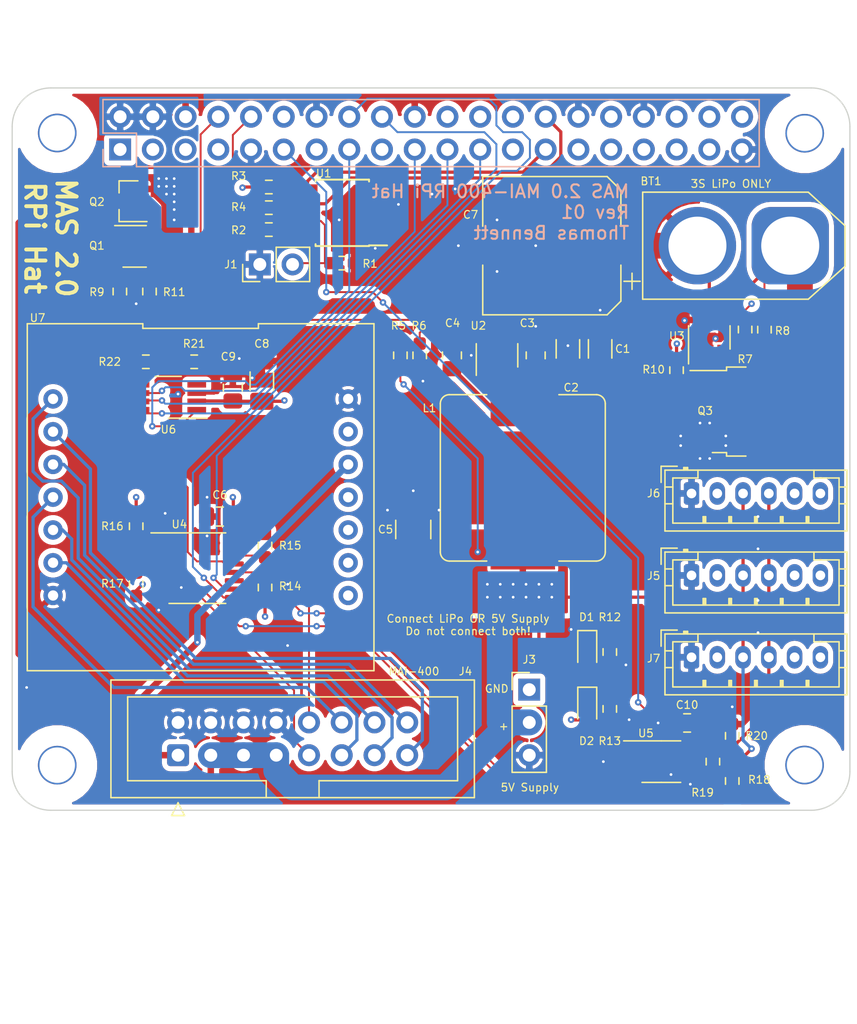
<source format=kicad_pcb>
(kicad_pcb (version 20171130) (host pcbnew "(5.1.10)-1")

  (general
    (thickness 1.6)
    (drawings 59)
    (tracks 459)
    (zones 0)
    (modules 57)
    (nets 77)
  )

  (page A4)
  (layers
    (0 F.Cu signal)
    (1 In1.Cu signal)
    (2 In2.Cu signal)
    (31 B.Cu signal)
    (32 B.Adhes user)
    (33 F.Adhes user)
    (34 B.Paste user)
    (35 F.Paste user)
    (36 B.SilkS user)
    (37 F.SilkS user)
    (38 B.Mask user)
    (39 F.Mask user)
    (40 Dwgs.User user)
    (41 Cmts.User user)
    (42 Eco1.User user)
    (43 Eco2.User user)
    (44 Edge.Cuts user)
    (45 Margin user)
    (46 B.CrtYd user)
    (47 F.CrtYd user)
    (48 B.Fab user)
    (49 F.Fab user)
  )

  (setup
    (last_trace_width 0.15)
    (user_trace_width 0.15)
    (user_trace_width 0.2)
    (user_trace_width 0.25)
    (user_trace_width 0.4)
    (user_trace_width 0.5)
    (user_trace_width 0.6)
    (user_trace_width 1)
    (user_trace_width 2)
    (trace_clearance 0.2)
    (zone_clearance 0.2)
    (zone_45_only yes)
    (trace_min 0.127)
    (via_size 0.5)
    (via_drill 0.21)
    (via_min_size 0.4572)
    (via_min_drill 0.2032)
    (user_via 0.6 0.25)
    (uvia_size 0.3)
    (uvia_drill 0.1)
    (uvias_allowed no)
    (uvia_min_size 0.2)
    (uvia_min_drill 0.1)
    (edge_width 0.15)
    (segment_width 0.15)
    (pcb_text_width 0.3)
    (pcb_text_size 1.5 1.5)
    (mod_edge_width 0.15)
    (mod_text_size 0.6 0.6)
    (mod_text_width 0.09)
    (pad_size 1.524 1.524)
    (pad_drill 0.762)
    (pad_to_mask_clearance 0.1)
    (aux_axis_origin 0 0)
    (grid_origin 86.916356 63.047611)
    (visible_elements 7FFFFE3F)
    (pcbplotparams
      (layerselection 0x010f0_ffffffff)
      (usegerberextensions true)
      (usegerberattributes false)
      (usegerberadvancedattributes false)
      (creategerberjobfile false)
      (excludeedgelayer false)
      (linewidth 0.100000)
      (plotframeref false)
      (viasonmask false)
      (mode 1)
      (useauxorigin false)
      (hpglpennumber 1)
      (hpglpenspeed 20)
      (hpglpendiameter 15.000000)
      (psnegative false)
      (psa4output false)
      (plotreference true)
      (plotvalue false)
      (plotinvisibletext false)
      (padsonsilk true)
      (subtractmaskfromsilk true)
      (outputformat 1)
      (mirror false)
      (drillshape 0)
      (scaleselection 1)
      (outputdirectory "prod"))
  )

  (net 0 "")
  (net 1 GND)
  (net 2 /ID_SD_EEPROM)
  (net 3 /ID_SC_EEPROM)
  (net 4 "Net-(Q1-Pad1)")
  (net 5 /P5V_HAT)
  (net 6 +BATT)
  (net 7 "Net-(C4-Pad2)")
  (net 8 "Net-(C4-Pad1)")
  (net 9 +5V)
  (net 10 /SCLK1)
  (net 11 /GPIO26)
  (net 12 /MOSI1)
  (net 13 /MISO1)
  (net 14 /GPIO16)
  (net 15 /PWM2)
  (net 16 /PWM1)
  (net 17 /GPIO6)
  (net 18 /GPIO7)
  (net 19 /GPIO5)
  (net 20 /GPIO8)
  (net 21 /SCLK0)
  (net 22 /GPIO25)
  (net 23 /MISO0)
  (net 24 /MOSI0)
  (net 25 /GPIO22)
  (net 26 /GPIO18)
  (net 27 /GPIO27)
  (net 28 /RPi_RX)
  (net 29 /GPIO4)
  (net 30 /RPi_TX)
  (net 31 /SCL1)
  (net 32 /SDA1)
  (net 33 +3V3)
  (net 34 /M1_B)
  (net 35 /M1_A)
  (net 36 /RTS)
  (net 37 "Net-(J5-Pad6)")
  (net 38 "Net-(J5-Pad5)")
  (net 39 "Net-(J6-Pad6)")
  (net 40 "Net-(J6-Pad5)")
  (net 41 -BATT)
  (net 42 "Net-(D1-Pad1)")
  (net 43 "Net-(D2-Pad1)")
  (net 44 /MUX_A)
  (net 45 /MUX_B)
  (net 46 /MAI_MOSI)
  (net 47 /MAG_DRDY)
  (net 48 /MAG_SS)
  (net 49 /MAI_TTL_RX)
  (net 50 /MAI_MISO)
  (net 51 /MAI_SCK)
  (net 52 /MAG_CLEAR)
  (net 53 /MAI_TTL_TX)
  (net 54 /MAI_3V3)
  (net 55 "Net-(Q3-Pad1)")
  (net 56 /Motor_TX)
  (net 57 /Motor_RX)
  (net 58 "Net-(U6-Pad4)")
  (net 59 "Net-(U7-Pad10)")
  (net 60 "Net-(J1-Pad2)")
  (net 61 "Net-(J2-Pad17)")
  (net 62 "Net-(J3-Pad1)")
  (net 63 "Net-(J7-Pad6)")
  (net 64 "Net-(J7-Pad5)")
  (net 65 "Net-(Q1-Pad4)")
  (net 66 "Net-(R5-Pad2)")
  (net 67 "Net-(R7-Pad2)")
  (net 68 "Net-(R21-Pad2)")
  (net 69 "Net-(U4-Pad15)")
  (net 70 "Net-(U4-Pad11)")
  (net 71 "Net-(U4-Pad4)")
  (net 72 "Net-(U4-Pad2)")
  (net 73 "Net-(U7-Pad8)")
  (net 74 "Net-(U7-Pad9)")
  (net 75 "Net-(U7-Pad11)")
  (net 76 "Net-(U7-Pad13)")

  (net_class Default "This is the default net class."
    (clearance 0.2)
    (trace_width 0.15)
    (via_dia 0.5)
    (via_drill 0.21)
    (uvia_dia 0.3)
    (uvia_drill 0.1)
    (add_net +3V3)
    (add_net +5V)
    (add_net +BATT)
    (add_net -BATT)
    (add_net /GPIO16)
    (add_net /GPIO18)
    (add_net /GPIO22)
    (add_net /GPIO25)
    (add_net /GPIO26)
    (add_net /GPIO27)
    (add_net /GPIO4)
    (add_net /GPIO5)
    (add_net /GPIO6)
    (add_net /GPIO7)
    (add_net /GPIO8)
    (add_net /ID_SC_EEPROM)
    (add_net /ID_SD_EEPROM)
    (add_net /M1_A)
    (add_net /M1_B)
    (add_net /MAG_CLEAR)
    (add_net /MAG_DRDY)
    (add_net /MAG_SS)
    (add_net /MAI_3V3)
    (add_net /MAI_MISO)
    (add_net /MAI_MOSI)
    (add_net /MAI_SCK)
    (add_net /MAI_TTL_RX)
    (add_net /MAI_TTL_TX)
    (add_net /MISO0)
    (add_net /MISO1)
    (add_net /MOSI0)
    (add_net /MOSI1)
    (add_net /MUX_A)
    (add_net /MUX_B)
    (add_net /Motor_RX)
    (add_net /Motor_TX)
    (add_net /P5V_HAT)
    (add_net /PWM1)
    (add_net /PWM2)
    (add_net /RPi_RX)
    (add_net /RPi_TX)
    (add_net /RTS)
    (add_net /SCL1)
    (add_net /SCLK0)
    (add_net /SCLK1)
    (add_net /SDA1)
    (add_net GND)
    (add_net "Net-(C4-Pad1)")
    (add_net "Net-(C4-Pad2)")
    (add_net "Net-(D1-Pad1)")
    (add_net "Net-(D2-Pad1)")
    (add_net "Net-(J1-Pad2)")
    (add_net "Net-(J2-Pad17)")
    (add_net "Net-(J3-Pad1)")
    (add_net "Net-(J5-Pad5)")
    (add_net "Net-(J5-Pad6)")
    (add_net "Net-(J6-Pad5)")
    (add_net "Net-(J6-Pad6)")
    (add_net "Net-(J7-Pad5)")
    (add_net "Net-(J7-Pad6)")
    (add_net "Net-(Q1-Pad1)")
    (add_net "Net-(Q1-Pad4)")
    (add_net "Net-(Q3-Pad1)")
    (add_net "Net-(R21-Pad2)")
    (add_net "Net-(R5-Pad2)")
    (add_net "Net-(R7-Pad2)")
    (add_net "Net-(U4-Pad11)")
    (add_net "Net-(U4-Pad15)")
    (add_net "Net-(U4-Pad2)")
    (add_net "Net-(U4-Pad4)")
    (add_net "Net-(U6-Pad4)")
    (add_net "Net-(U7-Pad10)")
    (add_net "Net-(U7-Pad11)")
    (add_net "Net-(U7-Pad13)")
    (add_net "Net-(U7-Pad8)")
    (add_net "Net-(U7-Pad9)")
  )

  (module Inductor_SMD:L_Bourns_SRP1245A (layer F.Cu) (tedit 5AD32382) (tstamp 60598CB9)
    (at 118.166356 91.047611 270)
    (descr "Bourns SRP1245A series SMD inductor http://www.bourns.com/docs/Product-Datasheets/SRP1245A.pdf")
    (tags "Bourns SRP1245A SMD inductor")
    (path /604905EC)
    (attr smd)
    (fp_text reference L1 (at -5.4 7.25 180) (layer F.SilkS)
      (effects (font (size 0.6 0.6) (thickness 0.09)))
    )
    (fp_text value 3.3u (at 0 7.4 90) (layer F.Fab)
      (effects (font (size 1 1) (thickness 0.15)))
    )
    (fp_line (start -7.35 -2.75) (end -6.55 -2.75) (layer F.CrtYd) (width 0.05))
    (fp_line (start -6.55 5.7) (end -6.55 2.75) (layer F.CrtYd) (width 0.05))
    (fp_line (start -6.55 -2.75) (end -6.55 -5.7) (layer F.CrtYd) (width 0.05))
    (fp_line (start -7.35 2.75) (end -6.55 2.75) (layer F.CrtYd) (width 0.05))
    (fp_line (start -7.35 2.75) (end -7.35 -2.75) (layer F.CrtYd) (width 0.05))
    (fp_line (start 6.55 2.75) (end 6.55 5.7) (layer F.CrtYd) (width 0.05))
    (fp_line (start 6.55 -5.7) (end 6.55 -2.75) (layer F.CrtYd) (width 0.05))
    (fp_line (start 7.35 -2.75) (end 7.35 2.75) (layer F.CrtYd) (width 0.05))
    (fp_line (start 7.35 -2.75) (end 6.55 -2.75) (layer F.CrtYd) (width 0.05))
    (fp_line (start 7.35 2.75) (end 6.55 2.75) (layer F.CrtYd) (width 0.05))
    (fp_line (start -5.75 -6.25) (end 5.75 -6.25) (layer F.Fab) (width 0.1))
    (fp_line (start -6.3 -5.75) (end -6.3 5.7) (layer F.Fab) (width 0.1))
    (fp_line (start 5.75 6.25) (end -5.75 6.25) (layer F.Fab) (width 0.1))
    (fp_line (start 6.3 -5.7) (end 6.3 5.7) (layer F.Fab) (width 0.1))
    (fp_line (start -5.75 -6.4) (end 5.75 -6.4) (layer F.SilkS) (width 0.12))
    (fp_line (start -6.45 -5.75) (end -6.45 -2.8) (layer F.SilkS) (width 0.12))
    (fp_line (start 5.75 6.4) (end -5.75 6.4) (layer F.SilkS) (width 0.12))
    (fp_line (start 6.45 -5.7) (end 6.45 -2.8) (layer F.SilkS) (width 0.12))
    (fp_line (start -5.75 -6.5) (end 5.75 -6.5) (layer F.CrtYd) (width 0.05))
    (fp_line (start 5.75 6.5) (end -5.75 6.5) (layer F.CrtYd) (width 0.05))
    (fp_line (start -6.45 2.8) (end -6.45 5.7) (layer F.SilkS) (width 0.12))
    (fp_line (start 6.45 2.8) (end 6.45 5.7) (layer F.SilkS) (width 0.12))
    (fp_text user %R (at 0 0 90) (layer F.Fab)
      (effects (font (size 1 1) (thickness 0.15)))
    )
    (fp_arc (start -5.75 -5.7) (end -5.75 -6.25) (angle -90) (layer F.Fab) (width 0.1))
    (fp_arc (start 5.75 -5.7) (end 6.3 -5.7) (angle -90) (layer F.Fab) (width 0.1))
    (fp_arc (start 5.75 5.7) (end 5.75 6.25) (angle -90) (layer F.Fab) (width 0.1))
    (fp_arc (start -5.75 5.7) (end -6.3 5.7) (angle -90) (layer F.Fab) (width 0.1))
    (fp_arc (start -5.75 -5.7) (end -5.75 -6.4) (angle -90) (layer F.SilkS) (width 0.12))
    (fp_arc (start -5.75 5.7) (end -6.45 5.7) (angle -90) (layer F.SilkS) (width 0.12))
    (fp_arc (start 5.75 5.7) (end 5.75 6.4) (angle -90) (layer F.SilkS) (width 0.12))
    (fp_arc (start 5.75 -5.7) (end 6.45 -5.7) (angle -90) (layer F.SilkS) (width 0.12))
    (fp_arc (start -5.75 -5.7) (end -5.75 -6.5) (angle -90) (layer F.CrtYd) (width 0.05))
    (fp_arc (start -5.75 5.7) (end -6.55 5.7) (angle -90) (layer F.CrtYd) (width 0.05))
    (fp_arc (start 5.75 5.7) (end 5.75 6.5) (angle -90) (layer F.CrtYd) (width 0.05))
    (fp_arc (start 5.75 -5.7) (end 6.55 -5.7) (angle -90) (layer F.CrtYd) (width 0.05))
    (pad 2 smd rect (at 5.55 0 270) (size 3.1 5) (layers F.Cu F.Paste F.Mask)
      (net 9 +5V))
    (pad 1 smd rect (at -5.55 0 270) (size 3.1 5) (layers F.Cu F.Paste F.Mask)
      (net 8 "Net-(C4-Pad1)"))
    (model ${KISYS3DMOD}/Inductor_SMD.3dshapes/L_Bourns_SRR1260.step
      (at (xyz 0 0 0))
      (scale (xyz 1 1 1))
      (rotate (xyz 0 0 0))
    )
  )

  (module Capacitor_SMD:C_1206_3216Metric_Pad1.33x1.80mm_HandSolder (layer F.Cu) (tedit 5F68FEEF) (tstamp 60A2BE6A)
    (at 97.916356 83.547611 90)
    (descr "Capacitor SMD 1206 (3216 Metric), square (rectangular) end terminal, IPC_7351 nominal with elongated pad for handsoldering. (Body size source: IPC-SM-782 page 76, https://www.pcb-3d.com/wordpress/wp-content/uploads/ipc-sm-782a_amendment_1_and_2.pdf), generated with kicad-footprint-generator")
    (tags "capacitor handsolder")
    (path /60A21E68)
    (attr smd)
    (fp_text reference C8 (at 2.9 0 180) (layer F.SilkS)
      (effects (font (size 0.6 0.6) (thickness 0.09)))
    )
    (fp_text value 1u (at 0 1.85 90) (layer F.Fab)
      (effects (font (size 1 1) (thickness 0.15)))
    )
    (fp_line (start -1.6 0.8) (end -1.6 -0.8) (layer F.Fab) (width 0.1))
    (fp_line (start -1.6 -0.8) (end 1.6 -0.8) (layer F.Fab) (width 0.1))
    (fp_line (start 1.6 -0.8) (end 1.6 0.8) (layer F.Fab) (width 0.1))
    (fp_line (start 1.6 0.8) (end -1.6 0.8) (layer F.Fab) (width 0.1))
    (fp_line (start -0.711252 -0.91) (end 0.711252 -0.91) (layer F.SilkS) (width 0.12))
    (fp_line (start -0.711252 0.91) (end 0.711252 0.91) (layer F.SilkS) (width 0.12))
    (fp_line (start -2.48 1.15) (end -2.48 -1.15) (layer F.CrtYd) (width 0.05))
    (fp_line (start -2.48 -1.15) (end 2.48 -1.15) (layer F.CrtYd) (width 0.05))
    (fp_line (start 2.48 -1.15) (end 2.48 1.15) (layer F.CrtYd) (width 0.05))
    (fp_line (start 2.48 1.15) (end -2.48 1.15) (layer F.CrtYd) (width 0.05))
    (fp_text user %R (at 0 0 90) (layer F.Fab)
      (effects (font (size 0.8 0.8) (thickness 0.12)))
    )
    (pad 2 smd roundrect (at 1.5625 0 90) (size 1.325 1.8) (layers F.Cu F.Paste F.Mask) (roundrect_rratio 0.1886784905660377)
      (net 1 GND))
    (pad 1 smd roundrect (at -1.5625 0 90) (size 1.325 1.8) (layers F.Cu F.Paste F.Mask) (roundrect_rratio 0.1886784905660377)
      (net 33 +3V3))
    (model ${KISYS3DMOD}/Capacitor_SMD.3dshapes/C_1206_3216Metric.wrl
      (at (xyz 0 0 0))
      (scale (xyz 1 1 1))
      (rotate (xyz 0 0 0))
    )
  )

  (module Capacitor_SMD:C_0805_2012Metric_Pad1.18x1.45mm_HandSolder (layer F.Cu) (tedit 5F68FEEF) (tstamp 60A2BE9A)
    (at 95.666356 84.047611 270)
    (descr "Capacitor SMD 0805 (2012 Metric), square (rectangular) end terminal, IPC_7351 nominal with elongated pad for handsoldering. (Body size source: IPC-SM-782 page 76, https://www.pcb-3d.com/wordpress/wp-content/uploads/ipc-sm-782a_amendment_1_and_2.pdf, https://docs.google.com/spreadsheets/d/1BsfQQcO9C6DZCsRaXUlFlo91Tg2WpOkGARC1WS5S8t0/edit?usp=sharing), generated with kicad-footprint-generator")
    (tags "capacitor handsolder")
    (path /60A20A6B)
    (attr smd)
    (fp_text reference C9 (at -2.4 0.35 180) (layer F.SilkS)
      (effects (font (size 0.6 0.6) (thickness 0.09)))
    )
    (fp_text value 100n (at 0 1.68 90) (layer F.Fab)
      (effects (font (size 1 1) (thickness 0.15)))
    )
    (fp_line (start -1 0.625) (end -1 -0.625) (layer F.Fab) (width 0.1))
    (fp_line (start -1 -0.625) (end 1 -0.625) (layer F.Fab) (width 0.1))
    (fp_line (start 1 -0.625) (end 1 0.625) (layer F.Fab) (width 0.1))
    (fp_line (start 1 0.625) (end -1 0.625) (layer F.Fab) (width 0.1))
    (fp_line (start -0.261252 -0.735) (end 0.261252 -0.735) (layer F.SilkS) (width 0.12))
    (fp_line (start -0.261252 0.735) (end 0.261252 0.735) (layer F.SilkS) (width 0.12))
    (fp_line (start -1.88 0.98) (end -1.88 -0.98) (layer F.CrtYd) (width 0.05))
    (fp_line (start -1.88 -0.98) (end 1.88 -0.98) (layer F.CrtYd) (width 0.05))
    (fp_line (start 1.88 -0.98) (end 1.88 0.98) (layer F.CrtYd) (width 0.05))
    (fp_line (start 1.88 0.98) (end -1.88 0.98) (layer F.CrtYd) (width 0.05))
    (fp_text user %R (at 0 0 90) (layer F.Fab)
      (effects (font (size 0.5 0.5) (thickness 0.08)))
    )
    (pad 2 smd roundrect (at 1.0375 0 270) (size 1.175 1.45) (layers F.Cu F.Paste F.Mask) (roundrect_rratio 0.2127659574468085)
      (net 33 +3V3))
    (pad 1 smd roundrect (at -1.0375 0 270) (size 1.175 1.45) (layers F.Cu F.Paste F.Mask) (roundrect_rratio 0.2127659574468085)
      (net 1 GND))
    (model ${KISYS3DMOD}/Capacitor_SMD.3dshapes/C_0805_2012Metric.wrl
      (at (xyz 0 0 0))
      (scale (xyz 1 1 1))
      (rotate (xyz 0 0 0))
    )
  )

  (module Connector_PinHeader_2.54mm:PinHeader_1x03_P2.54mm_Vertical (layer F.Cu) (tedit 59FED5CC) (tstamp 609F5AF3)
    (at 118.666356 107.467611)
    (descr "Through hole straight pin header, 1x03, 2.54mm pitch, single row")
    (tags "Through hole pin header THT 1x03 2.54mm single row")
    (path /60B9C1B8)
    (fp_text reference J3 (at 0 -2.33) (layer F.SilkS)
      (effects (font (size 0.6 0.6) (thickness 0.09)))
    )
    (fp_text value RC_BEC (at 0 7.41) (layer F.Fab)
      (effects (font (size 1 1) (thickness 0.15)))
    )
    (fp_line (start -0.635 -1.27) (end 1.27 -1.27) (layer F.Fab) (width 0.1))
    (fp_line (start 1.27 -1.27) (end 1.27 6.35) (layer F.Fab) (width 0.1))
    (fp_line (start 1.27 6.35) (end -1.27 6.35) (layer F.Fab) (width 0.1))
    (fp_line (start -1.27 6.35) (end -1.27 -0.635) (layer F.Fab) (width 0.1))
    (fp_line (start -1.27 -0.635) (end -0.635 -1.27) (layer F.Fab) (width 0.1))
    (fp_line (start -1.33 6.41) (end 1.33 6.41) (layer F.SilkS) (width 0.12))
    (fp_line (start -1.33 1.27) (end -1.33 6.41) (layer F.SilkS) (width 0.12))
    (fp_line (start 1.33 1.27) (end 1.33 6.41) (layer F.SilkS) (width 0.12))
    (fp_line (start -1.33 1.27) (end 1.33 1.27) (layer F.SilkS) (width 0.12))
    (fp_line (start -1.33 0) (end -1.33 -1.33) (layer F.SilkS) (width 0.12))
    (fp_line (start -1.33 -1.33) (end 0 -1.33) (layer F.SilkS) (width 0.12))
    (fp_line (start -1.8 -1.8) (end -1.8 6.85) (layer F.CrtYd) (width 0.05))
    (fp_line (start -1.8 6.85) (end 1.8 6.85) (layer F.CrtYd) (width 0.05))
    (fp_line (start 1.8 6.85) (end 1.8 -1.8) (layer F.CrtYd) (width 0.05))
    (fp_line (start 1.8 -1.8) (end -1.8 -1.8) (layer F.CrtYd) (width 0.05))
    (fp_text user %R (at 0 2.54 90) (layer F.Fab)
      (effects (font (size 1 1) (thickness 0.15)))
    )
    (pad 3 thru_hole oval (at 0 5.08) (size 1.7 1.7) (drill 1) (layers *.Cu *.Mask)
      (net 1 GND))
    (pad 2 thru_hole oval (at 0 2.54) (size 1.7 1.7) (drill 1) (layers *.Cu *.Mask)
      (net 9 +5V))
    (pad 1 thru_hole rect (at 0 0) (size 1.7 1.7) (drill 1) (layers *.Cu *.Mask)
      (net 62 "Net-(J3-Pad1)"))
    (model ${KISYS3DMOD}/Connector_PinHeader_2.54mm.3dshapes/PinHeader_1x03_P2.54mm_Vertical.wrl
      (at (xyz 0 0 0))
      (scale (xyz 1 1 1))
      (rotate (xyz 0 0 0))
    )
  )

  (module Connector_JST:JST_PH_B6B-PH-K_1x06_P2.00mm_Vertical (layer F.Cu) (tedit 5B7745C2) (tstamp 60598AF4)
    (at 131.256356 92.257611)
    (descr "JST PH series connector, B6B-PH-K (http://www.jst-mfg.com/product/pdf/eng/ePH.pdf), generated with kicad-footprint-generator")
    (tags "connector JST PH side entry")
    (path /6090E36C)
    (fp_text reference J6 (at -2.94 -0.01) (layer F.SilkS)
      (effects (font (size 0.6 0.6) (thickness 0.09)))
    )
    (fp_text value Conn_01x06 (at 5 4) (layer F.Fab)
      (effects (font (size 1 1) (thickness 0.15)))
    )
    (fp_line (start 12.45 -2.2) (end -2.45 -2.2) (layer F.CrtYd) (width 0.05))
    (fp_line (start 12.45 3.3) (end 12.45 -2.2) (layer F.CrtYd) (width 0.05))
    (fp_line (start -2.45 3.3) (end 12.45 3.3) (layer F.CrtYd) (width 0.05))
    (fp_line (start -2.45 -2.2) (end -2.45 3.3) (layer F.CrtYd) (width 0.05))
    (fp_line (start 11.95 -1.7) (end -1.95 -1.7) (layer F.Fab) (width 0.1))
    (fp_line (start 11.95 2.8) (end 11.95 -1.7) (layer F.Fab) (width 0.1))
    (fp_line (start -1.95 2.8) (end 11.95 2.8) (layer F.Fab) (width 0.1))
    (fp_line (start -1.95 -1.7) (end -1.95 2.8) (layer F.Fab) (width 0.1))
    (fp_line (start -2.36 -2.11) (end -2.36 -0.86) (layer F.Fab) (width 0.1))
    (fp_line (start -1.11 -2.11) (end -2.36 -2.11) (layer F.Fab) (width 0.1))
    (fp_line (start -2.36 -2.11) (end -2.36 -0.86) (layer F.SilkS) (width 0.12))
    (fp_line (start -1.11 -2.11) (end -2.36 -2.11) (layer F.SilkS) (width 0.12))
    (fp_line (start 9 2.3) (end 9 1.8) (layer F.SilkS) (width 0.12))
    (fp_line (start 9.1 1.8) (end 9.1 2.3) (layer F.SilkS) (width 0.12))
    (fp_line (start 8.9 1.8) (end 9.1 1.8) (layer F.SilkS) (width 0.12))
    (fp_line (start 8.9 2.3) (end 8.9 1.8) (layer F.SilkS) (width 0.12))
    (fp_line (start 7 2.3) (end 7 1.8) (layer F.SilkS) (width 0.12))
    (fp_line (start 7.1 1.8) (end 7.1 2.3) (layer F.SilkS) (width 0.12))
    (fp_line (start 6.9 1.8) (end 7.1 1.8) (layer F.SilkS) (width 0.12))
    (fp_line (start 6.9 2.3) (end 6.9 1.8) (layer F.SilkS) (width 0.12))
    (fp_line (start 5 2.3) (end 5 1.8) (layer F.SilkS) (width 0.12))
    (fp_line (start 5.1 1.8) (end 5.1 2.3) (layer F.SilkS) (width 0.12))
    (fp_line (start 4.9 1.8) (end 5.1 1.8) (layer F.SilkS) (width 0.12))
    (fp_line (start 4.9 2.3) (end 4.9 1.8) (layer F.SilkS) (width 0.12))
    (fp_line (start 3 2.3) (end 3 1.8) (layer F.SilkS) (width 0.12))
    (fp_line (start 3.1 1.8) (end 3.1 2.3) (layer F.SilkS) (width 0.12))
    (fp_line (start 2.9 1.8) (end 3.1 1.8) (layer F.SilkS) (width 0.12))
    (fp_line (start 2.9 2.3) (end 2.9 1.8) (layer F.SilkS) (width 0.12))
    (fp_line (start 1 2.3) (end 1 1.8) (layer F.SilkS) (width 0.12))
    (fp_line (start 1.1 1.8) (end 1.1 2.3) (layer F.SilkS) (width 0.12))
    (fp_line (start 0.9 1.8) (end 1.1 1.8) (layer F.SilkS) (width 0.12))
    (fp_line (start 0.9 2.3) (end 0.9 1.8) (layer F.SilkS) (width 0.12))
    (fp_line (start 12.06 0.8) (end 11.45 0.8) (layer F.SilkS) (width 0.12))
    (fp_line (start 12.06 -0.5) (end 11.45 -0.5) (layer F.SilkS) (width 0.12))
    (fp_line (start -2.06 0.8) (end -1.45 0.8) (layer F.SilkS) (width 0.12))
    (fp_line (start -2.06 -0.5) (end -1.45 -0.5) (layer F.SilkS) (width 0.12))
    (fp_line (start 9.5 -1.2) (end 9.5 -1.81) (layer F.SilkS) (width 0.12))
    (fp_line (start 11.45 -1.2) (end 9.5 -1.2) (layer F.SilkS) (width 0.12))
    (fp_line (start 11.45 2.3) (end 11.45 -1.2) (layer F.SilkS) (width 0.12))
    (fp_line (start -1.45 2.3) (end 11.45 2.3) (layer F.SilkS) (width 0.12))
    (fp_line (start -1.45 -1.2) (end -1.45 2.3) (layer F.SilkS) (width 0.12))
    (fp_line (start 0.5 -1.2) (end -1.45 -1.2) (layer F.SilkS) (width 0.12))
    (fp_line (start 0.5 -1.81) (end 0.5 -1.2) (layer F.SilkS) (width 0.12))
    (fp_line (start -0.3 -1.91) (end -0.6 -1.91) (layer F.SilkS) (width 0.12))
    (fp_line (start -0.6 -2.01) (end -0.6 -1.81) (layer F.SilkS) (width 0.12))
    (fp_line (start -0.3 -2.01) (end -0.6 -2.01) (layer F.SilkS) (width 0.12))
    (fp_line (start -0.3 -1.81) (end -0.3 -2.01) (layer F.SilkS) (width 0.12))
    (fp_line (start 12.06 -1.81) (end -2.06 -1.81) (layer F.SilkS) (width 0.12))
    (fp_line (start 12.06 2.91) (end 12.06 -1.81) (layer F.SilkS) (width 0.12))
    (fp_line (start -2.06 2.91) (end 12.06 2.91) (layer F.SilkS) (width 0.12))
    (fp_line (start -2.06 -1.81) (end -2.06 2.91) (layer F.SilkS) (width 0.12))
    (fp_text user %R (at 5 1.5) (layer F.Fab)
      (effects (font (size 1 1) (thickness 0.15)))
    )
    (pad 6 thru_hole oval (at 10 0) (size 1.2 1.75) (drill 0.75) (layers *.Cu *.Mask)
      (net 39 "Net-(J6-Pad6)"))
    (pad 5 thru_hole oval (at 8 0) (size 1.2 1.75) (drill 0.75) (layers *.Cu *.Mask)
      (net 40 "Net-(J6-Pad5)"))
    (pad 4 thru_hole oval (at 6 0) (size 1.2 1.75) (drill 0.75) (layers *.Cu *.Mask)
      (net 34 /M1_B))
    (pad 3 thru_hole oval (at 4 0) (size 1.2 1.75) (drill 0.75) (layers *.Cu *.Mask)
      (net 35 /M1_A))
    (pad 2 thru_hole oval (at 2 0) (size 1.2 1.75) (drill 0.75) (layers *.Cu *.Mask)
      (net 6 +BATT))
    (pad 1 thru_hole roundrect (at 0 0) (size 1.2 1.75) (drill 0.75) (layers *.Cu *.Mask) (roundrect_rratio 0.2083325)
      (net 1 GND))
    (model ${KISYS3DMOD}/Connector_JST.3dshapes/JST_PH_B6B-PH-K_1x06_P2.00mm_Vertical.wrl
      (at (xyz 0 0 0))
      (scale (xyz 1 1 1))
      (rotate (xyz 0 0 0))
    )
  )

  (module Connector_PinSocket_2.54mm:PinSocket_2x20_P2.54mm_Vertical (layer B.Cu) (tedit 5A19A433) (tstamp 60A3E2FD)
    (at 86.92 65.59 270)
    (descr "Through hole straight socket strip, 2x20, 2.54mm pitch, double cols (from Kicad 4.0.7), script generated")
    (tags "Through hole socket strip THT 2x20 2.54mm double row")
    (path /58DFC771)
    (fp_text reference J2 (at -1.27 2.77 270) (layer B.SilkS) hide
      (effects (font (size 0.6 0.6) (thickness 0.09)) (justify mirror))
    )
    (fp_text value 40HAT (at -1.27 -51.03 270) (layer B.Fab)
      (effects (font (size 0.6 0.6) (thickness 0.09)) (justify mirror))
    )
    (fp_line (start -3.81 1.27) (end 0.27 1.27) (layer B.Fab) (width 0.1))
    (fp_line (start 0.27 1.27) (end 1.27 0.27) (layer B.Fab) (width 0.1))
    (fp_line (start 1.27 0.27) (end 1.27 -49.53) (layer B.Fab) (width 0.1))
    (fp_line (start 1.27 -49.53) (end -3.81 -49.53) (layer B.Fab) (width 0.1))
    (fp_line (start -3.81 -49.53) (end -3.81 1.27) (layer B.Fab) (width 0.1))
    (fp_line (start -3.87 1.33) (end -1.27 1.33) (layer B.SilkS) (width 0.12))
    (fp_line (start -3.87 1.33) (end -3.87 -49.59) (layer B.SilkS) (width 0.12))
    (fp_line (start -3.87 -49.59) (end 1.33 -49.59) (layer B.SilkS) (width 0.12))
    (fp_line (start 1.33 -1.27) (end 1.33 -49.59) (layer B.SilkS) (width 0.12))
    (fp_line (start -1.27 -1.27) (end 1.33 -1.27) (layer B.SilkS) (width 0.12))
    (fp_line (start -1.27 1.33) (end -1.27 -1.27) (layer B.SilkS) (width 0.12))
    (fp_line (start 1.33 1.33) (end 1.33 0) (layer B.SilkS) (width 0.12))
    (fp_line (start 0 1.33) (end 1.33 1.33) (layer B.SilkS) (width 0.12))
    (fp_line (start -4.34 1.8) (end 1.76 1.8) (layer B.CrtYd) (width 0.05))
    (fp_line (start 1.76 1.8) (end 1.76 -50) (layer B.CrtYd) (width 0.05))
    (fp_line (start 1.76 -50) (end -4.34 -50) (layer B.CrtYd) (width 0.05))
    (fp_line (start -4.34 -50) (end -4.34 1.8) (layer B.CrtYd) (width 0.05))
    (fp_text user %R (at -1.27 -24.13 180) (layer B.Fab)
      (effects (font (size 1 1) (thickness 0.15)) (justify mirror))
    )
    (pad 1 thru_hole rect (at 0 0 270) (size 1.7 1.7) (drill 1) (layers *.Cu *.Mask)
      (net 33 +3V3))
    (pad 2 thru_hole oval (at -2.54 0 270) (size 1.7 1.7) (drill 1) (layers *.Cu *.Mask)
      (net 5 /P5V_HAT))
    (pad 3 thru_hole oval (at 0 -2.54 270) (size 1.7 1.7) (drill 1) (layers *.Cu *.Mask)
      (net 32 /SDA1))
    (pad 4 thru_hole oval (at -2.54 -2.54 270) (size 1.7 1.7) (drill 1) (layers *.Cu *.Mask)
      (net 5 /P5V_HAT))
    (pad 5 thru_hole oval (at 0 -5.08 270) (size 1.7 1.7) (drill 1) (layers *.Cu *.Mask)
      (net 31 /SCL1))
    (pad 6 thru_hole oval (at -2.54 -5.08 270) (size 1.7 1.7) (drill 1) (layers *.Cu *.Mask)
      (net 1 GND))
    (pad 7 thru_hole oval (at 0 -7.62 270) (size 1.7 1.7) (drill 1) (layers *.Cu *.Mask)
      (net 29 /GPIO4))
    (pad 8 thru_hole oval (at -2.54 -7.62 270) (size 1.7 1.7) (drill 1) (layers *.Cu *.Mask)
      (net 30 /RPi_TX))
    (pad 9 thru_hole oval (at 0 -10.16 270) (size 1.7 1.7) (drill 1) (layers *.Cu *.Mask)
      (net 1 GND))
    (pad 10 thru_hole oval (at -2.54 -10.16 270) (size 1.7 1.7) (drill 1) (layers *.Cu *.Mask)
      (net 28 /RPi_RX))
    (pad 11 thru_hole oval (at 0 -12.7 270) (size 1.7 1.7) (drill 1) (layers *.Cu *.Mask)
      (net 36 /RTS))
    (pad 12 thru_hole oval (at -2.54 -12.7 270) (size 1.7 1.7) (drill 1) (layers *.Cu *.Mask)
      (net 26 /GPIO18))
    (pad 13 thru_hole oval (at 0 -15.24 270) (size 1.7 1.7) (drill 1) (layers *.Cu *.Mask)
      (net 27 /GPIO27))
    (pad 14 thru_hole oval (at -2.54 -15.24 270) (size 1.7 1.7) (drill 1) (layers *.Cu *.Mask)
      (net 1 GND))
    (pad 15 thru_hole oval (at 0 -17.78 270) (size 1.7 1.7) (drill 1) (layers *.Cu *.Mask)
      (net 25 /GPIO22))
    (pad 16 thru_hole oval (at -2.54 -17.78 270) (size 1.7 1.7) (drill 1) (layers *.Cu *.Mask)
      (net 44 /MUX_A))
    (pad 17 thru_hole oval (at 0 -20.32 270) (size 1.7 1.7) (drill 1) (layers *.Cu *.Mask)
      (net 61 "Net-(J2-Pad17)"))
    (pad 18 thru_hole oval (at -2.54 -20.32 270) (size 1.7 1.7) (drill 1) (layers *.Cu *.Mask)
      (net 45 /MUX_B))
    (pad 19 thru_hole oval (at 0 -22.86 270) (size 1.7 1.7) (drill 1) (layers *.Cu *.Mask)
      (net 24 /MOSI0))
    (pad 20 thru_hole oval (at -2.54 -22.86 270) (size 1.7 1.7) (drill 1) (layers *.Cu *.Mask)
      (net 1 GND))
    (pad 21 thru_hole oval (at 0 -25.4 270) (size 1.7 1.7) (drill 1) (layers *.Cu *.Mask)
      (net 23 /MISO0))
    (pad 22 thru_hole oval (at -2.54 -25.4 270) (size 1.7 1.7) (drill 1) (layers *.Cu *.Mask)
      (net 22 /GPIO25))
    (pad 23 thru_hole oval (at 0 -27.94 270) (size 1.7 1.7) (drill 1) (layers *.Cu *.Mask)
      (net 21 /SCLK0))
    (pad 24 thru_hole oval (at -2.54 -27.94 270) (size 1.7 1.7) (drill 1) (layers *.Cu *.Mask)
      (net 20 /GPIO8))
    (pad 25 thru_hole oval (at 0 -30.48 270) (size 1.7 1.7) (drill 1) (layers *.Cu *.Mask)
      (net 1 GND))
    (pad 26 thru_hole oval (at -2.54 -30.48 270) (size 1.7 1.7) (drill 1) (layers *.Cu *.Mask)
      (net 18 /GPIO7))
    (pad 27 thru_hole oval (at 0 -33.02 270) (size 1.7 1.7) (drill 1) (layers *.Cu *.Mask)
      (net 2 /ID_SD_EEPROM))
    (pad 28 thru_hole oval (at -2.54 -33.02 270) (size 1.7 1.7) (drill 1) (layers *.Cu *.Mask)
      (net 3 /ID_SC_EEPROM))
    (pad 29 thru_hole oval (at 0 -35.56 270) (size 1.7 1.7) (drill 1) (layers *.Cu *.Mask)
      (net 19 /GPIO5))
    (pad 30 thru_hole oval (at -2.54 -35.56 270) (size 1.7 1.7) (drill 1) (layers *.Cu *.Mask)
      (net 1 GND))
    (pad 31 thru_hole oval (at 0 -38.1 270) (size 1.7 1.7) (drill 1) (layers *.Cu *.Mask)
      (net 17 /GPIO6))
    (pad 32 thru_hole oval (at -2.54 -38.1 270) (size 1.7 1.7) (drill 1) (layers *.Cu *.Mask)
      (net 16 /PWM1))
    (pad 33 thru_hole oval (at 0 -40.64 270) (size 1.7 1.7) (drill 1) (layers *.Cu *.Mask)
      (net 15 /PWM2))
    (pad 34 thru_hole oval (at -2.54 -40.64 270) (size 1.7 1.7) (drill 1) (layers *.Cu *.Mask)
      (net 1 GND))
    (pad 35 thru_hole oval (at 0 -43.18 270) (size 1.7 1.7) (drill 1) (layers *.Cu *.Mask)
      (net 13 /MISO1))
    (pad 36 thru_hole oval (at -2.54 -43.18 270) (size 1.7 1.7) (drill 1) (layers *.Cu *.Mask)
      (net 14 /GPIO16))
    (pad 37 thru_hole oval (at 0 -45.72 270) (size 1.7 1.7) (drill 1) (layers *.Cu *.Mask)
      (net 11 /GPIO26))
    (pad 38 thru_hole oval (at -2.54 -45.72 270) (size 1.7 1.7) (drill 1) (layers *.Cu *.Mask)
      (net 12 /MOSI1))
    (pad 39 thru_hole oval (at 0 -48.26 270) (size 1.7 1.7) (drill 1) (layers *.Cu *.Mask)
      (net 1 GND))
    (pad 40 thru_hole oval (at -2.54 -48.26 270) (size 1.7 1.7) (drill 1) (layers *.Cu *.Mask)
      (net 10 /SCLK1))
    (model ${KISYS3DMOD}/Connector_PinSocket_2.54mm.3dshapes/PinSocket_2x20_P2.54mm_Vertical.wrl
      (at (xyz 0 0 0))
      (scale (xyz 1 1 1))
      (rotate (xyz 0 0 0))
    )
  )

  (module Connector_JST:JST_PH_B6B-PH-K_1x06_P2.00mm_Vertical (layer F.Cu) (tedit 5B7745C2) (tstamp 60598BAC)
    (at 131.256356 98.607611)
    (descr "JST PH series connector, B6B-PH-K (http://www.jst-mfg.com/product/pdf/eng/ePH.pdf), generated with kicad-footprint-generator")
    (tags "connector JST PH side entry")
    (path /609E490B)
    (fp_text reference J5 (at -2.94 0.04) (layer F.SilkS)
      (effects (font (size 0.6 0.6) (thickness 0.09)))
    )
    (fp_text value Conn_01x06 (at 5 4) (layer F.Fab)
      (effects (font (size 1 1) (thickness 0.15)))
    )
    (fp_line (start 12.45 -2.2) (end -2.45 -2.2) (layer F.CrtYd) (width 0.05))
    (fp_line (start 12.45 3.3) (end 12.45 -2.2) (layer F.CrtYd) (width 0.05))
    (fp_line (start -2.45 3.3) (end 12.45 3.3) (layer F.CrtYd) (width 0.05))
    (fp_line (start -2.45 -2.2) (end -2.45 3.3) (layer F.CrtYd) (width 0.05))
    (fp_line (start 11.95 -1.7) (end -1.95 -1.7) (layer F.Fab) (width 0.1))
    (fp_line (start 11.95 2.8) (end 11.95 -1.7) (layer F.Fab) (width 0.1))
    (fp_line (start -1.95 2.8) (end 11.95 2.8) (layer F.Fab) (width 0.1))
    (fp_line (start -1.95 -1.7) (end -1.95 2.8) (layer F.Fab) (width 0.1))
    (fp_line (start -2.36 -2.11) (end -2.36 -0.86) (layer F.Fab) (width 0.1))
    (fp_line (start -1.11 -2.11) (end -2.36 -2.11) (layer F.Fab) (width 0.1))
    (fp_line (start -2.36 -2.11) (end -2.36 -0.86) (layer F.SilkS) (width 0.12))
    (fp_line (start -1.11 -2.11) (end -2.36 -2.11) (layer F.SilkS) (width 0.12))
    (fp_line (start 9 2.3) (end 9 1.8) (layer F.SilkS) (width 0.12))
    (fp_line (start 9.1 1.8) (end 9.1 2.3) (layer F.SilkS) (width 0.12))
    (fp_line (start 8.9 1.8) (end 9.1 1.8) (layer F.SilkS) (width 0.12))
    (fp_line (start 8.9 2.3) (end 8.9 1.8) (layer F.SilkS) (width 0.12))
    (fp_line (start 7 2.3) (end 7 1.8) (layer F.SilkS) (width 0.12))
    (fp_line (start 7.1 1.8) (end 7.1 2.3) (layer F.SilkS) (width 0.12))
    (fp_line (start 6.9 1.8) (end 7.1 1.8) (layer F.SilkS) (width 0.12))
    (fp_line (start 6.9 2.3) (end 6.9 1.8) (layer F.SilkS) (width 0.12))
    (fp_line (start 5 2.3) (end 5 1.8) (layer F.SilkS) (width 0.12))
    (fp_line (start 5.1 1.8) (end 5.1 2.3) (layer F.SilkS) (width 0.12))
    (fp_line (start 4.9 1.8) (end 5.1 1.8) (layer F.SilkS) (width 0.12))
    (fp_line (start 4.9 2.3) (end 4.9 1.8) (layer F.SilkS) (width 0.12))
    (fp_line (start 3 2.3) (end 3 1.8) (layer F.SilkS) (width 0.12))
    (fp_line (start 3.1 1.8) (end 3.1 2.3) (layer F.SilkS) (width 0.12))
    (fp_line (start 2.9 1.8) (end 3.1 1.8) (layer F.SilkS) (width 0.12))
    (fp_line (start 2.9 2.3) (end 2.9 1.8) (layer F.SilkS) (width 0.12))
    (fp_line (start 1 2.3) (end 1 1.8) (layer F.SilkS) (width 0.12))
    (fp_line (start 1.1 1.8) (end 1.1 2.3) (layer F.SilkS) (width 0.12))
    (fp_line (start 0.9 1.8) (end 1.1 1.8) (layer F.SilkS) (width 0.12))
    (fp_line (start 0.9 2.3) (end 0.9 1.8) (layer F.SilkS) (width 0.12))
    (fp_line (start 12.06 0.8) (end 11.45 0.8) (layer F.SilkS) (width 0.12))
    (fp_line (start 12.06 -0.5) (end 11.45 -0.5) (layer F.SilkS) (width 0.12))
    (fp_line (start -2.06 0.8) (end -1.45 0.8) (layer F.SilkS) (width 0.12))
    (fp_line (start -2.06 -0.5) (end -1.45 -0.5) (layer F.SilkS) (width 0.12))
    (fp_line (start 9.5 -1.2) (end 9.5 -1.81) (layer F.SilkS) (width 0.12))
    (fp_line (start 11.45 -1.2) (end 9.5 -1.2) (layer F.SilkS) (width 0.12))
    (fp_line (start 11.45 2.3) (end 11.45 -1.2) (layer F.SilkS) (width 0.12))
    (fp_line (start -1.45 2.3) (end 11.45 2.3) (layer F.SilkS) (width 0.12))
    (fp_line (start -1.45 -1.2) (end -1.45 2.3) (layer F.SilkS) (width 0.12))
    (fp_line (start 0.5 -1.2) (end -1.45 -1.2) (layer F.SilkS) (width 0.12))
    (fp_line (start 0.5 -1.81) (end 0.5 -1.2) (layer F.SilkS) (width 0.12))
    (fp_line (start -0.3 -1.91) (end -0.6 -1.91) (layer F.SilkS) (width 0.12))
    (fp_line (start -0.6 -2.01) (end -0.6 -1.81) (layer F.SilkS) (width 0.12))
    (fp_line (start -0.3 -2.01) (end -0.6 -2.01) (layer F.SilkS) (width 0.12))
    (fp_line (start -0.3 -1.81) (end -0.3 -2.01) (layer F.SilkS) (width 0.12))
    (fp_line (start 12.06 -1.81) (end -2.06 -1.81) (layer F.SilkS) (width 0.12))
    (fp_line (start 12.06 2.91) (end 12.06 -1.81) (layer F.SilkS) (width 0.12))
    (fp_line (start -2.06 2.91) (end 12.06 2.91) (layer F.SilkS) (width 0.12))
    (fp_line (start -2.06 -1.81) (end -2.06 2.91) (layer F.SilkS) (width 0.12))
    (fp_text user %R (at 5 1.5) (layer F.Fab)
      (effects (font (size 1 1) (thickness 0.15)))
    )
    (pad 6 thru_hole oval (at 10 0) (size 1.2 1.75) (drill 0.75) (layers *.Cu *.Mask)
      (net 37 "Net-(J5-Pad6)"))
    (pad 5 thru_hole oval (at 8 0) (size 1.2 1.75) (drill 0.75) (layers *.Cu *.Mask)
      (net 38 "Net-(J5-Pad5)"))
    (pad 4 thru_hole oval (at 6 0) (size 1.2 1.75) (drill 0.75) (layers *.Cu *.Mask)
      (net 34 /M1_B))
    (pad 3 thru_hole oval (at 4 0) (size 1.2 1.75) (drill 0.75) (layers *.Cu *.Mask)
      (net 35 /M1_A))
    (pad 2 thru_hole oval (at 2 0) (size 1.2 1.75) (drill 0.75) (layers *.Cu *.Mask)
      (net 6 +BATT))
    (pad 1 thru_hole roundrect (at 0 0) (size 1.2 1.75) (drill 0.75) (layers *.Cu *.Mask) (roundrect_rratio 0.2083325)
      (net 1 GND))
    (model ${KISYS3DMOD}/Connector_JST.3dshapes/JST_PH_B6B-PH-K_1x06_P2.00mm_Vertical.wrl
      (at (xyz 0 0 0))
      (scale (xyz 1 1 1))
      (rotate (xyz 0 0 0))
    )
  )

  (module Connector_IDC:IDC-Header_2x08_P2.54mm_Vertical (layer F.Cu) (tedit 5EAC9A07) (tstamp 609F5D10)
    (at 91.416356 112.547611 90)
    (descr "Through hole IDC box header, 2x08, 2.54mm pitch, DIN 41651 / IEC 60603-13, double rows, https://docs.google.com/spreadsheets/d/16SsEcesNF15N3Lb4niX7dcUr-NY5_MFPQhobNuNppn4/edit#gid=0")
    (tags "Through hole vertical IDC box header THT 2x08 2.54mm double row")
    (path /609EEF3B)
    (fp_text reference J4 (at 6.5 22.3 180) (layer F.SilkS)
      (effects (font (size 0.6 0.6) (thickness 0.09)))
    )
    (fp_text value Conn_02x08_Odd_Even (at 1.27 23.88 90) (layer F.Fab)
      (effects (font (size 1 1) (thickness 0.15)))
    )
    (fp_line (start -3.18 -4.1) (end -2.18 -5.1) (layer F.Fab) (width 0.1))
    (fp_line (start -2.18 -5.1) (end 5.72 -5.1) (layer F.Fab) (width 0.1))
    (fp_line (start 5.72 -5.1) (end 5.72 22.88) (layer F.Fab) (width 0.1))
    (fp_line (start 5.72 22.88) (end -3.18 22.88) (layer F.Fab) (width 0.1))
    (fp_line (start -3.18 22.88) (end -3.18 -4.1) (layer F.Fab) (width 0.1))
    (fp_line (start -3.18 6.84) (end -1.98 6.84) (layer F.Fab) (width 0.1))
    (fp_line (start -1.98 6.84) (end -1.98 -3.91) (layer F.Fab) (width 0.1))
    (fp_line (start -1.98 -3.91) (end 4.52 -3.91) (layer F.Fab) (width 0.1))
    (fp_line (start 4.52 -3.91) (end 4.52 21.69) (layer F.Fab) (width 0.1))
    (fp_line (start 4.52 21.69) (end -1.98 21.69) (layer F.Fab) (width 0.1))
    (fp_line (start -1.98 21.69) (end -1.98 10.94) (layer F.Fab) (width 0.1))
    (fp_line (start -1.98 10.94) (end -1.98 10.94) (layer F.Fab) (width 0.1))
    (fp_line (start -1.98 10.94) (end -3.18 10.94) (layer F.Fab) (width 0.1))
    (fp_line (start -3.29 -5.21) (end 5.83 -5.21) (layer F.SilkS) (width 0.12))
    (fp_line (start 5.83 -5.21) (end 5.83 22.99) (layer F.SilkS) (width 0.12))
    (fp_line (start 5.83 22.99) (end -3.29 22.99) (layer F.SilkS) (width 0.12))
    (fp_line (start -3.29 22.99) (end -3.29 -5.21) (layer F.SilkS) (width 0.12))
    (fp_line (start -3.29 6.84) (end -1.98 6.84) (layer F.SilkS) (width 0.12))
    (fp_line (start -1.98 6.84) (end -1.98 -3.91) (layer F.SilkS) (width 0.12))
    (fp_line (start -1.98 -3.91) (end 4.52 -3.91) (layer F.SilkS) (width 0.12))
    (fp_line (start 4.52 -3.91) (end 4.52 21.69) (layer F.SilkS) (width 0.12))
    (fp_line (start 4.52 21.69) (end -1.98 21.69) (layer F.SilkS) (width 0.12))
    (fp_line (start -1.98 21.69) (end -1.98 10.94) (layer F.SilkS) (width 0.12))
    (fp_line (start -1.98 10.94) (end -1.98 10.94) (layer F.SilkS) (width 0.12))
    (fp_line (start -1.98 10.94) (end -3.29 10.94) (layer F.SilkS) (width 0.12))
    (fp_line (start -3.68 0) (end -4.68 -0.5) (layer F.SilkS) (width 0.12))
    (fp_line (start -4.68 -0.5) (end -4.68 0.5) (layer F.SilkS) (width 0.12))
    (fp_line (start -4.68 0.5) (end -3.68 0) (layer F.SilkS) (width 0.12))
    (fp_line (start -3.68 -5.6) (end -3.68 23.38) (layer F.CrtYd) (width 0.05))
    (fp_line (start -3.68 23.38) (end 6.22 23.38) (layer F.CrtYd) (width 0.05))
    (fp_line (start 6.22 23.38) (end 6.22 -5.6) (layer F.CrtYd) (width 0.05))
    (fp_line (start 6.22 -5.6) (end -3.68 -5.6) (layer F.CrtYd) (width 0.05))
    (fp_text user %R (at 1.27 8.89) (layer F.Fab)
      (effects (font (size 1 1) (thickness 0.15)))
    )
    (pad 16 thru_hole circle (at 2.54 17.78 90) (size 1.7 1.7) (drill 1) (layers *.Cu *.Mask)
      (net 46 /MAI_MOSI))
    (pad 14 thru_hole circle (at 2.54 15.24 90) (size 1.7 1.7) (drill 1) (layers *.Cu *.Mask)
      (net 47 /MAG_DRDY))
    (pad 12 thru_hole circle (at 2.54 12.7 90) (size 1.7 1.7) (drill 1) (layers *.Cu *.Mask)
      (net 48 /MAG_SS))
    (pad 10 thru_hole circle (at 2.54 10.16 90) (size 1.7 1.7) (drill 1) (layers *.Cu *.Mask)
      (net 49 /MAI_TTL_RX))
    (pad 8 thru_hole circle (at 2.54 7.62 90) (size 1.7 1.7) (drill 1) (layers *.Cu *.Mask)
      (net 1 GND))
    (pad 6 thru_hole circle (at 2.54 5.08 90) (size 1.7 1.7) (drill 1) (layers *.Cu *.Mask)
      (net 1 GND))
    (pad 4 thru_hole circle (at 2.54 2.54 90) (size 1.7 1.7) (drill 1) (layers *.Cu *.Mask)
      (net 1 GND))
    (pad 2 thru_hole circle (at 2.54 0 90) (size 1.7 1.7) (drill 1) (layers *.Cu *.Mask)
      (net 1 GND))
    (pad 15 thru_hole circle (at 0 17.78 90) (size 1.7 1.7) (drill 1) (layers *.Cu *.Mask)
      (net 50 /MAI_MISO))
    (pad 13 thru_hole circle (at 0 15.24 90) (size 1.7 1.7) (drill 1) (layers *.Cu *.Mask)
      (net 51 /MAI_SCK))
    (pad 11 thru_hole circle (at 0 12.7 90) (size 1.7 1.7) (drill 1) (layers *.Cu *.Mask)
      (net 52 /MAG_CLEAR))
    (pad 9 thru_hole circle (at 0 10.16 90) (size 1.7 1.7) (drill 1) (layers *.Cu *.Mask)
      (net 53 /MAI_TTL_TX))
    (pad 7 thru_hole circle (at 0 7.62 90) (size 1.7 1.7) (drill 1) (layers *.Cu *.Mask)
      (net 9 +5V))
    (pad 5 thru_hole circle (at 0 5.08 90) (size 1.7 1.7) (drill 1) (layers *.Cu *.Mask)
      (net 9 +5V))
    (pad 3 thru_hole circle (at 0 2.54 90) (size 1.7 1.7) (drill 1) (layers *.Cu *.Mask)
      (net 9 +5V))
    (pad 1 thru_hole roundrect (at 0 0 90) (size 1.7 1.7) (drill 1) (layers *.Cu *.Mask) (roundrect_rratio 0.1470588235294118)
      (net 54 /MAI_3V3))
    (model ${KISYS3DMOD}/Connector_IDC.3dshapes/IDC-Header_2x08_P2.54mm_Vertical.wrl
      (at (xyz 0 0 0))
      (scale (xyz 1 1 1))
      (rotate (xyz 0 0 0))
    )
  )

  (module Package_TO_SOT_SMD:SOT-23 (layer F.Cu) (tedit 5A6D06A4) (tstamp 5A78A4DE)
    (at 87.6 69.6 180)
    (descr "SOT-23, Standard")
    (tags SOT-23)
    (path /58E14EB1)
    (attr smd)
    (fp_text reference Q2 (at 2.483644 -0.047611 180) (layer F.SilkS)
      (effects (font (size 0.6 0.6) (thickness 0.09)))
    )
    (fp_text value DMG2305UX (at 1.494 2.036) (layer F.Fab)
      (effects (font (size 0.6 0.6) (thickness 0.09)))
    )
    (fp_line (start -0.7 -0.95) (end -0.7 1.5) (layer F.Fab) (width 0.1))
    (fp_line (start -0.15 -1.52) (end 0.7 -1.52) (layer F.Fab) (width 0.1))
    (fp_line (start -0.7 -0.95) (end -0.15 -1.52) (layer F.Fab) (width 0.1))
    (fp_line (start 0.7 -1.52) (end 0.7 1.52) (layer F.Fab) (width 0.1))
    (fp_line (start -0.7 1.52) (end 0.7 1.52) (layer F.Fab) (width 0.1))
    (fp_line (start 0.76 1.58) (end 0.76 0.65) (layer F.SilkS) (width 0.12))
    (fp_line (start 0.76 -1.58) (end 0.76 -0.65) (layer F.SilkS) (width 0.12))
    (fp_line (start -1.7 -1.75) (end 1.7 -1.75) (layer F.CrtYd) (width 0.05))
    (fp_line (start 1.7 -1.75) (end 1.7 1.75) (layer F.CrtYd) (width 0.05))
    (fp_line (start 1.7 1.75) (end -1.7 1.75) (layer F.CrtYd) (width 0.05))
    (fp_line (start -1.7 1.75) (end -1.7 -1.75) (layer F.CrtYd) (width 0.05))
    (fp_line (start 0.76 -1.58) (end -1.4 -1.58) (layer F.SilkS) (width 0.12))
    (fp_line (start 0.76 1.58) (end -0.7 1.58) (layer F.SilkS) (width 0.12))
    (fp_text user %R (at 0 0 270) (layer F.Fab)
      (effects (font (size 0.5 0.5) (thickness 0.075)))
    )
    (pad 1 smd rect (at -1 -0.95 180) (size 0.9 0.8) (layers F.Cu F.Paste F.Mask)
      (net 65 "Net-(Q1-Pad4)"))
    (pad 2 smd rect (at -1 0.95 180) (size 0.9 0.8) (layers F.Cu F.Paste F.Mask)
      (net 5 /P5V_HAT))
    (pad 3 smd rect (at 1 0 180) (size 0.9 0.8) (layers F.Cu F.Paste F.Mask)
      (net 9 +5V))
    (model ${KISYS3DMOD}/Package_TO_SOT_SMD.3dshapes/SOT-23.wrl
      (at (xyz 0 0 0))
      (scale (xyz 1 1 1))
      (rotate (xyz 0 0 0))
    )
  )

  (module Package_TO_SOT_SMD:SOT-23-6 (layer F.Cu) (tedit 5A02FF57) (tstamp 5A78A4C9)
    (at 88.05 73.1)
    (descr "6-pin SOT-23 package")
    (tags SOT-23-6)
    (path /58E1538B)
    (attr smd)
    (fp_text reference Q1 (at -2.933644 -0.052389) (layer F.SilkS)
      (effects (font (size 0.6 0.6) (thickness 0.09)))
    )
    (fp_text value DMMT5401 (at -2.452 -0.202 90) (layer F.Fab)
      (effects (font (size 0.6 0.6) (thickness 0.09)))
    )
    (fp_line (start -0.9 1.61) (end 0.9 1.61) (layer F.SilkS) (width 0.12))
    (fp_line (start 0.9 -1.61) (end -1.55 -1.61) (layer F.SilkS) (width 0.12))
    (fp_line (start 1.9 -1.8) (end -1.9 -1.8) (layer F.CrtYd) (width 0.05))
    (fp_line (start 1.9 1.8) (end 1.9 -1.8) (layer F.CrtYd) (width 0.05))
    (fp_line (start -1.9 1.8) (end 1.9 1.8) (layer F.CrtYd) (width 0.05))
    (fp_line (start -1.9 -1.8) (end -1.9 1.8) (layer F.CrtYd) (width 0.05))
    (fp_line (start -0.9 -0.9) (end -0.25 -1.55) (layer F.Fab) (width 0.1))
    (fp_line (start 0.9 -1.55) (end -0.25 -1.55) (layer F.Fab) (width 0.1))
    (fp_line (start -0.9 -0.9) (end -0.9 1.55) (layer F.Fab) (width 0.1))
    (fp_line (start 0.9 1.55) (end -0.9 1.55) (layer F.Fab) (width 0.1))
    (fp_line (start 0.9 -1.55) (end 0.9 1.55) (layer F.Fab) (width 0.1))
    (fp_text user %R (at 0 0 90) (layer F.Fab)
      (effects (font (size 0.5 0.5) (thickness 0.075)))
    )
    (pad 1 smd rect (at -1.1 -0.95) (size 1.06 0.65) (layers F.Cu F.Paste F.Mask)
      (net 4 "Net-(Q1-Pad1)"))
    (pad 2 smd rect (at -1.1 0) (size 1.06 0.65) (layers F.Cu F.Paste F.Mask)
      (net 4 "Net-(Q1-Pad1)"))
    (pad 3 smd rect (at -1.1 0.95) (size 1.06 0.65) (layers F.Cu F.Paste F.Mask)
      (net 4 "Net-(Q1-Pad1)"))
    (pad 4 smd rect (at 1.1 0.95) (size 1.06 0.65) (layers F.Cu F.Paste F.Mask)
      (net 65 "Net-(Q1-Pad4)"))
    (pad 6 smd rect (at 1.1 -0.95) (size 1.06 0.65) (layers F.Cu F.Paste F.Mask)
      (net 9 +5V))
    (pad 5 smd rect (at 1.1 0) (size 1.06 0.65) (layers F.Cu F.Paste F.Mask)
      (net 5 /P5V_HAT))
    (model ${KISYS3DMOD}/Package_TO_SOT_SMD.3dshapes/SOT-23-6.wrl
      (at (xyz 0 0 0))
      (scale (xyz 1 1 1))
      (rotate (xyz 0 0 0))
    )
  )

  (module Package_SOIC:SOIC-8_3.9x4.9mm_P1.27mm (layer F.Cu) (tedit 5A02F2D3) (tstamp 605A2944)
    (at 104.16 70.5 180)
    (descr "8-Lead Plastic Small Outline (SN) - Narrow, 3.90 mm Body [SOIC] (see Microchip Packaging Specification 00000049BS.pdf)")
    (tags "SOIC 1.27")
    (path /58E1713F)
    (attr smd)
    (fp_text reference U1 (at 1.443644 3.052389 180) (layer F.SilkS)
      (effects (font (size 0.6 0.6) (thickness 0.09)))
    )
    (fp_text value CAT24C32 (at -2.65 0.1 270) (layer F.Fab)
      (effects (font (size 0.6 0.6) (thickness 0.09)))
    )
    (fp_line (start -0.95 -2.45) (end 1.95 -2.45) (layer F.Fab) (width 0.1))
    (fp_line (start 1.95 -2.45) (end 1.95 2.45) (layer F.Fab) (width 0.1))
    (fp_line (start 1.95 2.45) (end -1.95 2.45) (layer F.Fab) (width 0.1))
    (fp_line (start -1.95 2.45) (end -1.95 -1.45) (layer F.Fab) (width 0.1))
    (fp_line (start -1.95 -1.45) (end -0.95 -2.45) (layer F.Fab) (width 0.1))
    (fp_line (start -3.73 -2.7) (end -3.73 2.7) (layer F.CrtYd) (width 0.05))
    (fp_line (start 3.73 -2.7) (end 3.73 2.7) (layer F.CrtYd) (width 0.05))
    (fp_line (start -3.73 -2.7) (end 3.73 -2.7) (layer F.CrtYd) (width 0.05))
    (fp_line (start -3.73 2.7) (end 3.73 2.7) (layer F.CrtYd) (width 0.05))
    (fp_line (start -2.075 -2.575) (end -2.075 -2.525) (layer F.SilkS) (width 0.15))
    (fp_line (start 2.075 -2.575) (end 2.075 -2.43) (layer F.SilkS) (width 0.15))
    (fp_line (start 2.075 2.575) (end 2.075 2.43) (layer F.SilkS) (width 0.15))
    (fp_line (start -2.075 2.575) (end -2.075 2.43) (layer F.SilkS) (width 0.15))
    (fp_line (start -2.075 -2.575) (end 2.075 -2.575) (layer F.SilkS) (width 0.15))
    (fp_line (start -2.075 2.575) (end 2.075 2.575) (layer F.SilkS) (width 0.15))
    (fp_line (start -2.075 -2.525) (end -3.475 -2.525) (layer F.SilkS) (width 0.15))
    (fp_text user %R (at 0 0 180) (layer F.Fab)
      (effects (font (size 1 1) (thickness 0.15)))
    )
    (pad 1 smd rect (at -2.7 -1.905 180) (size 1.55 0.6) (layers F.Cu F.Paste F.Mask)
      (net 1 GND))
    (pad 2 smd rect (at -2.7 -0.635 180) (size 1.55 0.6) (layers F.Cu F.Paste F.Mask)
      (net 1 GND))
    (pad 3 smd rect (at -2.7 0.635 180) (size 1.55 0.6) (layers F.Cu F.Paste F.Mask)
      (net 1 GND))
    (pad 4 smd rect (at -2.7 1.905 180) (size 1.55 0.6) (layers F.Cu F.Paste F.Mask)
      (net 1 GND))
    (pad 5 smd rect (at 2.7 1.905 180) (size 1.55 0.6) (layers F.Cu F.Paste F.Mask)
      (net 2 /ID_SD_EEPROM))
    (pad 6 smd rect (at 2.7 0.635 180) (size 1.55 0.6) (layers F.Cu F.Paste F.Mask)
      (net 3 /ID_SC_EEPROM))
    (pad 7 smd rect (at 2.7 -0.635 180) (size 1.55 0.6) (layers F.Cu F.Paste F.Mask)
      (net 60 "Net-(J1-Pad2)"))
    (pad 8 smd rect (at 2.7 -1.905 180) (size 1.55 0.6) (layers F.Cu F.Paste F.Mask)
      (net 33 +3V3))
    (model ${KISYS3DMOD}/Package_SO.3dshapes/SOIC-8_3.9x4.9mm_P1.27mm.wrl
      (at (xyz 0 0 0))
      (scale (xyz 1 1 1))
      (rotate (xyz 0 0 0))
    )
  )

  (module Package_SO:MSOP-8_3x3mm_P0.65mm (layer F.Cu) (tedit 5E509FDD) (tstamp 60598F4C)
    (at 128.916356 113.047611)
    (descr "MSOP, 8 Pin (https://www.jedec.org/system/files/docs/mo-187F.pdf variant AA), generated with kicad-footprint-generator ipc_gullwing_generator.py")
    (tags "MSOP SO")
    (path /6083BF98)
    (attr smd)
    (fp_text reference U5 (at -1.2 -2.2) (layer F.SilkS)
      (effects (font (size 0.6 0.6) (thickness 0.09)))
    )
    (fp_text value LTC2856xMS8-2 (at 0 2.45) (layer F.Fab)
      (effects (font (size 1 1) (thickness 0.15)))
    )
    (fp_line (start 3.18 -1.75) (end -3.18 -1.75) (layer F.CrtYd) (width 0.05))
    (fp_line (start 3.18 1.75) (end 3.18 -1.75) (layer F.CrtYd) (width 0.05))
    (fp_line (start -3.18 1.75) (end 3.18 1.75) (layer F.CrtYd) (width 0.05))
    (fp_line (start -3.18 -1.75) (end -3.18 1.75) (layer F.CrtYd) (width 0.05))
    (fp_line (start -1.5 -0.75) (end -0.75 -1.5) (layer F.Fab) (width 0.1))
    (fp_line (start -1.5 1.5) (end -1.5 -0.75) (layer F.Fab) (width 0.1))
    (fp_line (start 1.5 1.5) (end -1.5 1.5) (layer F.Fab) (width 0.1))
    (fp_line (start 1.5 -1.5) (end 1.5 1.5) (layer F.Fab) (width 0.1))
    (fp_line (start -0.75 -1.5) (end 1.5 -1.5) (layer F.Fab) (width 0.1))
    (fp_line (start 0 -1.61) (end -2.925 -1.61) (layer F.SilkS) (width 0.12))
    (fp_line (start 0 -1.61) (end 1.5 -1.61) (layer F.SilkS) (width 0.12))
    (fp_line (start 0 1.61) (end -1.5 1.61) (layer F.SilkS) (width 0.12))
    (fp_line (start 0 1.61) (end 1.5 1.61) (layer F.SilkS) (width 0.12))
    (fp_text user %R (at 0 0) (layer F.Fab)
      (effects (font (size 0.75 0.75) (thickness 0.11)))
    )
    (pad 8 smd roundrect (at 2.1125 -0.975) (size 1.625 0.4) (layers F.Cu F.Paste F.Mask) (roundrect_rratio 0.25)
      (net 9 +5V))
    (pad 7 smd roundrect (at 2.1125 -0.325) (size 1.625 0.4) (layers F.Cu F.Paste F.Mask) (roundrect_rratio 0.25)
      (net 34 /M1_B))
    (pad 6 smd roundrect (at 2.1125 0.325) (size 1.625 0.4) (layers F.Cu F.Paste F.Mask) (roundrect_rratio 0.25)
      (net 35 /M1_A))
    (pad 5 smd roundrect (at 2.1125 0.975) (size 1.625 0.4) (layers F.Cu F.Paste F.Mask) (roundrect_rratio 0.25)
      (net 1 GND))
    (pad 4 smd roundrect (at -2.1125 0.975) (size 1.625 0.4) (layers F.Cu F.Paste F.Mask) (roundrect_rratio 0.25)
      (net 56 /Motor_TX))
    (pad 3 smd roundrect (at -2.1125 0.325) (size 1.625 0.4) (layers F.Cu F.Paste F.Mask) (roundrect_rratio 0.25)
      (net 36 /RTS))
    (pad 2 smd roundrect (at -2.1125 -0.325) (size 1.625 0.4) (layers F.Cu F.Paste F.Mask) (roundrect_rratio 0.25)
      (net 36 /RTS))
    (pad 1 smd roundrect (at -2.1125 -0.975) (size 1.625 0.4) (layers F.Cu F.Paste F.Mask) (roundrect_rratio 0.25)
      (net 57 /Motor_RX))
    (model ${KISYS3DMOD}/Package_SO.3dshapes/MSOP-8_3x3mm_P0.65mm.wrl
      (at (xyz 0 0 0))
      (scale (xyz 1 1 1))
      (rotate (xyz 0 0 0))
    )
  )

  (module Package_SO:TSSOP-16_4.4x5mm_P0.65mm (layer F.Cu) (tedit 5E476F32) (tstamp 60A2BE18)
    (at 92.916356 98.047611)
    (descr "TSSOP, 16 Pin (JEDEC MO-153 Var AB https://www.jedec.org/document_search?search_api_views_fulltext=MO-153), generated with kicad-footprint-generator ipc_gullwing_generator.py")
    (tags "TSSOP SO")
    (path /608E5E0D)
    (attr smd)
    (fp_text reference U4 (at -1.4 -3.4) (layer F.SilkS)
      (effects (font (size 0.6 0.6) (thickness 0.09)))
    )
    (fp_text value SN74LV4052A (at 0 3.45) (layer F.Fab)
      (effects (font (size 1 1) (thickness 0.15)))
    )
    (fp_line (start 0 2.735) (end 2.2 2.735) (layer F.SilkS) (width 0.12))
    (fp_line (start 0 2.735) (end -2.2 2.735) (layer F.SilkS) (width 0.12))
    (fp_line (start 0 -2.735) (end 2.2 -2.735) (layer F.SilkS) (width 0.12))
    (fp_line (start 0 -2.735) (end -3.6 -2.735) (layer F.SilkS) (width 0.12))
    (fp_line (start -1.2 -2.5) (end 2.2 -2.5) (layer F.Fab) (width 0.1))
    (fp_line (start 2.2 -2.5) (end 2.2 2.5) (layer F.Fab) (width 0.1))
    (fp_line (start 2.2 2.5) (end -2.2 2.5) (layer F.Fab) (width 0.1))
    (fp_line (start -2.2 2.5) (end -2.2 -1.5) (layer F.Fab) (width 0.1))
    (fp_line (start -2.2 -1.5) (end -1.2 -2.5) (layer F.Fab) (width 0.1))
    (fp_line (start -3.85 -2.75) (end -3.85 2.75) (layer F.CrtYd) (width 0.05))
    (fp_line (start -3.85 2.75) (end 3.85 2.75) (layer F.CrtYd) (width 0.05))
    (fp_line (start 3.85 2.75) (end 3.85 -2.75) (layer F.CrtYd) (width 0.05))
    (fp_line (start 3.85 -2.75) (end -3.85 -2.75) (layer F.CrtYd) (width 0.05))
    (fp_text user %R (at 0 0) (layer F.Fab)
      (effects (font (size 1 1) (thickness 0.15)))
    )
    (pad 16 smd roundrect (at 2.8625 -2.275) (size 1.475 0.4) (layers F.Cu F.Paste F.Mask) (roundrect_rratio 0.25)
      (net 33 +3V3))
    (pad 15 smd roundrect (at 2.8625 -1.625) (size 1.475 0.4) (layers F.Cu F.Paste F.Mask) (roundrect_rratio 0.25)
      (net 69 "Net-(U4-Pad15)"))
    (pad 14 smd roundrect (at 2.8625 -0.975) (size 1.475 0.4) (layers F.Cu F.Paste F.Mask) (roundrect_rratio 0.25)
      (net 49 /MAI_TTL_RX))
    (pad 13 smd roundrect (at 2.8625 -0.325) (size 1.475 0.4) (layers F.Cu F.Paste F.Mask) (roundrect_rratio 0.25)
      (net 28 /RPi_RX))
    (pad 12 smd roundrect (at 2.8625 0.325) (size 1.475 0.4) (layers F.Cu F.Paste F.Mask) (roundrect_rratio 0.25)
      (net 57 /Motor_RX))
    (pad 11 smd roundrect (at 2.8625 0.975) (size 1.475 0.4) (layers F.Cu F.Paste F.Mask) (roundrect_rratio 0.25)
      (net 70 "Net-(U4-Pad11)"))
    (pad 10 smd roundrect (at 2.8625 1.625) (size 1.475 0.4) (layers F.Cu F.Paste F.Mask) (roundrect_rratio 0.25)
      (net 44 /MUX_A))
    (pad 9 smd roundrect (at 2.8625 2.275) (size 1.475 0.4) (layers F.Cu F.Paste F.Mask) (roundrect_rratio 0.25)
      (net 45 /MUX_B))
    (pad 8 smd roundrect (at -2.8625 2.275) (size 1.475 0.4) (layers F.Cu F.Paste F.Mask) (roundrect_rratio 0.25)
      (net 1 GND))
    (pad 7 smd roundrect (at -2.8625 1.625) (size 1.475 0.4) (layers F.Cu F.Paste F.Mask) (roundrect_rratio 0.25)
      (net 1 GND))
    (pad 6 smd roundrect (at -2.8625 0.975) (size 1.475 0.4) (layers F.Cu F.Paste F.Mask) (roundrect_rratio 0.25)
      (net 1 GND))
    (pad 5 smd roundrect (at -2.8625 0.325) (size 1.475 0.4) (layers F.Cu F.Paste F.Mask) (roundrect_rratio 0.25)
      (net 53 /MAI_TTL_TX))
    (pad 4 smd roundrect (at -2.8625 -0.325) (size 1.475 0.4) (layers F.Cu F.Paste F.Mask) (roundrect_rratio 0.25)
      (net 71 "Net-(U4-Pad4)"))
    (pad 3 smd roundrect (at -2.8625 -0.975) (size 1.475 0.4) (layers F.Cu F.Paste F.Mask) (roundrect_rratio 0.25)
      (net 30 /RPi_TX))
    (pad 2 smd roundrect (at -2.8625 -1.625) (size 1.475 0.4) (layers F.Cu F.Paste F.Mask) (roundrect_rratio 0.25)
      (net 72 "Net-(U4-Pad2)"))
    (pad 1 smd roundrect (at -2.8625 -2.275) (size 1.475 0.4) (layers F.Cu F.Paste F.Mask) (roundrect_rratio 0.25)
      (net 56 /Motor_TX))
    (model ${KISYS3DMOD}/Package_SO.3dshapes/TSSOP-16_4.4x5mm_P0.65mm.wrl
      (at (xyz 0 0 0))
      (scale (xyz 1 1 1))
      (rotate (xyz 0 0 0))
    )
  )

  (module Resistor_SMD:R_0603_1608Metric_Pad0.98x0.95mm_HandSolder (layer F.Cu) (tedit 5F68FEEE) (tstamp 605A2908)
    (at 98.46 71.8)
    (descr "Resistor SMD 0603 (1608 Metric), square (rectangular) end terminal, IPC_7351 nominal with elongated pad for handsoldering. (Body size source: IPC-SM-782 page 72, https://www.pcb-3d.com/wordpress/wp-content/uploads/ipc-sm-782a_amendment_1_and_2.pdf), generated with kicad-footprint-generator")
    (tags "resistor handsolder")
    (path /58E19E51)
    (attr smd)
    (fp_text reference R2 (at -2.343644 0.047611) (layer F.SilkS)
      (effects (font (size 0.6 0.6) (thickness 0.09)))
    )
    (fp_text value 10K (at 0 1.43) (layer F.Fab)
      (effects (font (size 1 1) (thickness 0.15)))
    )
    (fp_line (start -0.8 0.4125) (end -0.8 -0.4125) (layer F.Fab) (width 0.1))
    (fp_line (start -0.8 -0.4125) (end 0.8 -0.4125) (layer F.Fab) (width 0.1))
    (fp_line (start 0.8 -0.4125) (end 0.8 0.4125) (layer F.Fab) (width 0.1))
    (fp_line (start 0.8 0.4125) (end -0.8 0.4125) (layer F.Fab) (width 0.1))
    (fp_line (start -0.254724 -0.5225) (end 0.254724 -0.5225) (layer F.SilkS) (width 0.12))
    (fp_line (start -0.254724 0.5225) (end 0.254724 0.5225) (layer F.SilkS) (width 0.12))
    (fp_line (start -1.65 0.73) (end -1.65 -0.73) (layer F.CrtYd) (width 0.05))
    (fp_line (start -1.65 -0.73) (end 1.65 -0.73) (layer F.CrtYd) (width 0.05))
    (fp_line (start 1.65 -0.73) (end 1.65 0.73) (layer F.CrtYd) (width 0.05))
    (fp_line (start 1.65 0.73) (end -1.65 0.73) (layer F.CrtYd) (width 0.05))
    (fp_text user %R (at 0 0) (layer F.Fab)
      (effects (font (size 0.4 0.4) (thickness 0.06)))
    )
    (pad 2 smd roundrect (at 0.9125 0) (size 0.975 0.95) (layers F.Cu F.Paste F.Mask) (roundrect_rratio 0.25)
      (net 60 "Net-(J1-Pad2)"))
    (pad 1 smd roundrect (at -0.9125 0) (size 0.975 0.95) (layers F.Cu F.Paste F.Mask) (roundrect_rratio 0.25)
      (net 33 +3V3))
    (model ${KISYS3DMOD}/Resistor_SMD.3dshapes/R_0603_1608Metric.wrl
      (at (xyz 0 0 0))
      (scale (xyz 1 1 1))
      (rotate (xyz 0 0 0))
    )
  )

  (module Resistor_SMD:R_0603_1608Metric_Pad0.98x0.95mm_HandSolder (layer F.Cu) (tedit 5F68FEEE) (tstamp 5A78A499)
    (at 89.2 76.6 270)
    (descr "Resistor SMD 0603 (1608 Metric), square (rectangular) end terminal, IPC_7351 nominal with elongated pad for handsoldering. (Body size source: IPC-SM-782 page 72, https://www.pcb-3d.com/wordpress/wp-content/uploads/ipc-sm-782a_amendment_1_and_2.pdf), generated with kicad-footprint-generator")
    (tags "resistor handsolder")
    (path /58E158A1)
    (attr smd)
    (fp_text reference R11 (at 0.047611 -1.916356 180) (layer F.SilkS)
      (effects (font (size 0.6 0.6) (thickness 0.09)))
    )
    (fp_text value 47K (at 0 1.43 90) (layer F.Fab)
      (effects (font (size 1 1) (thickness 0.15)))
    )
    (fp_line (start -0.8 0.4125) (end -0.8 -0.4125) (layer F.Fab) (width 0.1))
    (fp_line (start -0.8 -0.4125) (end 0.8 -0.4125) (layer F.Fab) (width 0.1))
    (fp_line (start 0.8 -0.4125) (end 0.8 0.4125) (layer F.Fab) (width 0.1))
    (fp_line (start 0.8 0.4125) (end -0.8 0.4125) (layer F.Fab) (width 0.1))
    (fp_line (start -0.254724 -0.5225) (end 0.254724 -0.5225) (layer F.SilkS) (width 0.12))
    (fp_line (start -0.254724 0.5225) (end 0.254724 0.5225) (layer F.SilkS) (width 0.12))
    (fp_line (start -1.65 0.73) (end -1.65 -0.73) (layer F.CrtYd) (width 0.05))
    (fp_line (start -1.65 -0.73) (end 1.65 -0.73) (layer F.CrtYd) (width 0.05))
    (fp_line (start 1.65 -0.73) (end 1.65 0.73) (layer F.CrtYd) (width 0.05))
    (fp_line (start 1.65 0.73) (end -1.65 0.73) (layer F.CrtYd) (width 0.05))
    (fp_text user %R (at 0 0 90) (layer F.Fab)
      (effects (font (size 0.4 0.4) (thickness 0.06)))
    )
    (pad 2 smd roundrect (at 0.9125 0 270) (size 0.975 0.95) (layers F.Cu F.Paste F.Mask) (roundrect_rratio 0.25)
      (net 1 GND))
    (pad 1 smd roundrect (at -0.9125 0 270) (size 0.975 0.95) (layers F.Cu F.Paste F.Mask) (roundrect_rratio 0.25)
      (net 65 "Net-(Q1-Pad4)"))
    (model ${KISYS3DMOD}/Resistor_SMD.3dshapes/R_0603_1608Metric.wrl
      (at (xyz 0 0 0))
      (scale (xyz 1 1 1))
      (rotate (xyz 0 0 0))
    )
  )

  (module Resistor_SMD:R_0603_1608Metric_Pad0.98x0.95mm_HandSolder (layer F.Cu) (tedit 5F68FEEE) (tstamp 5A78A489)
    (at 86.9 76.6 270)
    (descr "Resistor SMD 0603 (1608 Metric), square (rectangular) end terminal, IPC_7351 nominal with elongated pad for handsoldering. (Body size source: IPC-SM-782 page 72, https://www.pcb-3d.com/wordpress/wp-content/uploads/ipc-sm-782a_amendment_1_and_2.pdf), generated with kicad-footprint-generator")
    (tags "resistor handsolder")
    (path /58E15896)
    (attr smd)
    (fp_text reference R9 (at 0.047611 1.783644 180) (layer F.SilkS)
      (effects (font (size 0.6 0.6) (thickness 0.09)))
    )
    (fp_text value 10K (at 0 1.43 90) (layer F.Fab)
      (effects (font (size 1 1) (thickness 0.15)))
    )
    (fp_line (start -0.8 0.4125) (end -0.8 -0.4125) (layer F.Fab) (width 0.1))
    (fp_line (start -0.8 -0.4125) (end 0.8 -0.4125) (layer F.Fab) (width 0.1))
    (fp_line (start 0.8 -0.4125) (end 0.8 0.4125) (layer F.Fab) (width 0.1))
    (fp_line (start 0.8 0.4125) (end -0.8 0.4125) (layer F.Fab) (width 0.1))
    (fp_line (start -0.254724 -0.5225) (end 0.254724 -0.5225) (layer F.SilkS) (width 0.12))
    (fp_line (start -0.254724 0.5225) (end 0.254724 0.5225) (layer F.SilkS) (width 0.12))
    (fp_line (start -1.65 0.73) (end -1.65 -0.73) (layer F.CrtYd) (width 0.05))
    (fp_line (start -1.65 -0.73) (end 1.65 -0.73) (layer F.CrtYd) (width 0.05))
    (fp_line (start 1.65 -0.73) (end 1.65 0.73) (layer F.CrtYd) (width 0.05))
    (fp_line (start 1.65 0.73) (end -1.65 0.73) (layer F.CrtYd) (width 0.05))
    (fp_text user %R (at 0 0 90) (layer F.Fab)
      (effects (font (size 0.4 0.4) (thickness 0.06)))
    )
    (pad 2 smd roundrect (at 0.9125 0 270) (size 0.975 0.95) (layers F.Cu F.Paste F.Mask) (roundrect_rratio 0.25)
      (net 1 GND))
    (pad 1 smd roundrect (at -0.9125 0 270) (size 0.975 0.95) (layers F.Cu F.Paste F.Mask) (roundrect_rratio 0.25)
      (net 4 "Net-(Q1-Pad1)"))
    (model ${KISYS3DMOD}/Resistor_SMD.3dshapes/R_0603_1608Metric.wrl
      (at (xyz 0 0 0))
      (scale (xyz 1 1 1))
      (rotate (xyz 0 0 0))
    )
  )

  (module Capacitor_SMD:C_0805_2012Metric_Pad1.15x1.40mm_HandSolder (layer F.Cu) (tedit 5B36C52B) (tstamp 60598A36)
    (at 130.916356 110.047611 180)
    (descr "Capacitor SMD 0805 (2012 Metric), square (rectangular) end terminal, IPC_7351 nominal with elongated pad for handsoldering. (Body size source: https://docs.google.com/spreadsheets/d/1BsfQQcO9C6DZCsRaXUlFlo91Tg2WpOkGARC1WS5S8t0/edit?usp=sharing), generated with kicad-footprint-generator")
    (tags "capacitor handsolder")
    (path /6083F5D5)
    (attr smd)
    (fp_text reference C10 (at 0 1.4) (layer F.SilkS)
      (effects (font (size 0.6 0.6) (thickness 0.09)))
    )
    (fp_text value 100n (at 0 1.65) (layer F.Fab)
      (effects (font (size 1 1) (thickness 0.15)))
    )
    (fp_line (start 1.85 0.95) (end -1.85 0.95) (layer F.CrtYd) (width 0.05))
    (fp_line (start 1.85 -0.95) (end 1.85 0.95) (layer F.CrtYd) (width 0.05))
    (fp_line (start -1.85 -0.95) (end 1.85 -0.95) (layer F.CrtYd) (width 0.05))
    (fp_line (start -1.85 0.95) (end -1.85 -0.95) (layer F.CrtYd) (width 0.05))
    (fp_line (start -0.261252 0.71) (end 0.261252 0.71) (layer F.SilkS) (width 0.12))
    (fp_line (start -0.261252 -0.71) (end 0.261252 -0.71) (layer F.SilkS) (width 0.12))
    (fp_line (start 1 0.6) (end -1 0.6) (layer F.Fab) (width 0.1))
    (fp_line (start 1 -0.6) (end 1 0.6) (layer F.Fab) (width 0.1))
    (fp_line (start -1 -0.6) (end 1 -0.6) (layer F.Fab) (width 0.1))
    (fp_line (start -1 0.6) (end -1 -0.6) (layer F.Fab) (width 0.1))
    (fp_text user %R (at 0 0) (layer F.Fab)
      (effects (font (size 0.5 0.5) (thickness 0.08)))
    )
    (pad 2 smd roundrect (at 1.025 0 180) (size 1.15 1.4) (layers F.Cu F.Paste F.Mask) (roundrect_rratio 0.2173904347826087)
      (net 1 GND))
    (pad 1 smd roundrect (at -1.025 0 180) (size 1.15 1.4) (layers F.Cu F.Paste F.Mask) (roundrect_rratio 0.2173904347826087)
      (net 9 +5V))
    (model ${KISYS3DMOD}/Capacitor_SMD.3dshapes/C_0805_2012Metric.wrl
      (at (xyz 0 0 0))
      (scale (xyz 1 1 1))
      (rotate (xyz 0 0 0))
    )
  )

  (module Capacitor_SMD:CP_Elec_10x10.5 (layer F.Cu) (tedit 5BCA39D1) (tstamp 60598A25)
    (at 120.416356 73.047611 180)
    (descr "SMD capacitor, aluminum electrolytic, Vishay 1010, 10.0x10.5mm, http://www.vishay.com/docs/28395/150crz.pdf")
    (tags "capacitor electrolytic")
    (path /6098EF8D)
    (attr smd)
    (fp_text reference C7 (at 6.3 2.4) (layer F.SilkS)
      (effects (font (size 0.6 0.6) (thickness 0.09)))
    )
    (fp_text value 470u (at 0 6.3) (layer F.Fab)
      (effects (font (size 1 1) (thickness 0.15)))
    )
    (fp_line (start -6.65 1.5) (end -5.5 1.5) (layer F.CrtYd) (width 0.05))
    (fp_line (start -6.65 -1.5) (end -6.65 1.5) (layer F.CrtYd) (width 0.05))
    (fp_line (start -5.5 -1.5) (end -6.65 -1.5) (layer F.CrtYd) (width 0.05))
    (fp_line (start -5.5 1.5) (end -5.5 4.35) (layer F.CrtYd) (width 0.05))
    (fp_line (start -5.5 -4.35) (end -5.5 -1.5) (layer F.CrtYd) (width 0.05))
    (fp_line (start -5.5 -4.35) (end -4.35 -5.5) (layer F.CrtYd) (width 0.05))
    (fp_line (start -5.5 4.35) (end -4.35 5.5) (layer F.CrtYd) (width 0.05))
    (fp_line (start -4.35 -5.5) (end 5.5 -5.5) (layer F.CrtYd) (width 0.05))
    (fp_line (start -4.35 5.5) (end 5.5 5.5) (layer F.CrtYd) (width 0.05))
    (fp_line (start 5.5 1.5) (end 5.5 5.5) (layer F.CrtYd) (width 0.05))
    (fp_line (start 6.65 1.5) (end 5.5 1.5) (layer F.CrtYd) (width 0.05))
    (fp_line (start 6.65 -1.5) (end 6.65 1.5) (layer F.CrtYd) (width 0.05))
    (fp_line (start 5.5 -1.5) (end 6.65 -1.5) (layer F.CrtYd) (width 0.05))
    (fp_line (start 5.5 -5.5) (end 5.5 -1.5) (layer F.CrtYd) (width 0.05))
    (fp_line (start -6.225 -3.385) (end -6.225 -2.135) (layer F.SilkS) (width 0.12))
    (fp_line (start -6.85 -2.76) (end -5.6 -2.76) (layer F.SilkS) (width 0.12))
    (fp_line (start -5.36 4.295563) (end -4.295563 5.36) (layer F.SilkS) (width 0.12))
    (fp_line (start -5.36 -4.295563) (end -4.295563 -5.36) (layer F.SilkS) (width 0.12))
    (fp_line (start -5.36 -4.295563) (end -5.36 -1.51) (layer F.SilkS) (width 0.12))
    (fp_line (start -5.36 4.295563) (end -5.36 1.51) (layer F.SilkS) (width 0.12))
    (fp_line (start -4.295563 5.36) (end 5.36 5.36) (layer F.SilkS) (width 0.12))
    (fp_line (start -4.295563 -5.36) (end 5.36 -5.36) (layer F.SilkS) (width 0.12))
    (fp_line (start 5.36 -5.36) (end 5.36 -1.51) (layer F.SilkS) (width 0.12))
    (fp_line (start 5.36 5.36) (end 5.36 1.51) (layer F.SilkS) (width 0.12))
    (fp_line (start -4.058325 -2.2) (end -4.058325 -1.2) (layer F.Fab) (width 0.1))
    (fp_line (start -4.558325 -1.7) (end -3.558325 -1.7) (layer F.Fab) (width 0.1))
    (fp_line (start -5.25 4.25) (end -4.25 5.25) (layer F.Fab) (width 0.1))
    (fp_line (start -5.25 -4.25) (end -4.25 -5.25) (layer F.Fab) (width 0.1))
    (fp_line (start -5.25 -4.25) (end -5.25 4.25) (layer F.Fab) (width 0.1))
    (fp_line (start -4.25 5.25) (end 5.25 5.25) (layer F.Fab) (width 0.1))
    (fp_line (start -4.25 -5.25) (end 5.25 -5.25) (layer F.Fab) (width 0.1))
    (fp_line (start 5.25 -5.25) (end 5.25 5.25) (layer F.Fab) (width 0.1))
    (fp_circle (center 0 0) (end 5 0) (layer F.Fab) (width 0.1))
    (fp_text user %R (at 0 0) (layer F.Fab)
      (effects (font (size 1 1) (thickness 0.15)))
    )
    (pad 2 smd roundrect (at 4.2 0 180) (size 4.4 2.5) (layers F.Cu F.Paste F.Mask) (roundrect_rratio 0.1)
      (net 1 GND))
    (pad 1 smd roundrect (at -4.2 0 180) (size 4.4 2.5) (layers F.Cu F.Paste F.Mask) (roundrect_rratio 0.1)
      (net 6 +BATT))
    (model ${KISYS3DMOD}/Capacitor_SMD.3dshapes/CP_Elec_10x10.5.wrl
      (at (xyz 0 0 0))
      (scale (xyz 1 1 1))
      (rotate (xyz 0 0 0))
    )
  )

  (module Connector_PinHeader_2.54mm:PinHeader_1x02_P2.54mm_Vertical (layer F.Cu) (tedit 59FED5CC) (tstamp 5A78A564)
    (at 97.76 74.5 90)
    (descr "Through hole straight pin header, 1x02, 2.54mm pitch, single row")
    (tags "Through hole pin header THT 1x02 2.54mm single row")
    (path /58E18D32)
    (fp_text reference J1 (at 0 -2.243644 180) (layer F.SilkS)
      (effects (font (size 0.6 0.6) (thickness 0.09)))
    )
    (fp_text value CONN_01X02 (at -1.9 1.3 180) (layer F.Fab)
      (effects (font (size 0.6 0.6) (thickness 0.09)))
    )
    (fp_line (start -0.635 -1.27) (end 1.27 -1.27) (layer F.Fab) (width 0.1))
    (fp_line (start 1.27 -1.27) (end 1.27 3.81) (layer F.Fab) (width 0.1))
    (fp_line (start 1.27 3.81) (end -1.27 3.81) (layer F.Fab) (width 0.1))
    (fp_line (start -1.27 3.81) (end -1.27 -0.635) (layer F.Fab) (width 0.1))
    (fp_line (start -1.27 -0.635) (end -0.635 -1.27) (layer F.Fab) (width 0.1))
    (fp_line (start -1.33 3.87) (end 1.33 3.87) (layer F.SilkS) (width 0.12))
    (fp_line (start -1.33 1.27) (end -1.33 3.87) (layer F.SilkS) (width 0.12))
    (fp_line (start 1.33 1.27) (end 1.33 3.87) (layer F.SilkS) (width 0.12))
    (fp_line (start -1.33 1.27) (end 1.33 1.27) (layer F.SilkS) (width 0.12))
    (fp_line (start -1.33 0) (end -1.33 -1.33) (layer F.SilkS) (width 0.12))
    (fp_line (start -1.33 -1.33) (end 0 -1.33) (layer F.SilkS) (width 0.12))
    (fp_line (start -1.8 -1.8) (end -1.8 4.35) (layer F.CrtYd) (width 0.05))
    (fp_line (start -1.8 4.35) (end 1.8 4.35) (layer F.CrtYd) (width 0.05))
    (fp_line (start 1.8 4.35) (end 1.8 -1.8) (layer F.CrtYd) (width 0.05))
    (fp_line (start 1.8 -1.8) (end -1.8 -1.8) (layer F.CrtYd) (width 0.05))
    (fp_text user %R (at 0 1.27 180) (layer F.Fab)
      (effects (font (size 1 1) (thickness 0.15)))
    )
    (pad 1 thru_hole rect (at 0 0 90) (size 1.7 1.7) (drill 1) (layers *.Cu *.Mask)
      (net 1 GND))
    (pad 2 thru_hole oval (at 0 2.54 90) (size 1.7 1.7) (drill 1) (layers *.Cu *.Mask)
      (net 60 "Net-(J1-Pad2)"))
    (model ${KISYS3DMOD}/Connector_PinHeader_2.54mm.3dshapes/PinHeader_1x02_P2.54mm_Vertical.wrl
      (at (xyz 0 0 0))
      (scale (xyz 1 1 1))
      (rotate (xyz 0 0 0))
    )
  )

  (module Resistor_SMD:R_0603_1608Metric_Pad0.98x0.95mm_HandSolder (layer F.Cu) (tedit 5F68FEEE) (tstamp 60A2BD47)
    (at 88.916356 82.047611 180)
    (descr "Resistor SMD 0603 (1608 Metric), square (rectangular) end terminal, IPC_7351 nominal with elongated pad for handsoldering. (Body size source: IPC-SM-782 page 72, https://www.pcb-3d.com/wordpress/wp-content/uploads/ipc-sm-782a_amendment_1_and_2.pdf), generated with kicad-footprint-generator")
    (tags "resistor handsolder")
    (path /60B2A2B0)
    (attr smd)
    (fp_text reference R22 (at 2.8 0) (layer F.SilkS)
      (effects (font (size 0.6 0.6) (thickness 0.09)))
    )
    (fp_text value 10K (at 0 1.43) (layer F.Fab)
      (effects (font (size 1 1) (thickness 0.15)))
    )
    (fp_line (start -0.8 0.4125) (end -0.8 -0.4125) (layer F.Fab) (width 0.1))
    (fp_line (start -0.8 -0.4125) (end 0.8 -0.4125) (layer F.Fab) (width 0.1))
    (fp_line (start 0.8 -0.4125) (end 0.8 0.4125) (layer F.Fab) (width 0.1))
    (fp_line (start 0.8 0.4125) (end -0.8 0.4125) (layer F.Fab) (width 0.1))
    (fp_line (start -0.254724 -0.5225) (end 0.254724 -0.5225) (layer F.SilkS) (width 0.12))
    (fp_line (start -0.254724 0.5225) (end 0.254724 0.5225) (layer F.SilkS) (width 0.12))
    (fp_line (start -1.65 0.73) (end -1.65 -0.73) (layer F.CrtYd) (width 0.05))
    (fp_line (start -1.65 -0.73) (end 1.65 -0.73) (layer F.CrtYd) (width 0.05))
    (fp_line (start 1.65 -0.73) (end 1.65 0.73) (layer F.CrtYd) (width 0.05))
    (fp_line (start 1.65 0.73) (end -1.65 0.73) (layer F.CrtYd) (width 0.05))
    (fp_text user %R (at 0 0) (layer F.Fab)
      (effects (font (size 0.4 0.4) (thickness 0.06)))
    )
    (pad 2 smd roundrect (at 0.9125 0 180) (size 0.975 0.95) (layers F.Cu F.Paste F.Mask) (roundrect_rratio 0.25)
      (net 1 GND))
    (pad 1 smd roundrect (at -0.9125 0 180) (size 0.975 0.95) (layers F.Cu F.Paste F.Mask) (roundrect_rratio 0.25)
      (net 68 "Net-(R21-Pad2)"))
    (model ${KISYS3DMOD}/Resistor_SMD.3dshapes/R_0603_1608Metric.wrl
      (at (xyz 0 0 0))
      (scale (xyz 1 1 1))
      (rotate (xyz 0 0 0))
    )
  )

  (module Resistor_SMD:R_0603_1608Metric_Pad0.98x0.95mm_HandSolder (layer F.Cu) (tedit 5F68FEEE) (tstamp 60A2BDD7)
    (at 92.666356 82.047611 180)
    (descr "Resistor SMD 0603 (1608 Metric), square (rectangular) end terminal, IPC_7351 nominal with elongated pad for handsoldering. (Body size source: IPC-SM-782 page 72, https://www.pcb-3d.com/wordpress/wp-content/uploads/ipc-sm-782a_amendment_1_and_2.pdf), generated with kicad-footprint-generator")
    (tags "resistor handsolder")
    (path /60B2AC7F)
    (attr smd)
    (fp_text reference R21 (at 0 1.4) (layer F.SilkS)
      (effects (font (size 0.6 0.6) (thickness 0.09)))
    )
    (fp_text value 35.7K (at 0 1.43) (layer F.Fab)
      (effects (font (size 1 1) (thickness 0.15)))
    )
    (fp_line (start -0.8 0.4125) (end -0.8 -0.4125) (layer F.Fab) (width 0.1))
    (fp_line (start -0.8 -0.4125) (end 0.8 -0.4125) (layer F.Fab) (width 0.1))
    (fp_line (start 0.8 -0.4125) (end 0.8 0.4125) (layer F.Fab) (width 0.1))
    (fp_line (start 0.8 0.4125) (end -0.8 0.4125) (layer F.Fab) (width 0.1))
    (fp_line (start -0.254724 -0.5225) (end 0.254724 -0.5225) (layer F.SilkS) (width 0.12))
    (fp_line (start -0.254724 0.5225) (end 0.254724 0.5225) (layer F.SilkS) (width 0.12))
    (fp_line (start -1.65 0.73) (end -1.65 -0.73) (layer F.CrtYd) (width 0.05))
    (fp_line (start -1.65 -0.73) (end 1.65 -0.73) (layer F.CrtYd) (width 0.05))
    (fp_line (start 1.65 -0.73) (end 1.65 0.73) (layer F.CrtYd) (width 0.05))
    (fp_line (start 1.65 0.73) (end -1.65 0.73) (layer F.CrtYd) (width 0.05))
    (fp_text user %R (at 0 0) (layer F.Fab)
      (effects (font (size 0.4 0.4) (thickness 0.06)))
    )
    (pad 2 smd roundrect (at 0.9125 0 180) (size 0.975 0.95) (layers F.Cu F.Paste F.Mask) (roundrect_rratio 0.25)
      (net 68 "Net-(R21-Pad2)"))
    (pad 1 smd roundrect (at -0.9125 0 180) (size 0.975 0.95) (layers F.Cu F.Paste F.Mask) (roundrect_rratio 0.25)
      (net 6 +BATT))
    (model ${KISYS3DMOD}/Resistor_SMD.3dshapes/R_0603_1608Metric.wrl
      (at (xyz 0 0 0))
      (scale (xyz 1 1 1))
      (rotate (xyz 0 0 0))
    )
  )

  (module Resistor_SMD:R_0603_1608Metric_Pad0.98x0.95mm_HandSolder (layer F.Cu) (tedit 5F68FEEE) (tstamp 60A3B17D)
    (at 130.096356 82.697611 270)
    (descr "Resistor SMD 0603 (1608 Metric), square (rectangular) end terminal, IPC_7351 nominal with elongated pad for handsoldering. (Body size source: IPC-SM-782 page 72, https://www.pcb-3d.com/wordpress/wp-content/uploads/ipc-sm-782a_amendment_1_and_2.pdf), generated with kicad-footprint-generator")
    (tags "resistor handsolder")
    (path /60935FE4)
    (attr smd)
    (fp_text reference R10 (at -0.05 1.78 180) (layer F.SilkS)
      (effects (font (size 0.6 0.6) (thickness 0.09)))
    )
    (fp_text value 100K (at 0 1.43 90) (layer F.Fab)
      (effects (font (size 1 1) (thickness 0.15)))
    )
    (fp_line (start -0.8 0.4125) (end -0.8 -0.4125) (layer F.Fab) (width 0.1))
    (fp_line (start -0.8 -0.4125) (end 0.8 -0.4125) (layer F.Fab) (width 0.1))
    (fp_line (start 0.8 -0.4125) (end 0.8 0.4125) (layer F.Fab) (width 0.1))
    (fp_line (start 0.8 0.4125) (end -0.8 0.4125) (layer F.Fab) (width 0.1))
    (fp_line (start -0.254724 -0.5225) (end 0.254724 -0.5225) (layer F.SilkS) (width 0.12))
    (fp_line (start -0.254724 0.5225) (end 0.254724 0.5225) (layer F.SilkS) (width 0.12))
    (fp_line (start -1.65 0.73) (end -1.65 -0.73) (layer F.CrtYd) (width 0.05))
    (fp_line (start -1.65 -0.73) (end 1.65 -0.73) (layer F.CrtYd) (width 0.05))
    (fp_line (start 1.65 -0.73) (end 1.65 0.73) (layer F.CrtYd) (width 0.05))
    (fp_line (start 1.65 0.73) (end -1.65 0.73) (layer F.CrtYd) (width 0.05))
    (fp_text user %R (at 0 0 90) (layer F.Fab)
      (effects (font (size 0.4 0.4) (thickness 0.06)))
    )
    (pad 2 smd roundrect (at 0.9125 0 270) (size 0.975 0.95) (layers F.Cu F.Paste F.Mask) (roundrect_rratio 0.25)
      (net 55 "Net-(Q3-Pad1)"))
    (pad 1 smd roundrect (at -0.9125 0 270) (size 0.975 0.95) (layers F.Cu F.Paste F.Mask) (roundrect_rratio 0.25)
      (net 6 +BATT))
    (model ${KISYS3DMOD}/Resistor_SMD.3dshapes/R_0603_1608Metric.wrl
      (at (xyz 0 0 0))
      (scale (xyz 1 1 1))
      (rotate (xyz 0 0 0))
    )
  )

  (module Resistor_SMD:R_0603_1608Metric_Pad0.98x0.95mm_HandSolder (layer F.Cu) (tedit 5F68FEEE) (tstamp 60A3B14D)
    (at 136.916356 79.557611 90)
    (descr "Resistor SMD 0603 (1608 Metric), square (rectangular) end terminal, IPC_7351 nominal with elongated pad for handsoldering. (Body size source: IPC-SM-782 page 72, https://www.pcb-3d.com/wordpress/wp-content/uploads/ipc-sm-782a_amendment_1_and_2.pdf), generated with kicad-footprint-generator")
    (tags "resistor handsolder")
    (path /609760E3)
    (attr smd)
    (fp_text reference R8 (at -0.09 1.4 180) (layer F.SilkS)
      (effects (font (size 0.6 0.6) (thickness 0.09)))
    )
    (fp_text value 10K (at 0 1.43 90) (layer F.Fab)
      (effects (font (size 1 1) (thickness 0.15)))
    )
    (fp_line (start -0.8 0.4125) (end -0.8 -0.4125) (layer F.Fab) (width 0.1))
    (fp_line (start -0.8 -0.4125) (end 0.8 -0.4125) (layer F.Fab) (width 0.1))
    (fp_line (start 0.8 -0.4125) (end 0.8 0.4125) (layer F.Fab) (width 0.1))
    (fp_line (start 0.8 0.4125) (end -0.8 0.4125) (layer F.Fab) (width 0.1))
    (fp_line (start -0.254724 -0.5225) (end 0.254724 -0.5225) (layer F.SilkS) (width 0.12))
    (fp_line (start -0.254724 0.5225) (end 0.254724 0.5225) (layer F.SilkS) (width 0.12))
    (fp_line (start -1.65 0.73) (end -1.65 -0.73) (layer F.CrtYd) (width 0.05))
    (fp_line (start -1.65 -0.73) (end 1.65 -0.73) (layer F.CrtYd) (width 0.05))
    (fp_line (start 1.65 -0.73) (end 1.65 0.73) (layer F.CrtYd) (width 0.05))
    (fp_line (start 1.65 0.73) (end -1.65 0.73) (layer F.CrtYd) (width 0.05))
    (fp_text user %R (at 0 0 90) (layer F.Fab)
      (effects (font (size 0.4 0.4) (thickness 0.06)))
    )
    (pad 2 smd roundrect (at 0.9125 0 90) (size 0.975 0.95) (layers F.Cu F.Paste F.Mask) (roundrect_rratio 0.25)
      (net 41 -BATT))
    (pad 1 smd roundrect (at -0.9125 0 90) (size 0.975 0.95) (layers F.Cu F.Paste F.Mask) (roundrect_rratio 0.25)
      (net 67 "Net-(R7-Pad2)"))
    (model ${KISYS3DMOD}/Resistor_SMD.3dshapes/R_0603_1608Metric.wrl
      (at (xyz 0 0 0))
      (scale (xyz 1 1 1))
      (rotate (xyz 0 0 0))
    )
  )

  (module Resistor_SMD:R_0603_1608Metric_Pad0.98x0.95mm_HandSolder (layer F.Cu) (tedit 5F68FEEE) (tstamp 60A2BD77)
    (at 88.166356 99.297611 90)
    (descr "Resistor SMD 0603 (1608 Metric), square (rectangular) end terminal, IPC_7351 nominal with elongated pad for handsoldering. (Body size source: IPC-SM-782 page 72, https://www.pcb-3d.com/wordpress/wp-content/uploads/ipc-sm-782a_amendment_1_and_2.pdf), generated with kicad-footprint-generator")
    (tags "resistor handsolder")
    (path /60A4B32E)
    (attr smd)
    (fp_text reference R17 (at 0.05 -1.85 180) (layer F.SilkS)
      (effects (font (size 0.6 0.6) (thickness 0.09)))
    )
    (fp_text value 100K (at 0 1.43 90) (layer F.Fab)
      (effects (font (size 1 1) (thickness 0.15)))
    )
    (fp_line (start -0.8 0.4125) (end -0.8 -0.4125) (layer F.Fab) (width 0.1))
    (fp_line (start -0.8 -0.4125) (end 0.8 -0.4125) (layer F.Fab) (width 0.1))
    (fp_line (start 0.8 -0.4125) (end 0.8 0.4125) (layer F.Fab) (width 0.1))
    (fp_line (start 0.8 0.4125) (end -0.8 0.4125) (layer F.Fab) (width 0.1))
    (fp_line (start -0.254724 -0.5225) (end 0.254724 -0.5225) (layer F.SilkS) (width 0.12))
    (fp_line (start -0.254724 0.5225) (end 0.254724 0.5225) (layer F.SilkS) (width 0.12))
    (fp_line (start -1.65 0.73) (end -1.65 -0.73) (layer F.CrtYd) (width 0.05))
    (fp_line (start -1.65 -0.73) (end 1.65 -0.73) (layer F.CrtYd) (width 0.05))
    (fp_line (start 1.65 -0.73) (end 1.65 0.73) (layer F.CrtYd) (width 0.05))
    (fp_line (start 1.65 0.73) (end -1.65 0.73) (layer F.CrtYd) (width 0.05))
    (fp_text user %R (at 0 0 90) (layer F.Fab)
      (effects (font (size 0.4 0.4) (thickness 0.06)))
    )
    (pad 2 smd roundrect (at 0.9125 0 90) (size 0.975 0.95) (layers F.Cu F.Paste F.Mask) (roundrect_rratio 0.25)
      (net 53 /MAI_TTL_TX))
    (pad 1 smd roundrect (at -0.9125 0 90) (size 0.975 0.95) (layers F.Cu F.Paste F.Mask) (roundrect_rratio 0.25)
      (net 33 +3V3))
    (model ${KISYS3DMOD}/Resistor_SMD.3dshapes/R_0603_1608Metric.wrl
      (at (xyz 0 0 0))
      (scale (xyz 1 1 1))
      (rotate (xyz 0 0 0))
    )
  )

  (module Resistor_SMD:R_0603_1608Metric_Pad0.98x0.95mm_HandSolder (layer F.Cu) (tedit 5F68FEEE) (tstamp 60A2BD17)
    (at 88.166356 94.797611 270)
    (descr "Resistor SMD 0603 (1608 Metric), square (rectangular) end terminal, IPC_7351 nominal with elongated pad for handsoldering. (Body size source: IPC-SM-782 page 72, https://www.pcb-3d.com/wordpress/wp-content/uploads/ipc-sm-782a_amendment_1_and_2.pdf), generated with kicad-footprint-generator")
    (tags "resistor handsolder")
    (path /60A4B16F)
    (attr smd)
    (fp_text reference R16 (at 0 1.85 180) (layer F.SilkS)
      (effects (font (size 0.6 0.6) (thickness 0.09)))
    )
    (fp_text value 100K (at 0 1.43 90) (layer F.Fab)
      (effects (font (size 1 1) (thickness 0.15)))
    )
    (fp_line (start -0.8 0.4125) (end -0.8 -0.4125) (layer F.Fab) (width 0.1))
    (fp_line (start -0.8 -0.4125) (end 0.8 -0.4125) (layer F.Fab) (width 0.1))
    (fp_line (start 0.8 -0.4125) (end 0.8 0.4125) (layer F.Fab) (width 0.1))
    (fp_line (start 0.8 0.4125) (end -0.8 0.4125) (layer F.Fab) (width 0.1))
    (fp_line (start -0.254724 -0.5225) (end 0.254724 -0.5225) (layer F.SilkS) (width 0.12))
    (fp_line (start -0.254724 0.5225) (end 0.254724 0.5225) (layer F.SilkS) (width 0.12))
    (fp_line (start -1.65 0.73) (end -1.65 -0.73) (layer F.CrtYd) (width 0.05))
    (fp_line (start -1.65 -0.73) (end 1.65 -0.73) (layer F.CrtYd) (width 0.05))
    (fp_line (start 1.65 -0.73) (end 1.65 0.73) (layer F.CrtYd) (width 0.05))
    (fp_line (start 1.65 0.73) (end -1.65 0.73) (layer F.CrtYd) (width 0.05))
    (fp_text user %R (at 0 0 90) (layer F.Fab)
      (effects (font (size 0.4 0.4) (thickness 0.06)))
    )
    (pad 2 smd roundrect (at 0.9125 0 270) (size 0.975 0.95) (layers F.Cu F.Paste F.Mask) (roundrect_rratio 0.25)
      (net 56 /Motor_TX))
    (pad 1 smd roundrect (at -0.9125 0 270) (size 0.975 0.95) (layers F.Cu F.Paste F.Mask) (roundrect_rratio 0.25)
      (net 33 +3V3))
    (model ${KISYS3DMOD}/Resistor_SMD.3dshapes/R_0603_1608Metric.wrl
      (at (xyz 0 0 0))
      (scale (xyz 1 1 1))
      (rotate (xyz 0 0 0))
    )
  )

  (module Resistor_SMD:R_0603_1608Metric_Pad0.98x0.95mm_HandSolder (layer F.Cu) (tedit 5F68FEEE) (tstamp 60A3B11D)
    (at 135.416356 79.547611 270)
    (descr "Resistor SMD 0603 (1608 Metric), square (rectangular) end terminal, IPC_7351 nominal with elongated pad for handsoldering. (Body size source: IPC-SM-782 page 72, https://www.pcb-3d.com/wordpress/wp-content/uploads/ipc-sm-782a_amendment_1_and_2.pdf), generated with kicad-footprint-generator")
    (tags "resistor handsolder")
    (path /609B98EB)
    (attr smd)
    (fp_text reference R7 (at 2.3 0 180) (layer F.SilkS)
      (effects (font (size 0.6 0.6) (thickness 0.09)))
    )
    (fp_text value 232K (at 0 1.43 90) (layer F.Fab)
      (effects (font (size 1 1) (thickness 0.15)))
    )
    (fp_line (start -0.8 0.4125) (end -0.8 -0.4125) (layer F.Fab) (width 0.1))
    (fp_line (start -0.8 -0.4125) (end 0.8 -0.4125) (layer F.Fab) (width 0.1))
    (fp_line (start 0.8 -0.4125) (end 0.8 0.4125) (layer F.Fab) (width 0.1))
    (fp_line (start 0.8 0.4125) (end -0.8 0.4125) (layer F.Fab) (width 0.1))
    (fp_line (start -0.254724 -0.5225) (end 0.254724 -0.5225) (layer F.SilkS) (width 0.12))
    (fp_line (start -0.254724 0.5225) (end 0.254724 0.5225) (layer F.SilkS) (width 0.12))
    (fp_line (start -1.65 0.73) (end -1.65 -0.73) (layer F.CrtYd) (width 0.05))
    (fp_line (start -1.65 -0.73) (end 1.65 -0.73) (layer F.CrtYd) (width 0.05))
    (fp_line (start 1.65 -0.73) (end 1.65 0.73) (layer F.CrtYd) (width 0.05))
    (fp_line (start 1.65 0.73) (end -1.65 0.73) (layer F.CrtYd) (width 0.05))
    (fp_text user %R (at 0 0 90) (layer F.Fab)
      (effects (font (size 0.4 0.4) (thickness 0.06)))
    )
    (pad 2 smd roundrect (at 0.9125 0 270) (size 0.975 0.95) (layers F.Cu F.Paste F.Mask) (roundrect_rratio 0.25)
      (net 67 "Net-(R7-Pad2)"))
    (pad 1 smd roundrect (at -0.9125 0 270) (size 0.975 0.95) (layers F.Cu F.Paste F.Mask) (roundrect_rratio 0.25)
      (net 6 +BATT))
    (model ${KISYS3DMOD}/Resistor_SMD.3dshapes/R_0603_1608Metric.wrl
      (at (xyz 0 0 0))
      (scale (xyz 1 1 1))
      (rotate (xyz 0 0 0))
    )
  )

  (module Resistor_SMD:R_0603_1608Metric_Pad0.98x0.95mm_HandSolder (layer F.Cu) (tedit 5F68FEEE) (tstamp 60A2BCE7)
    (at 98.166356 96.297611 270)
    (descr "Resistor SMD 0603 (1608 Metric), square (rectangular) end terminal, IPC_7351 nominal with elongated pad for handsoldering. (Body size source: IPC-SM-782 page 72, https://www.pcb-3d.com/wordpress/wp-content/uploads/ipc-sm-782a_amendment_1_and_2.pdf), generated with kicad-footprint-generator")
    (tags "resistor handsolder")
    (path /60A49D2F)
    (attr smd)
    (fp_text reference R15 (at 0 -1.95 180) (layer F.SilkS)
      (effects (font (size 0.6 0.6) (thickness 0.09)))
    )
    (fp_text value 100K (at 0 1.43 90) (layer F.Fab)
      (effects (font (size 1 1) (thickness 0.15)))
    )
    (fp_line (start -0.8 0.4125) (end -0.8 -0.4125) (layer F.Fab) (width 0.1))
    (fp_line (start -0.8 -0.4125) (end 0.8 -0.4125) (layer F.Fab) (width 0.1))
    (fp_line (start 0.8 -0.4125) (end 0.8 0.4125) (layer F.Fab) (width 0.1))
    (fp_line (start 0.8 0.4125) (end -0.8 0.4125) (layer F.Fab) (width 0.1))
    (fp_line (start -0.254724 -0.5225) (end 0.254724 -0.5225) (layer F.SilkS) (width 0.12))
    (fp_line (start -0.254724 0.5225) (end 0.254724 0.5225) (layer F.SilkS) (width 0.12))
    (fp_line (start -1.65 0.73) (end -1.65 -0.73) (layer F.CrtYd) (width 0.05))
    (fp_line (start -1.65 -0.73) (end 1.65 -0.73) (layer F.CrtYd) (width 0.05))
    (fp_line (start 1.65 -0.73) (end 1.65 0.73) (layer F.CrtYd) (width 0.05))
    (fp_line (start 1.65 0.73) (end -1.65 0.73) (layer F.CrtYd) (width 0.05))
    (fp_text user %R (at 0 0 90) (layer F.Fab)
      (effects (font (size 0.4 0.4) (thickness 0.06)))
    )
    (pad 2 smd roundrect (at 0.9125 0 270) (size 0.975 0.95) (layers F.Cu F.Paste F.Mask) (roundrect_rratio 0.25)
      (net 49 /MAI_TTL_RX))
    (pad 1 smd roundrect (at -0.9125 0 270) (size 0.975 0.95) (layers F.Cu F.Paste F.Mask) (roundrect_rratio 0.25)
      (net 33 +3V3))
    (model ${KISYS3DMOD}/Resistor_SMD.3dshapes/R_0603_1608Metric.wrl
      (at (xyz 0 0 0))
      (scale (xyz 1 1 1))
      (rotate (xyz 0 0 0))
    )
  )

  (module Resistor_SMD:R_0603_1608Metric_Pad0.98x0.95mm_HandSolder (layer F.Cu) (tedit 5F68FEEE) (tstamp 605A28D8)
    (at 104.16 74.4)
    (descr "Resistor SMD 0603 (1608 Metric), square (rectangular) end terminal, IPC_7351 nominal with elongated pad for handsoldering. (Body size source: IPC-SM-782 page 72, https://www.pcb-3d.com/wordpress/wp-content/uploads/ipc-sm-782a_amendment_1_and_2.pdf), generated with kicad-footprint-generator")
    (tags "resistor handsolder")
    (path /58E22900)
    (attr smd)
    (fp_text reference R1 (at 2.156356 0.047611) (layer F.SilkS)
      (effects (font (size 0.6 0.6) (thickness 0.09)))
    )
    (fp_text value DNP (at 0 1.43) (layer F.Fab)
      (effects (font (size 1 1) (thickness 0.15)))
    )
    (fp_line (start -0.8 0.4125) (end -0.8 -0.4125) (layer F.Fab) (width 0.1))
    (fp_line (start -0.8 -0.4125) (end 0.8 -0.4125) (layer F.Fab) (width 0.1))
    (fp_line (start 0.8 -0.4125) (end 0.8 0.4125) (layer F.Fab) (width 0.1))
    (fp_line (start 0.8 0.4125) (end -0.8 0.4125) (layer F.Fab) (width 0.1))
    (fp_line (start -0.254724 -0.5225) (end 0.254724 -0.5225) (layer F.SilkS) (width 0.12))
    (fp_line (start -0.254724 0.5225) (end 0.254724 0.5225) (layer F.SilkS) (width 0.12))
    (fp_line (start -1.65 0.73) (end -1.65 -0.73) (layer F.CrtYd) (width 0.05))
    (fp_line (start -1.65 -0.73) (end 1.65 -0.73) (layer F.CrtYd) (width 0.05))
    (fp_line (start 1.65 -0.73) (end 1.65 0.73) (layer F.CrtYd) (width 0.05))
    (fp_line (start 1.65 0.73) (end -1.65 0.73) (layer F.CrtYd) (width 0.05))
    (fp_text user %R (at 0 0) (layer F.Fab)
      (effects (font (size 0.4 0.4) (thickness 0.06)))
    )
    (pad 2 smd roundrect (at 0.9125 0) (size 0.975 0.95) (layers F.Cu F.Paste F.Mask) (roundrect_rratio 0.25)
      (net 1 GND))
    (pad 1 smd roundrect (at -0.9125 0) (size 0.975 0.95) (layers F.Cu F.Paste F.Mask) (roundrect_rratio 0.25)
      (net 60 "Net-(J1-Pad2)"))
    (model ${KISYS3DMOD}/Resistor_SMD.3dshapes/R_0603_1608Metric.wrl
      (at (xyz 0 0 0))
      (scale (xyz 1 1 1))
      (rotate (xyz 0 0 0))
    )
  )

  (module Resistor_SMD:R_0603_1608Metric_Pad0.98x0.95mm_HandSolder (layer F.Cu) (tedit 5F68FEEE) (tstamp 60A2BDA7)
    (at 98.166356 99.547611 90)
    (descr "Resistor SMD 0603 (1608 Metric), square (rectangular) end terminal, IPC_7351 nominal with elongated pad for handsoldering. (Body size source: IPC-SM-782 page 72, https://www.pcb-3d.com/wordpress/wp-content/uploads/ipc-sm-782a_amendment_1_and_2.pdf), generated with kicad-footprint-generator")
    (tags "resistor handsolder")
    (path /60A1138A)
    (attr smd)
    (fp_text reference R14 (at 0.1 1.95 180) (layer F.SilkS)
      (effects (font (size 0.6 0.6) (thickness 0.09)))
    )
    (fp_text value 100K (at 0 1.43 90) (layer F.Fab)
      (effects (font (size 1 1) (thickness 0.15)))
    )
    (fp_line (start -0.8 0.4125) (end -0.8 -0.4125) (layer F.Fab) (width 0.1))
    (fp_line (start -0.8 -0.4125) (end 0.8 -0.4125) (layer F.Fab) (width 0.1))
    (fp_line (start 0.8 -0.4125) (end 0.8 0.4125) (layer F.Fab) (width 0.1))
    (fp_line (start 0.8 0.4125) (end -0.8 0.4125) (layer F.Fab) (width 0.1))
    (fp_line (start -0.254724 -0.5225) (end 0.254724 -0.5225) (layer F.SilkS) (width 0.12))
    (fp_line (start -0.254724 0.5225) (end 0.254724 0.5225) (layer F.SilkS) (width 0.12))
    (fp_line (start -1.65 0.73) (end -1.65 -0.73) (layer F.CrtYd) (width 0.05))
    (fp_line (start -1.65 -0.73) (end 1.65 -0.73) (layer F.CrtYd) (width 0.05))
    (fp_line (start 1.65 -0.73) (end 1.65 0.73) (layer F.CrtYd) (width 0.05))
    (fp_line (start 1.65 0.73) (end -1.65 0.73) (layer F.CrtYd) (width 0.05))
    (fp_text user %R (at 0 0 90) (layer F.Fab)
      (effects (font (size 0.4 0.4) (thickness 0.06)))
    )
    (pad 2 smd roundrect (at 0.9125 0 90) (size 0.975 0.95) (layers F.Cu F.Paste F.Mask) (roundrect_rratio 0.25)
      (net 57 /Motor_RX))
    (pad 1 smd roundrect (at -0.9125 0 90) (size 0.975 0.95) (layers F.Cu F.Paste F.Mask) (roundrect_rratio 0.25)
      (net 33 +3V3))
    (model ${KISYS3DMOD}/Resistor_SMD.3dshapes/R_0603_1608Metric.wrl
      (at (xyz 0 0 0))
      (scale (xyz 1 1 1))
      (rotate (xyz 0 0 0))
    )
  )

  (module Resistor_SMD:R_0603_1608Metric_Pad0.98x0.95mm_HandSolder (layer F.Cu) (tedit 5F68FEEE) (tstamp 609F7A21)
    (at 124.916356 108.960111 270)
    (descr "Resistor SMD 0603 (1608 Metric), square (rectangular) end terminal, IPC_7351 nominal with elongated pad for handsoldering. (Body size source: IPC-SM-782 page 72, https://www.pcb-3d.com/wordpress/wp-content/uploads/ipc-sm-782a_amendment_1_and_2.pdf), generated with kicad-footprint-generator")
    (tags "resistor handsolder")
    (path /60B2251A)
    (attr smd)
    (fp_text reference R13 (at 2.4875 0 180) (layer F.SilkS)
      (effects (font (size 0.6 0.6) (thickness 0.09)))
    )
    (fp_text value 499 (at 0 1.43 90) (layer F.Fab)
      (effects (font (size 1 1) (thickness 0.15)))
    )
    (fp_line (start -0.8 0.4125) (end -0.8 -0.4125) (layer F.Fab) (width 0.1))
    (fp_line (start -0.8 -0.4125) (end 0.8 -0.4125) (layer F.Fab) (width 0.1))
    (fp_line (start 0.8 -0.4125) (end 0.8 0.4125) (layer F.Fab) (width 0.1))
    (fp_line (start 0.8 0.4125) (end -0.8 0.4125) (layer F.Fab) (width 0.1))
    (fp_line (start -0.254724 -0.5225) (end 0.254724 -0.5225) (layer F.SilkS) (width 0.12))
    (fp_line (start -0.254724 0.5225) (end 0.254724 0.5225) (layer F.SilkS) (width 0.12))
    (fp_line (start -1.65 0.73) (end -1.65 -0.73) (layer F.CrtYd) (width 0.05))
    (fp_line (start -1.65 -0.73) (end 1.65 -0.73) (layer F.CrtYd) (width 0.05))
    (fp_line (start 1.65 -0.73) (end 1.65 0.73) (layer F.CrtYd) (width 0.05))
    (fp_line (start 1.65 0.73) (end -1.65 0.73) (layer F.CrtYd) (width 0.05))
    (fp_text user %R (at 0 0 90) (layer F.Fab)
      (effects (font (size 0.4 0.4) (thickness 0.06)))
    )
    (pad 2 smd roundrect (at 0.9125 0 270) (size 0.975 0.95) (layers F.Cu F.Paste F.Mask) (roundrect_rratio 0.25)
      (net 1 GND))
    (pad 1 smd roundrect (at -0.9125 0 270) (size 0.975 0.95) (layers F.Cu F.Paste F.Mask) (roundrect_rratio 0.25)
      (net 43 "Net-(D2-Pad1)"))
    (model ${KISYS3DMOD}/Resistor_SMD.3dshapes/R_0603_1608Metric.wrl
      (at (xyz 0 0 0))
      (scale (xyz 1 1 1))
      (rotate (xyz 0 0 0))
    )
  )

  (module Resistor_SMD:R_0603_1608Metric_Pad0.98x0.95mm_HandSolder (layer F.Cu) (tedit 5F68FEEE) (tstamp 605A28A8)
    (at 98.46 70.1)
    (descr "Resistor SMD 0603 (1608 Metric), square (rectangular) end terminal, IPC_7351 nominal with elongated pad for handsoldering. (Body size source: IPC-SM-782 page 72, https://www.pcb-3d.com/wordpress/wp-content/uploads/ipc-sm-782a_amendment_1_and_2.pdf), generated with kicad-footprint-generator")
    (tags "resistor handsolder")
    (path /58E17720)
    (attr smd)
    (fp_text reference R4 (at -2.343644 -0.052389) (layer F.SilkS)
      (effects (font (size 0.6 0.6) (thickness 0.09)))
    )
    (fp_text value 3.9K (at 0 1.43) (layer F.Fab)
      (effects (font (size 1 1) (thickness 0.15)))
    )
    (fp_line (start -0.8 0.4125) (end -0.8 -0.4125) (layer F.Fab) (width 0.1))
    (fp_line (start -0.8 -0.4125) (end 0.8 -0.4125) (layer F.Fab) (width 0.1))
    (fp_line (start 0.8 -0.4125) (end 0.8 0.4125) (layer F.Fab) (width 0.1))
    (fp_line (start 0.8 0.4125) (end -0.8 0.4125) (layer F.Fab) (width 0.1))
    (fp_line (start -0.254724 -0.5225) (end 0.254724 -0.5225) (layer F.SilkS) (width 0.12))
    (fp_line (start -0.254724 0.5225) (end 0.254724 0.5225) (layer F.SilkS) (width 0.12))
    (fp_line (start -1.65 0.73) (end -1.65 -0.73) (layer F.CrtYd) (width 0.05))
    (fp_line (start -1.65 -0.73) (end 1.65 -0.73) (layer F.CrtYd) (width 0.05))
    (fp_line (start 1.65 -0.73) (end 1.65 0.73) (layer F.CrtYd) (width 0.05))
    (fp_line (start 1.65 0.73) (end -1.65 0.73) (layer F.CrtYd) (width 0.05))
    (fp_text user %R (at 0 0) (layer F.Fab)
      (effects (font (size 0.4 0.4) (thickness 0.06)))
    )
    (pad 2 smd roundrect (at 0.9125 0) (size 0.975 0.95) (layers F.Cu F.Paste F.Mask) (roundrect_rratio 0.25)
      (net 3 /ID_SC_EEPROM))
    (pad 1 smd roundrect (at -0.9125 0) (size 0.975 0.95) (layers F.Cu F.Paste F.Mask) (roundrect_rratio 0.25)
      (net 33 +3V3))
    (model ${KISYS3DMOD}/Resistor_SMD.3dshapes/R_0603_1608Metric.wrl
      (at (xyz 0 0 0))
      (scale (xyz 1 1 1))
      (rotate (xyz 0 0 0))
    )
  )

  (module Resistor_SMD:R_0603_1608Metric_Pad0.98x0.95mm_HandSolder (layer F.Cu) (tedit 5F68FEEE) (tstamp 60598DB5)
    (at 134.416356 111.047611 90)
    (descr "Resistor SMD 0603 (1608 Metric), square (rectangular) end terminal, IPC_7351 nominal with elongated pad for handsoldering. (Body size source: IPC-SM-782 page 72, https://www.pcb-3d.com/wordpress/wp-content/uploads/ipc-sm-782a_amendment_1_and_2.pdf), generated with kicad-footprint-generator")
    (tags "resistor handsolder")
    (path /608E992E)
    (attr smd)
    (fp_text reference R20 (at 0 1.9) (layer F.SilkS)
      (effects (font (size 0.6 0.6) (thickness 0.09)))
    )
    (fp_text value 680 (at 0 1.43 270) (layer F.Fab)
      (effects (font (size 1 1) (thickness 0.15)))
    )
    (fp_line (start -0.8 0.4125) (end -0.8 -0.4125) (layer F.Fab) (width 0.1))
    (fp_line (start -0.8 -0.4125) (end 0.8 -0.4125) (layer F.Fab) (width 0.1))
    (fp_line (start 0.8 -0.4125) (end 0.8 0.4125) (layer F.Fab) (width 0.1))
    (fp_line (start 0.8 0.4125) (end -0.8 0.4125) (layer F.Fab) (width 0.1))
    (fp_line (start -0.254724 -0.5225) (end 0.254724 -0.5225) (layer F.SilkS) (width 0.12))
    (fp_line (start -0.254724 0.5225) (end 0.254724 0.5225) (layer F.SilkS) (width 0.12))
    (fp_line (start -1.65 0.73) (end -1.65 -0.73) (layer F.CrtYd) (width 0.05))
    (fp_line (start -1.65 -0.73) (end 1.65 -0.73) (layer F.CrtYd) (width 0.05))
    (fp_line (start 1.65 -0.73) (end 1.65 0.73) (layer F.CrtYd) (width 0.05))
    (fp_line (start 1.65 0.73) (end -1.65 0.73) (layer F.CrtYd) (width 0.05))
    (fp_text user %R (at 0 0 270) (layer F.Fab)
      (effects (font (size 0.4 0.4) (thickness 0.06)))
    )
    (pad 2 smd roundrect (at 0.9125 0 90) (size 0.975 0.95) (layers F.Cu F.Paste F.Mask) (roundrect_rratio 0.25)
      (net 1 GND))
    (pad 1 smd roundrect (at -0.9125 0 90) (size 0.975 0.95) (layers F.Cu F.Paste F.Mask) (roundrect_rratio 0.25)
      (net 34 /M1_B))
    (model ${KISYS3DMOD}/Resistor_SMD.3dshapes/R_0603_1608Metric.wrl
      (at (xyz 0 0 0))
      (scale (xyz 1 1 1))
      (rotate (xyz 0 0 0))
    )
  )

  (module Resistor_SMD:R_0603_1608Metric_Pad0.98x0.95mm_HandSolder (layer F.Cu) (tedit 5F68FEEE) (tstamp 605A2878)
    (at 98.46 68.5)
    (descr "Resistor SMD 0603 (1608 Metric), square (rectangular) end terminal, IPC_7351 nominal with elongated pad for handsoldering. (Body size source: IPC-SM-782 page 72, https://www.pcb-3d.com/wordpress/wp-content/uploads/ipc-sm-782a_amendment_1_and_2.pdf), generated with kicad-footprint-generator")
    (tags "resistor handsolder")
    (path /58E17715)
    (attr smd)
    (fp_text reference R3 (at -2.343644 -0.852389) (layer F.SilkS)
      (effects (font (size 0.6 0.6) (thickness 0.09)))
    )
    (fp_text value 3.9K (at 0 1.43) (layer F.Fab)
      (effects (font (size 1 1) (thickness 0.15)))
    )
    (fp_line (start -0.8 0.4125) (end -0.8 -0.4125) (layer F.Fab) (width 0.1))
    (fp_line (start -0.8 -0.4125) (end 0.8 -0.4125) (layer F.Fab) (width 0.1))
    (fp_line (start 0.8 -0.4125) (end 0.8 0.4125) (layer F.Fab) (width 0.1))
    (fp_line (start 0.8 0.4125) (end -0.8 0.4125) (layer F.Fab) (width 0.1))
    (fp_line (start -0.254724 -0.5225) (end 0.254724 -0.5225) (layer F.SilkS) (width 0.12))
    (fp_line (start -0.254724 0.5225) (end 0.254724 0.5225) (layer F.SilkS) (width 0.12))
    (fp_line (start -1.65 0.73) (end -1.65 -0.73) (layer F.CrtYd) (width 0.05))
    (fp_line (start -1.65 -0.73) (end 1.65 -0.73) (layer F.CrtYd) (width 0.05))
    (fp_line (start 1.65 -0.73) (end 1.65 0.73) (layer F.CrtYd) (width 0.05))
    (fp_line (start 1.65 0.73) (end -1.65 0.73) (layer F.CrtYd) (width 0.05))
    (fp_text user %R (at 0 0) (layer F.Fab)
      (effects (font (size 0.4 0.4) (thickness 0.06)))
    )
    (pad 2 smd roundrect (at 0.9125 0) (size 0.975 0.95) (layers F.Cu F.Paste F.Mask) (roundrect_rratio 0.25)
      (net 2 /ID_SD_EEPROM))
    (pad 1 smd roundrect (at -0.9125 0) (size 0.975 0.95) (layers F.Cu F.Paste F.Mask) (roundrect_rratio 0.25)
      (net 33 +3V3))
    (model ${KISYS3DMOD}/Resistor_SMD.3dshapes/R_0603_1608Metric.wrl
      (at (xyz 0 0 0))
      (scale (xyz 1 1 1))
      (rotate (xyz 0 0 0))
    )
  )

  (module Resistor_SMD:R_0603_1608Metric_Pad0.98x0.95mm_HandSolder (layer F.Cu) (tedit 5F68FEEE) (tstamp 60598D84)
    (at 132.916356 113.047611 90)
    (descr "Resistor SMD 0603 (1608 Metric), square (rectangular) end terminal, IPC_7351 nominal with elongated pad for handsoldering. (Body size source: IPC-SM-782 page 72, https://www.pcb-3d.com/wordpress/wp-content/uploads/ipc-sm-782a_amendment_1_and_2.pdf), generated with kicad-footprint-generator")
    (tags "resistor handsolder")
    (path /608CF74B)
    (attr smd)
    (fp_text reference R19 (at -2.4 -0.8) (layer F.SilkS)
      (effects (font (size 0.6 0.6) (thickness 0.09)))
    )
    (fp_text value 120 (at 0 1.43 270) (layer F.Fab)
      (effects (font (size 1 1) (thickness 0.15)))
    )
    (fp_line (start -0.8 0.4125) (end -0.8 -0.4125) (layer F.Fab) (width 0.1))
    (fp_line (start -0.8 -0.4125) (end 0.8 -0.4125) (layer F.Fab) (width 0.1))
    (fp_line (start 0.8 -0.4125) (end 0.8 0.4125) (layer F.Fab) (width 0.1))
    (fp_line (start 0.8 0.4125) (end -0.8 0.4125) (layer F.Fab) (width 0.1))
    (fp_line (start -0.254724 -0.5225) (end 0.254724 -0.5225) (layer F.SilkS) (width 0.12))
    (fp_line (start -0.254724 0.5225) (end 0.254724 0.5225) (layer F.SilkS) (width 0.12))
    (fp_line (start -1.65 0.73) (end -1.65 -0.73) (layer F.CrtYd) (width 0.05))
    (fp_line (start -1.65 -0.73) (end 1.65 -0.73) (layer F.CrtYd) (width 0.05))
    (fp_line (start 1.65 -0.73) (end 1.65 0.73) (layer F.CrtYd) (width 0.05))
    (fp_line (start 1.65 0.73) (end -1.65 0.73) (layer F.CrtYd) (width 0.05))
    (fp_text user %R (at 0 0 270) (layer F.Fab)
      (effects (font (size 0.4 0.4) (thickness 0.06)))
    )
    (pad 2 smd roundrect (at 0.9125 0 90) (size 0.975 0.95) (layers F.Cu F.Paste F.Mask) (roundrect_rratio 0.25)
      (net 34 /M1_B))
    (pad 1 smd roundrect (at -0.9125 0 90) (size 0.975 0.95) (layers F.Cu F.Paste F.Mask) (roundrect_rratio 0.25)
      (net 35 /M1_A))
    (model ${KISYS3DMOD}/Resistor_SMD.3dshapes/R_0603_1608Metric.wrl
      (at (xyz 0 0 0))
      (scale (xyz 1 1 1))
      (rotate (xyz 0 0 0))
    )
  )

  (module Resistor_SMD:R_0603_1608Metric_Pad0.98x0.95mm_HandSolder (layer F.Cu) (tedit 5F68FEEE) (tstamp 60598D73)
    (at 134.416356 114.547611 90)
    (descr "Resistor SMD 0603 (1608 Metric), square (rectangular) end terminal, IPC_7351 nominal with elongated pad for handsoldering. (Body size source: IPC-SM-782 page 72, https://www.pcb-3d.com/wordpress/wp-content/uploads/ipc-sm-782a_amendment_1_and_2.pdf), generated with kicad-footprint-generator")
    (tags "resistor handsolder")
    (path /608E910F)
    (attr smd)
    (fp_text reference R18 (at 0.1 2.1) (layer F.SilkS)
      (effects (font (size 0.6 0.6) (thickness 0.09)))
    )
    (fp_text value 680 (at 0 1.43 270) (layer F.Fab)
      (effects (font (size 1 1) (thickness 0.15)))
    )
    (fp_line (start -0.8 0.4125) (end -0.8 -0.4125) (layer F.Fab) (width 0.1))
    (fp_line (start -0.8 -0.4125) (end 0.8 -0.4125) (layer F.Fab) (width 0.1))
    (fp_line (start 0.8 -0.4125) (end 0.8 0.4125) (layer F.Fab) (width 0.1))
    (fp_line (start 0.8 0.4125) (end -0.8 0.4125) (layer F.Fab) (width 0.1))
    (fp_line (start -0.254724 -0.5225) (end 0.254724 -0.5225) (layer F.SilkS) (width 0.12))
    (fp_line (start -0.254724 0.5225) (end 0.254724 0.5225) (layer F.SilkS) (width 0.12))
    (fp_line (start -1.65 0.73) (end -1.65 -0.73) (layer F.CrtYd) (width 0.05))
    (fp_line (start -1.65 -0.73) (end 1.65 -0.73) (layer F.CrtYd) (width 0.05))
    (fp_line (start 1.65 -0.73) (end 1.65 0.73) (layer F.CrtYd) (width 0.05))
    (fp_line (start 1.65 0.73) (end -1.65 0.73) (layer F.CrtYd) (width 0.05))
    (fp_text user %R (at 0 0 270) (layer F.Fab)
      (effects (font (size 0.4 0.4) (thickness 0.06)))
    )
    (pad 2 smd roundrect (at 0.9125 0 90) (size 0.975 0.95) (layers F.Cu F.Paste F.Mask) (roundrect_rratio 0.25)
      (net 35 /M1_A))
    (pad 1 smd roundrect (at -0.9125 0 90) (size 0.975 0.95) (layers F.Cu F.Paste F.Mask) (roundrect_rratio 0.25)
      (net 9 +5V))
    (model ${KISYS3DMOD}/Resistor_SMD.3dshapes/R_0603_1608Metric.wrl
      (at (xyz 0 0 0))
      (scale (xyz 1 1 1))
      (rotate (xyz 0 0 0))
    )
  )

  (module Resistor_SMD:R_0603_1608Metric_Pad0.98x0.95mm_HandSolder (layer F.Cu) (tedit 5F68FEEE) (tstamp 609F79C0)
    (at 124.916356 104.547611 270)
    (descr "Resistor SMD 0603 (1608 Metric), square (rectangular) end terminal, IPC_7351 nominal with elongated pad for handsoldering. (Body size source: IPC-SM-782 page 72, https://www.pcb-3d.com/wordpress/wp-content/uploads/ipc-sm-782a_amendment_1_and_2.pdf), generated with kicad-footprint-generator")
    (tags "resistor handsolder")
    (path /60AADA87)
    (attr smd)
    (fp_text reference R12 (at -2.7 0 180) (layer F.SilkS)
      (effects (font (size 0.6 0.6) (thickness 0.09)))
    )
    (fp_text value 499 (at 0 1.43 90) (layer F.Fab)
      (effects (font (size 1 1) (thickness 0.15)))
    )
    (fp_line (start -0.8 0.4125) (end -0.8 -0.4125) (layer F.Fab) (width 0.1))
    (fp_line (start -0.8 -0.4125) (end 0.8 -0.4125) (layer F.Fab) (width 0.1))
    (fp_line (start 0.8 -0.4125) (end 0.8 0.4125) (layer F.Fab) (width 0.1))
    (fp_line (start 0.8 0.4125) (end -0.8 0.4125) (layer F.Fab) (width 0.1))
    (fp_line (start -0.254724 -0.5225) (end 0.254724 -0.5225) (layer F.SilkS) (width 0.12))
    (fp_line (start -0.254724 0.5225) (end 0.254724 0.5225) (layer F.SilkS) (width 0.12))
    (fp_line (start -1.65 0.73) (end -1.65 -0.73) (layer F.CrtYd) (width 0.05))
    (fp_line (start -1.65 -0.73) (end 1.65 -0.73) (layer F.CrtYd) (width 0.05))
    (fp_line (start 1.65 -0.73) (end 1.65 0.73) (layer F.CrtYd) (width 0.05))
    (fp_line (start 1.65 0.73) (end -1.65 0.73) (layer F.CrtYd) (width 0.05))
    (fp_text user %R (at 0 0 90) (layer F.Fab)
      (effects (font (size 0.4 0.4) (thickness 0.06)))
    )
    (pad 2 smd roundrect (at 0.9125 0 270) (size 0.975 0.95) (layers F.Cu F.Paste F.Mask) (roundrect_rratio 0.25)
      (net 1 GND))
    (pad 1 smd roundrect (at -0.9125 0 270) (size 0.975 0.95) (layers F.Cu F.Paste F.Mask) (roundrect_rratio 0.25)
      (net 42 "Net-(D1-Pad1)"))
    (model ${KISYS3DMOD}/Resistor_SMD.3dshapes/R_0603_1608Metric.wrl
      (at (xyz 0 0 0))
      (scale (xyz 1 1 1))
      (rotate (xyz 0 0 0))
    )
  )

  (module Resistor_SMD:R_0603_1608Metric_Pad0.98x0.95mm_HandSolder (layer F.Cu) (tedit 5F68FEEE) (tstamp 60598D51)
    (at 110.166356 81.547611 270)
    (descr "Resistor SMD 0603 (1608 Metric), square (rectangular) end terminal, IPC_7351 nominal with elongated pad for handsoldering. (Body size source: IPC-SM-782 page 72, https://www.pcb-3d.com/wordpress/wp-content/uploads/ipc-sm-782a_amendment_1_and_2.pdf), generated with kicad-footprint-generator")
    (tags "resistor handsolder")
    (path /6049825A)
    (attr smd)
    (fp_text reference R6 (at -2.3 0.05 180) (layer F.SilkS)
      (effects (font (size 0.6 0.6) (thickness 0.09)))
    )
    (fp_text value 10K (at 0 1.43 90) (layer F.Fab)
      (effects (font (size 1 1) (thickness 0.15)))
    )
    (fp_line (start -0.8 0.4125) (end -0.8 -0.4125) (layer F.Fab) (width 0.1))
    (fp_line (start -0.8 -0.4125) (end 0.8 -0.4125) (layer F.Fab) (width 0.1))
    (fp_line (start 0.8 -0.4125) (end 0.8 0.4125) (layer F.Fab) (width 0.1))
    (fp_line (start 0.8 0.4125) (end -0.8 0.4125) (layer F.Fab) (width 0.1))
    (fp_line (start -0.254724 -0.5225) (end 0.254724 -0.5225) (layer F.SilkS) (width 0.12))
    (fp_line (start -0.254724 0.5225) (end 0.254724 0.5225) (layer F.SilkS) (width 0.12))
    (fp_line (start -1.65 0.73) (end -1.65 -0.73) (layer F.CrtYd) (width 0.05))
    (fp_line (start -1.65 -0.73) (end 1.65 -0.73) (layer F.CrtYd) (width 0.05))
    (fp_line (start 1.65 -0.73) (end 1.65 0.73) (layer F.CrtYd) (width 0.05))
    (fp_line (start 1.65 0.73) (end -1.65 0.73) (layer F.CrtYd) (width 0.05))
    (fp_text user %R (at 0 0 90) (layer F.Fab)
      (effects (font (size 0.4 0.4) (thickness 0.06)))
    )
    (pad 2 smd roundrect (at 0.9125 0 270) (size 0.975 0.95) (layers F.Cu F.Paste F.Mask) (roundrect_rratio 0.25)
      (net 1 GND))
    (pad 1 smd roundrect (at -0.9125 0 270) (size 0.975 0.95) (layers F.Cu F.Paste F.Mask) (roundrect_rratio 0.25)
      (net 66 "Net-(R5-Pad2)"))
    (model ${KISYS3DMOD}/Resistor_SMD.3dshapes/R_0603_1608Metric.wrl
      (at (xyz 0 0 0))
      (scale (xyz 1 1 1))
      (rotate (xyz 0 0 0))
    )
  )

  (module Resistor_SMD:R_0603_1608Metric_Pad0.98x0.95mm_HandSolder (layer F.Cu) (tedit 5F68FEEE) (tstamp 60598D40)
    (at 108.666356 81.547611 90)
    (descr "Resistor SMD 0603 (1608 Metric), square (rectangular) end terminal, IPC_7351 nominal with elongated pad for handsoldering. (Body size source: IPC-SM-782 page 72, https://www.pcb-3d.com/wordpress/wp-content/uploads/ipc-sm-782a_amendment_1_and_2.pdf), generated with kicad-footprint-generator")
    (tags "resistor handsolder")
    (path /6049440B)
    (attr smd)
    (fp_text reference R5 (at 2.3 -0.15 180) (layer F.SilkS)
      (effects (font (size 0.6 0.6) (thickness 0.09)))
    )
    (fp_text value 56.2K (at 0 1.43 90) (layer F.Fab)
      (effects (font (size 1 1) (thickness 0.15)))
    )
    (fp_line (start -0.8 0.4125) (end -0.8 -0.4125) (layer F.Fab) (width 0.1))
    (fp_line (start -0.8 -0.4125) (end 0.8 -0.4125) (layer F.Fab) (width 0.1))
    (fp_line (start 0.8 -0.4125) (end 0.8 0.4125) (layer F.Fab) (width 0.1))
    (fp_line (start 0.8 0.4125) (end -0.8 0.4125) (layer F.Fab) (width 0.1))
    (fp_line (start -0.254724 -0.5225) (end 0.254724 -0.5225) (layer F.SilkS) (width 0.12))
    (fp_line (start -0.254724 0.5225) (end 0.254724 0.5225) (layer F.SilkS) (width 0.12))
    (fp_line (start -1.65 0.73) (end -1.65 -0.73) (layer F.CrtYd) (width 0.05))
    (fp_line (start -1.65 -0.73) (end 1.65 -0.73) (layer F.CrtYd) (width 0.05))
    (fp_line (start 1.65 -0.73) (end 1.65 0.73) (layer F.CrtYd) (width 0.05))
    (fp_line (start 1.65 0.73) (end -1.65 0.73) (layer F.CrtYd) (width 0.05))
    (fp_text user %R (at 0 0 90) (layer F.Fab)
      (effects (font (size 0.4 0.4) (thickness 0.06)))
    )
    (pad 2 smd roundrect (at 0.9125 0 90) (size 0.975 0.95) (layers F.Cu F.Paste F.Mask) (roundrect_rratio 0.25)
      (net 66 "Net-(R5-Pad2)"))
    (pad 1 smd roundrect (at -0.9125 0 90) (size 0.975 0.95) (layers F.Cu F.Paste F.Mask) (roundrect_rratio 0.25)
      (net 9 +5V))
    (model ${KISYS3DMOD}/Resistor_SMD.3dshapes/R_0603_1608Metric.wrl
      (at (xyz 0 0 0))
      (scale (xyz 1 1 1))
      (rotate (xyz 0 0 0))
    )
  )

  (module Capacitor_SMD:C_0805_2012Metric_Pad1.18x1.45mm_HandSolder (layer F.Cu) (tedit 5F68FEEF) (tstamp 60A2BF0F)
    (at 94.666356 94.047611)
    (descr "Capacitor SMD 0805 (2012 Metric), square (rectangular) end terminal, IPC_7351 nominal with elongated pad for handsoldering. (Body size source: IPC-SM-782 page 76, https://www.pcb-3d.com/wordpress/wp-content/uploads/ipc-sm-782a_amendment_1_and_2.pdf, https://docs.google.com/spreadsheets/d/1BsfQQcO9C6DZCsRaXUlFlo91Tg2WpOkGARC1WS5S8t0/edit?usp=sharing), generated with kicad-footprint-generator")
    (tags "capacitor handsolder")
    (path /60950649)
    (attr smd)
    (fp_text reference C6 (at 0 -1.68) (layer F.SilkS)
      (effects (font (size 0.6 0.6) (thickness 0.09)))
    )
    (fp_text value 100n (at 0 1.68) (layer F.Fab)
      (effects (font (size 1 1) (thickness 0.15)))
    )
    (fp_line (start -1 0.625) (end -1 -0.625) (layer F.Fab) (width 0.1))
    (fp_line (start -1 -0.625) (end 1 -0.625) (layer F.Fab) (width 0.1))
    (fp_line (start 1 -0.625) (end 1 0.625) (layer F.Fab) (width 0.1))
    (fp_line (start 1 0.625) (end -1 0.625) (layer F.Fab) (width 0.1))
    (fp_line (start -0.261252 -0.735) (end 0.261252 -0.735) (layer F.SilkS) (width 0.12))
    (fp_line (start -0.261252 0.735) (end 0.261252 0.735) (layer F.SilkS) (width 0.12))
    (fp_line (start -1.88 0.98) (end -1.88 -0.98) (layer F.CrtYd) (width 0.05))
    (fp_line (start -1.88 -0.98) (end 1.88 -0.98) (layer F.CrtYd) (width 0.05))
    (fp_line (start 1.88 -0.98) (end 1.88 0.98) (layer F.CrtYd) (width 0.05))
    (fp_line (start 1.88 0.98) (end -1.88 0.98) (layer F.CrtYd) (width 0.05))
    (fp_text user %R (at 0 0) (layer F.Fab)
      (effects (font (size 0.5 0.5) (thickness 0.08)))
    )
    (pad 2 smd roundrect (at 1.0375 0) (size 1.175 1.45) (layers F.Cu F.Paste F.Mask) (roundrect_rratio 0.2127659574468085)
      (net 33 +3V3))
    (pad 1 smd roundrect (at -1.0375 0) (size 1.175 1.45) (layers F.Cu F.Paste F.Mask) (roundrect_rratio 0.2127659574468085)
      (net 1 GND))
    (model ${KISYS3DMOD}/Capacitor_SMD.3dshapes/C_0805_2012Metric.wrl
      (at (xyz 0 0 0))
      (scale (xyz 1 1 1))
      (rotate (xyz 0 0 0))
    )
  )

  (module Capacitor_SMD:C_1210_3225Metric_Pad1.33x2.70mm_HandSolder (layer F.Cu) (tedit 5F68FEEF) (tstamp 60598975)
    (at 109.666356 95.047611 90)
    (descr "Capacitor SMD 1210 (3225 Metric), square (rectangular) end terminal, IPC_7351 nominal with elongated pad for handsoldering. (Body size source: IPC-SM-782 page 76, https://www.pcb-3d.com/wordpress/wp-content/uploads/ipc-sm-782a_amendment_1_and_2.pdf), generated with kicad-footprint-generator")
    (tags "capacitor handsolder")
    (path /604A622E)
    (attr smd)
    (fp_text reference C5 (at 0 -2.15 180) (layer F.SilkS)
      (effects (font (size 0.6 0.6) (thickness 0.09)))
    )
    (fp_text value 22u (at 0 2.3 90) (layer F.Fab)
      (effects (font (size 1 1) (thickness 0.15)))
    )
    (fp_line (start -1.6 1.25) (end -1.6 -1.25) (layer F.Fab) (width 0.1))
    (fp_line (start -1.6 -1.25) (end 1.6 -1.25) (layer F.Fab) (width 0.1))
    (fp_line (start 1.6 -1.25) (end 1.6 1.25) (layer F.Fab) (width 0.1))
    (fp_line (start 1.6 1.25) (end -1.6 1.25) (layer F.Fab) (width 0.1))
    (fp_line (start -0.711252 -1.36) (end 0.711252 -1.36) (layer F.SilkS) (width 0.12))
    (fp_line (start -0.711252 1.36) (end 0.711252 1.36) (layer F.SilkS) (width 0.12))
    (fp_line (start -2.48 1.6) (end -2.48 -1.6) (layer F.CrtYd) (width 0.05))
    (fp_line (start -2.48 -1.6) (end 2.48 -1.6) (layer F.CrtYd) (width 0.05))
    (fp_line (start 2.48 -1.6) (end 2.48 1.6) (layer F.CrtYd) (width 0.05))
    (fp_line (start 2.48 1.6) (end -2.48 1.6) (layer F.CrtYd) (width 0.05))
    (fp_text user %R (at 0 0 90) (layer F.Fab)
      (effects (font (size 0.8 0.8) (thickness 0.12)))
    )
    (pad 2 smd roundrect (at 1.5625 0 90) (size 1.325 2.7) (layers F.Cu F.Paste F.Mask) (roundrect_rratio 0.1886784905660377)
      (net 1 GND))
    (pad 1 smd roundrect (at -1.5625 0 90) (size 1.325 2.7) (layers F.Cu F.Paste F.Mask) (roundrect_rratio 0.1886784905660377)
      (net 9 +5V))
    (model ${KISYS3DMOD}/Capacitor_SMD.3dshapes/C_1210_3225Metric.wrl
      (at (xyz 0 0 0))
      (scale (xyz 1 1 1))
      (rotate (xyz 0 0 0))
    )
  )

  (module Capacitor_SMD:C_0805_2012Metric_Pad1.18x1.45mm_HandSolder (layer F.Cu) (tedit 5F68FEEF) (tstamp 605A0D58)
    (at 112.666356 81.547611 90)
    (descr "Capacitor SMD 0805 (2012 Metric), square (rectangular) end terminal, IPC_7351 nominal with elongated pad for handsoldering. (Body size source: IPC-SM-782 page 76, https://www.pcb-3d.com/wordpress/wp-content/uploads/ipc-sm-782a_amendment_1_and_2.pdf, https://docs.google.com/spreadsheets/d/1BsfQQcO9C6DZCsRaXUlFlo91Tg2WpOkGARC1WS5S8t0/edit?usp=sharing), generated with kicad-footprint-generator")
    (tags "capacitor handsolder")
    (path /6048996E)
    (attr smd)
    (fp_text reference C4 (at 2.5 0.05 180) (layer F.SilkS)
      (effects (font (size 0.6 0.6) (thickness 0.09)))
    )
    (fp_text value 100n (at 0 1.68 90) (layer F.Fab)
      (effects (font (size 1 1) (thickness 0.15)))
    )
    (fp_line (start -1 0.625) (end -1 -0.625) (layer F.Fab) (width 0.1))
    (fp_line (start -1 -0.625) (end 1 -0.625) (layer F.Fab) (width 0.1))
    (fp_line (start 1 -0.625) (end 1 0.625) (layer F.Fab) (width 0.1))
    (fp_line (start 1 0.625) (end -1 0.625) (layer F.Fab) (width 0.1))
    (fp_line (start -0.261252 -0.735) (end 0.261252 -0.735) (layer F.SilkS) (width 0.12))
    (fp_line (start -0.261252 0.735) (end 0.261252 0.735) (layer F.SilkS) (width 0.12))
    (fp_line (start -1.88 0.98) (end -1.88 -0.98) (layer F.CrtYd) (width 0.05))
    (fp_line (start -1.88 -0.98) (end 1.88 -0.98) (layer F.CrtYd) (width 0.05))
    (fp_line (start 1.88 -0.98) (end 1.88 0.98) (layer F.CrtYd) (width 0.05))
    (fp_line (start 1.88 0.98) (end -1.88 0.98) (layer F.CrtYd) (width 0.05))
    (fp_text user %R (at 0 0 90) (layer F.Fab)
      (effects (font (size 0.5 0.5) (thickness 0.08)))
    )
    (pad 2 smd roundrect (at 1.0375 0 90) (size 1.175 1.45) (layers F.Cu F.Paste F.Mask) (roundrect_rratio 0.2127659574468085)
      (net 7 "Net-(C4-Pad2)"))
    (pad 1 smd roundrect (at -1.0375 0 90) (size 1.175 1.45) (layers F.Cu F.Paste F.Mask) (roundrect_rratio 0.2127659574468085)
      (net 8 "Net-(C4-Pad1)"))
    (model ${KISYS3DMOD}/Capacitor_SMD.3dshapes/C_0805_2012Metric.wrl
      (at (xyz 0 0 0))
      (scale (xyz 1 1 1))
      (rotate (xyz 0 0 0))
    )
  )

  (module Capacitor_SMD:C_0805_2012Metric_Pad1.18x1.45mm_HandSolder (layer F.Cu) (tedit 5F68FEEF) (tstamp 60598953)
    (at 119.166356 81.547611 90)
    (descr "Capacitor SMD 0805 (2012 Metric), square (rectangular) end terminal, IPC_7351 nominal with elongated pad for handsoldering. (Body size source: IPC-SM-782 page 76, https://www.pcb-3d.com/wordpress/wp-content/uploads/ipc-sm-782a_amendment_1_and_2.pdf, https://docs.google.com/spreadsheets/d/1BsfQQcO9C6DZCsRaXUlFlo91Tg2WpOkGARC1WS5S8t0/edit?usp=sharing), generated with kicad-footprint-generator")
    (tags "capacitor handsolder")
    (path /60555D02)
    (attr smd)
    (fp_text reference C3 (at 2.5 -0.65 180) (layer F.SilkS)
      (effects (font (size 0.6 0.6) (thickness 0.09)))
    )
    (fp_text value 100n (at 0 1.68 90) (layer F.Fab)
      (effects (font (size 1 1) (thickness 0.15)))
    )
    (fp_line (start -1 0.625) (end -1 -0.625) (layer F.Fab) (width 0.1))
    (fp_line (start -1 -0.625) (end 1 -0.625) (layer F.Fab) (width 0.1))
    (fp_line (start 1 -0.625) (end 1 0.625) (layer F.Fab) (width 0.1))
    (fp_line (start 1 0.625) (end -1 0.625) (layer F.Fab) (width 0.1))
    (fp_line (start -0.261252 -0.735) (end 0.261252 -0.735) (layer F.SilkS) (width 0.12))
    (fp_line (start -0.261252 0.735) (end 0.261252 0.735) (layer F.SilkS) (width 0.12))
    (fp_line (start -1.88 0.98) (end -1.88 -0.98) (layer F.CrtYd) (width 0.05))
    (fp_line (start -1.88 -0.98) (end 1.88 -0.98) (layer F.CrtYd) (width 0.05))
    (fp_line (start 1.88 -0.98) (end 1.88 0.98) (layer F.CrtYd) (width 0.05))
    (fp_line (start 1.88 0.98) (end -1.88 0.98) (layer F.CrtYd) (width 0.05))
    (fp_text user %R (at 0 0 90) (layer F.Fab)
      (effects (font (size 0.5 0.5) (thickness 0.08)))
    )
    (pad 2 smd roundrect (at 1.0375 0 90) (size 1.175 1.45) (layers F.Cu F.Paste F.Mask) (roundrect_rratio 0.2127659574468085)
      (net 1 GND))
    (pad 1 smd roundrect (at -1.0375 0 90) (size 1.175 1.45) (layers F.Cu F.Paste F.Mask) (roundrect_rratio 0.2127659574468085)
      (net 6 +BATT))
    (model ${KISYS3DMOD}/Capacitor_SMD.3dshapes/C_0805_2012Metric.wrl
      (at (xyz 0 0 0))
      (scale (xyz 1 1 1))
      (rotate (xyz 0 0 0))
    )
  )

  (module Capacitor_SMD:C_1206_3216Metric_Pad1.33x1.80mm_HandSolder (layer F.Cu) (tedit 5F68FEEF) (tstamp 60598942)
    (at 121.666356 81.047611 90)
    (descr "Capacitor SMD 1206 (3216 Metric), square (rectangular) end terminal, IPC_7351 nominal with elongated pad for handsoldering. (Body size source: IPC-SM-782 page 76, https://www.pcb-3d.com/wordpress/wp-content/uploads/ipc-sm-782a_amendment_1_and_2.pdf), generated with kicad-footprint-generator")
    (tags "capacitor handsolder")
    (path /60474E6B)
    (attr smd)
    (fp_text reference C2 (at -3 0.25 180) (layer F.SilkS)
      (effects (font (size 0.6 0.6) (thickness 0.09)))
    )
    (fp_text value 10u (at 0 1.85 90) (layer F.Fab)
      (effects (font (size 1 1) (thickness 0.15)))
    )
    (fp_line (start -1.6 0.8) (end -1.6 -0.8) (layer F.Fab) (width 0.1))
    (fp_line (start -1.6 -0.8) (end 1.6 -0.8) (layer F.Fab) (width 0.1))
    (fp_line (start 1.6 -0.8) (end 1.6 0.8) (layer F.Fab) (width 0.1))
    (fp_line (start 1.6 0.8) (end -1.6 0.8) (layer F.Fab) (width 0.1))
    (fp_line (start -0.711252 -0.91) (end 0.711252 -0.91) (layer F.SilkS) (width 0.12))
    (fp_line (start -0.711252 0.91) (end 0.711252 0.91) (layer F.SilkS) (width 0.12))
    (fp_line (start -2.48 1.15) (end -2.48 -1.15) (layer F.CrtYd) (width 0.05))
    (fp_line (start -2.48 -1.15) (end 2.48 -1.15) (layer F.CrtYd) (width 0.05))
    (fp_line (start 2.48 -1.15) (end 2.48 1.15) (layer F.CrtYd) (width 0.05))
    (fp_line (start 2.48 1.15) (end -2.48 1.15) (layer F.CrtYd) (width 0.05))
    (fp_text user %R (at 0 0 90) (layer F.Fab)
      (effects (font (size 0.8 0.8) (thickness 0.12)))
    )
    (pad 2 smd roundrect (at 1.5625 0 90) (size 1.325 1.8) (layers F.Cu F.Paste F.Mask) (roundrect_rratio 0.1886784905660377)
      (net 1 GND))
    (pad 1 smd roundrect (at -1.5625 0 90) (size 1.325 1.8) (layers F.Cu F.Paste F.Mask) (roundrect_rratio 0.1886784905660377)
      (net 6 +BATT))
    (model ${KISYS3DMOD}/Capacitor_SMD.3dshapes/C_1206_3216Metric.wrl
      (at (xyz 0 0 0))
      (scale (xyz 1 1 1))
      (rotate (xyz 0 0 0))
    )
  )

  (module Capacitor_SMD:C_1206_3216Metric_Pad1.33x1.80mm_HandSolder (layer F.Cu) (tedit 5F68FEEF) (tstamp 60598931)
    (at 124.166356 81.047611 90)
    (descr "Capacitor SMD 1206 (3216 Metric), square (rectangular) end terminal, IPC_7351 nominal with elongated pad for handsoldering. (Body size source: IPC-SM-782 page 76, https://www.pcb-3d.com/wordpress/wp-content/uploads/ipc-sm-782a_amendment_1_and_2.pdf), generated with kicad-footprint-generator")
    (tags "capacitor handsolder")
    (path /6052E822)
    (attr smd)
    (fp_text reference C1 (at 0 1.75 180) (layer F.SilkS)
      (effects (font (size 0.6 0.6) (thickness 0.09)))
    )
    (fp_text value 10u (at 0 1.85 90) (layer F.Fab)
      (effects (font (size 1 1) (thickness 0.15)))
    )
    (fp_line (start -1.6 0.8) (end -1.6 -0.8) (layer F.Fab) (width 0.1))
    (fp_line (start -1.6 -0.8) (end 1.6 -0.8) (layer F.Fab) (width 0.1))
    (fp_line (start 1.6 -0.8) (end 1.6 0.8) (layer F.Fab) (width 0.1))
    (fp_line (start 1.6 0.8) (end -1.6 0.8) (layer F.Fab) (width 0.1))
    (fp_line (start -0.711252 -0.91) (end 0.711252 -0.91) (layer F.SilkS) (width 0.12))
    (fp_line (start -0.711252 0.91) (end 0.711252 0.91) (layer F.SilkS) (width 0.12))
    (fp_line (start -2.48 1.15) (end -2.48 -1.15) (layer F.CrtYd) (width 0.05))
    (fp_line (start -2.48 -1.15) (end 2.48 -1.15) (layer F.CrtYd) (width 0.05))
    (fp_line (start 2.48 -1.15) (end 2.48 1.15) (layer F.CrtYd) (width 0.05))
    (fp_line (start 2.48 1.15) (end -2.48 1.15) (layer F.CrtYd) (width 0.05))
    (fp_text user %R (at 0 0 90) (layer F.Fab)
      (effects (font (size 0.8 0.8) (thickness 0.12)))
    )
    (pad 2 smd roundrect (at 1.5625 0 90) (size 1.325 1.8) (layers F.Cu F.Paste F.Mask) (roundrect_rratio 0.1886784905660377)
      (net 1 GND))
    (pad 1 smd roundrect (at -1.5625 0 90) (size 1.325 1.8) (layers F.Cu F.Paste F.Mask) (roundrect_rratio 0.1886784905660377)
      (net 6 +BATT))
    (model ${KISYS3DMOD}/Capacitor_SMD.3dshapes/C_1206_3216Metric.wrl
      (at (xyz 0 0 0))
      (scale (xyz 1 1 1))
      (rotate (xyz 0 0 0))
    )
  )

  (module mas-footprints:RM3100 (layer F.Cu) (tedit 609ED6CE) (tstamp 609F6062)
    (at 93.166356 92.547611 270)
    (path /60B4DCAC)
    (fp_text reference U7 (at -13.9 12.65) (layer F.SilkS)
      (effects (font (size 0.6 0.6) (thickness 0.09)))
    )
    (fp_text value RM3100 (at 0 0 90) (layer F.Fab)
      (effects (font (size 1 1) (thickness 0.15)))
    )
    (fp_line (start -13.45 13.45) (end 13.45 13.45) (layer F.SilkS) (width 0.12))
    (fp_line (start 13.45 13.45) (end 13.45 -13.45) (layer F.SilkS) (width 0.12))
    (fp_line (start 13.45 -13.45) (end -13.45 -13.45) (layer F.SilkS) (width 0.12))
    (fp_line (start -13.45 -13.45) (end -13.45 -4.483333) (layer F.SilkS) (width 0.12))
    (fp_line (start -13.45 -4.483333) (end -13.09 -4.483333) (layer F.SilkS) (width 0.12))
    (fp_line (start -13.09 -4.483333) (end -13.09 4.483333) (layer F.SilkS) (width 0.12))
    (fp_line (start -13.09 4.483333) (end -13.45 4.483333) (layer F.SilkS) (width 0.12))
    (fp_line (start -13.45 4.483333) (end -13.45 13.45) (layer F.SilkS) (width 0.12))
    (fp_line (start -8.62 -12.45) (end 8.62 -12.45) (layer F.CrtYd) (width 0.05))
    (fp_line (start 8.62 -12.45) (end 8.62 12.45) (layer F.CrtYd) (width 0.05))
    (fp_line (start 8.62 12.45) (end -8.62 12.45) (layer F.CrtYd) (width 0.05))
    (fp_line (start -8.62 12.45) (end -8.62 -12.45) (layer F.CrtYd) (width 0.05))
    (pad 7 thru_hole circle (at 7.62 11.45 270) (size 1.5 1.5) (drill 0.8) (layers *.Cu *.Mask)
      (net 1 GND))
    (pad 8 thru_hole circle (at 7.62 -11.45 270) (size 1.5 1.5) (drill 0.8) (layers *.Cu *.Mask)
      (net 73 "Net-(U7-Pad8)"))
    (pad 6 thru_hole circle (at 5.08 11.45 270) (size 1.5 1.5) (drill 0.8) (layers *.Cu *.Mask)
      (net 52 /MAG_CLEAR))
    (pad 9 thru_hole circle (at 5.08 -11.45 270) (size 1.5 1.5) (drill 0.8) (layers *.Cu *.Mask)
      (net 74 "Net-(U7-Pad9)"))
    (pad 5 thru_hole circle (at 2.54 11.45 270) (size 1.5 1.5) (drill 0.8) (layers *.Cu *.Mask)
      (net 47 /MAG_DRDY))
    (pad 10 thru_hole circle (at 2.54 -11.45 270) (size 1.5 1.5) (drill 0.8) (layers *.Cu *.Mask)
      (net 59 "Net-(U7-Pad10)"))
    (pad 4 thru_hole circle (at 0 11.45 270) (size 1.5 1.5) (drill 0.8) (layers *.Cu *.Mask)
      (net 48 /MAG_SS))
    (pad 11 thru_hole circle (at 0 -11.45 270) (size 1.5 1.5) (drill 0.8) (layers *.Cu *.Mask)
      (net 75 "Net-(U7-Pad11)"))
    (pad 3 thru_hole circle (at -2.54 11.45 270) (size 1.5 1.5) (drill 0.8) (layers *.Cu *.Mask)
      (net 46 /MAI_MOSI))
    (pad 12 thru_hole circle (at -2.54 -11.45 270) (size 1.5 1.5) (drill 0.8) (layers *.Cu *.Mask)
      (net 54 /MAI_3V3))
    (pad 2 thru_hole circle (at -5.08 11.45 270) (size 1.5 1.5) (drill 0.8) (layers *.Cu *.Mask)
      (net 50 /MAI_MISO))
    (pad 13 thru_hole circle (at -5.08 -11.45 270) (size 1.5 1.5) (drill 0.8) (layers *.Cu *.Mask)
      (net 76 "Net-(U7-Pad13)"))
    (pad 1 thru_hole circle (at -7.62 11.45 270) (size 1.5 1.5) (drill 0.8) (layers *.Cu *.Mask)
      (net 51 /MAI_SCK))
    (pad 14 thru_hole circle (at -7.62 -11.45 270) (size 1.5 1.5) (drill 0.8) (layers *.Cu *.Mask)
      (net 1 GND))
  )

  (module Package_SO:VSSOP-8_3.0x3.0mm_P0.65mm (layer F.Cu) (tedit 5A02F25C) (tstamp 60A2BED1)
    (at 90.666356 84.797611 180)
    (descr "VSSOP-8 3.0 x 3.0, http://www.ti.com/lit/ds/symlink/lm75b.pdf")
    (tags "VSSOP-8 3.0 x 3.0")
    (path /609DEB4C)
    (attr smd)
    (fp_text reference U6 (at 0 -2.5) (layer F.SilkS)
      (effects (font (size 0.6 0.6) (thickness 0.09)))
    )
    (fp_text value ADC082S021 (at 0.02 2.73) (layer F.Fab)
      (effects (font (size 1 1) (thickness 0.15)))
    )
    (fp_line (start -3.48 -1.75) (end 3.48 -1.75) (layer F.CrtYd) (width 0.05))
    (fp_line (start -3.48 1.75) (end -3.48 -1.75) (layer F.CrtYd) (width 0.05))
    (fp_line (start 3.48 1.75) (end -3.48 1.75) (layer F.CrtYd) (width 0.05))
    (fp_line (start 3.48 -1.75) (end 3.48 1.75) (layer F.CrtYd) (width 0.05))
    (fp_line (start 1 1.62) (end -1 1.62) (layer F.SilkS) (width 0.12))
    (fp_line (start 0 -1.62) (end -3 -1.62) (layer F.SilkS) (width 0.12))
    (fp_line (start -0.5 -1.5) (end -1.5 -0.5) (layer F.Fab) (width 0.1))
    (fp_line (start -0.5 -1.5) (end 1.5 -1.5) (layer F.Fab) (width 0.1))
    (fp_line (start -1.5 1.5) (end -1.5 -0.5) (layer F.Fab) (width 0.1))
    (fp_line (start 1.5 1.5) (end -1.5 1.5) (layer F.Fab) (width 0.1))
    (fp_line (start 1.5 -1.5) (end 1.5 1.5) (layer F.Fab) (width 0.1))
    (fp_text user %R (at 0 0) (layer F.Fab)
      (effects (font (size 0.5 0.5) (thickness 0.1)))
    )
    (pad 8 smd rect (at 2.2 -0.975 90) (size 0.45 1.45) (layers F.Cu F.Paste F.Mask)
      (net 21 /SCLK0))
    (pad 7 smd rect (at 2.2 -0.325 90) (size 0.45 1.45) (layers F.Cu F.Paste F.Mask)
      (net 23 /MISO0))
    (pad 6 smd rect (at 2.2 0.325 90) (size 0.45 1.45) (layers F.Cu F.Paste F.Mask)
      (net 24 /MOSI0))
    (pad 5 smd rect (at 2.2 0.975 90) (size 0.45 1.45) (layers F.Cu F.Paste F.Mask)
      (net 68 "Net-(R21-Pad2)"))
    (pad 4 smd rect (at -2.2 0.975 90) (size 0.45 1.45) (layers F.Cu F.Paste F.Mask)
      (net 58 "Net-(U6-Pad4)"))
    (pad 3 smd rect (at -2.2 0.325 90) (size 0.45 1.45) (layers F.Cu F.Paste F.Mask)
      (net 1 GND))
    (pad 2 smd rect (at -2.2 -0.325 90) (size 0.45 1.45) (layers F.Cu F.Paste F.Mask)
      (net 33 +3V3))
    (pad 1 smd rect (at -2.2 -0.975 90) (size 0.45 1.45) (layers F.Cu F.Paste F.Mask)
      (net 25 /GPIO22))
    (model ${KISYS3DMOD}/Package_SO.3dshapes/VSSOP-8_3.0x3.0mm_P0.65mm.wrl
      (at (xyz 0 0 0))
      (scale (xyz 1 1 1))
      (rotate (xyz 0 0 0))
    )
  )

  (module Package_TO_SOT_SMD:SOT-23-6_Handsoldering (layer F.Cu) (tedit 5A02FF57) (tstamp 60A3B224)
    (at 132.636356 80.157611 90)
    (descr "6-pin SOT-23 package, Handsoldering")
    (tags "SOT-23-6 Handsoldering")
    (path /6090E0DE)
    (attr smd)
    (fp_text reference U3 (at 0.11 -2.52 180) (layer F.SilkS)
      (effects (font (size 0.6 0.6) (thickness 0.09)))
    )
    (fp_text value TPS3710 (at 0 2.9 90) (layer F.Fab)
      (effects (font (size 1 1) (thickness 0.15)))
    )
    (fp_line (start -0.9 1.61) (end 0.9 1.61) (layer F.SilkS) (width 0.12))
    (fp_line (start 0.9 -1.61) (end -2.05 -1.61) (layer F.SilkS) (width 0.12))
    (fp_line (start -2.4 1.8) (end -2.4 -1.8) (layer F.CrtYd) (width 0.05))
    (fp_line (start 2.4 1.8) (end -2.4 1.8) (layer F.CrtYd) (width 0.05))
    (fp_line (start 2.4 -1.8) (end 2.4 1.8) (layer F.CrtYd) (width 0.05))
    (fp_line (start -2.4 -1.8) (end 2.4 -1.8) (layer F.CrtYd) (width 0.05))
    (fp_line (start -0.9 -0.9) (end -0.25 -1.55) (layer F.Fab) (width 0.1))
    (fp_line (start 0.9 -1.55) (end -0.25 -1.55) (layer F.Fab) (width 0.1))
    (fp_line (start -0.9 -0.9) (end -0.9 1.55) (layer F.Fab) (width 0.1))
    (fp_line (start 0.9 1.55) (end -0.9 1.55) (layer F.Fab) (width 0.1))
    (fp_line (start 0.9 -1.55) (end 0.9 1.55) (layer F.Fab) (width 0.1))
    (fp_text user %R (at 0 0) (layer F.Fab)
      (effects (font (size 0.5 0.5) (thickness 0.075)))
    )
    (pad 5 smd rect (at 1.35 0 90) (size 1.56 0.65) (layers F.Cu F.Paste F.Mask)
      (net 6 +BATT))
    (pad 6 smd rect (at 1.35 -0.95 90) (size 1.56 0.65) (layers F.Cu F.Paste F.Mask)
      (net 41 -BATT))
    (pad 4 smd rect (at 1.35 0.95 90) (size 1.56 0.65) (layers F.Cu F.Paste F.Mask)
      (net 41 -BATT))
    (pad 3 smd rect (at -1.35 0.95 90) (size 1.56 0.65) (layers F.Cu F.Paste F.Mask)
      (net 67 "Net-(R7-Pad2)"))
    (pad 2 smd rect (at -1.35 0 90) (size 1.56 0.65) (layers F.Cu F.Paste F.Mask)
      (net 41 -BATT))
    (pad 1 smd rect (at -1.35 -0.95 90) (size 1.56 0.65) (layers F.Cu F.Paste F.Mask)
      (net 55 "Net-(Q3-Pad1)"))
    (model ${KISYS3DMOD}/Package_TO_SOT_SMD.3dshapes/SOT-23-6.wrl
      (at (xyz 0 0 0))
      (scale (xyz 1 1 1))
      (rotate (xyz 0 0 0))
    )
  )

  (module Package_TO_SOT_SMD:TO-252-2 (layer F.Cu) (tedit 5A70A390) (tstamp 60A3B1C9)
    (at 136.446356 85.907611)
    (descr "TO-252 / DPAK SMD package, http://www.infineon.com/cms/en/product/packages/PG-TO252/PG-TO252-3-1/")
    (tags "DPAK TO-252 DPAK-3 TO-252-3 SOT-428")
    (path /60B5A533)
    (attr smd)
    (fp_text reference Q3 (at -4.13 -0.06) (layer F.SilkS)
      (effects (font (size 0.6 0.6) (thickness 0.09)))
    )
    (fp_text value Q_NMOS_GDS (at 0 4.5) (layer F.Fab)
      (effects (font (size 1 1) (thickness 0.15)))
    )
    (fp_line (start 3.95 -2.7) (end 4.95 -2.7) (layer F.Fab) (width 0.1))
    (fp_line (start 4.95 -2.7) (end 4.95 2.7) (layer F.Fab) (width 0.1))
    (fp_line (start 4.95 2.7) (end 3.95 2.7) (layer F.Fab) (width 0.1))
    (fp_line (start 3.95 -3.25) (end 3.95 3.25) (layer F.Fab) (width 0.1))
    (fp_line (start 3.95 3.25) (end -2.27 3.25) (layer F.Fab) (width 0.1))
    (fp_line (start -2.27 3.25) (end -2.27 -2.25) (layer F.Fab) (width 0.1))
    (fp_line (start -2.27 -2.25) (end -1.27 -3.25) (layer F.Fab) (width 0.1))
    (fp_line (start -1.27 -3.25) (end 3.95 -3.25) (layer F.Fab) (width 0.1))
    (fp_line (start -1.865 -2.655) (end -4.97 -2.655) (layer F.Fab) (width 0.1))
    (fp_line (start -4.97 -2.655) (end -4.97 -1.905) (layer F.Fab) (width 0.1))
    (fp_line (start -4.97 -1.905) (end -2.27 -1.905) (layer F.Fab) (width 0.1))
    (fp_line (start -2.27 1.905) (end -4.97 1.905) (layer F.Fab) (width 0.1))
    (fp_line (start -4.97 1.905) (end -4.97 2.655) (layer F.Fab) (width 0.1))
    (fp_line (start -4.97 2.655) (end -2.27 2.655) (layer F.Fab) (width 0.1))
    (fp_line (start -0.97 -3.45) (end -2.47 -3.45) (layer F.SilkS) (width 0.12))
    (fp_line (start -2.47 -3.45) (end -2.47 -3.18) (layer F.SilkS) (width 0.12))
    (fp_line (start -2.47 -3.18) (end -5.3 -3.18) (layer F.SilkS) (width 0.12))
    (fp_line (start -0.97 3.45) (end -2.47 3.45) (layer F.SilkS) (width 0.12))
    (fp_line (start -2.47 3.45) (end -2.47 3.18) (layer F.SilkS) (width 0.12))
    (fp_line (start -2.47 3.18) (end -3.57 3.18) (layer F.SilkS) (width 0.12))
    (fp_line (start -5.55 -3.5) (end -5.55 3.5) (layer F.CrtYd) (width 0.05))
    (fp_line (start -5.55 3.5) (end 5.55 3.5) (layer F.CrtYd) (width 0.05))
    (fp_line (start 5.55 3.5) (end 5.55 -3.5) (layer F.CrtYd) (width 0.05))
    (fp_line (start 5.55 -3.5) (end -5.55 -3.5) (layer F.CrtYd) (width 0.05))
    (fp_text user %R (at 0 0) (layer F.Fab)
      (effects (font (size 1 1) (thickness 0.15)))
    )
    (pad "" smd rect (at 0.425 1.525) (size 3.05 2.75) (layers F.Paste))
    (pad "" smd rect (at 3.775 -1.525) (size 3.05 2.75) (layers F.Paste))
    (pad "" smd rect (at 0.425 -1.525) (size 3.05 2.75) (layers F.Paste))
    (pad "" smd rect (at 3.775 1.525) (size 3.05 2.75) (layers F.Paste))
    (pad 2 smd rect (at 2.1 0) (size 6.4 5.8) (layers F.Cu F.Mask)
      (net 41 -BATT))
    (pad 3 smd rect (at -4.2 2.28) (size 2.2 1.2) (layers F.Cu F.Paste F.Mask)
      (net 1 GND))
    (pad 1 smd rect (at -4.2 -2.28) (size 2.2 1.2) (layers F.Cu F.Paste F.Mask)
      (net 55 "Net-(Q3-Pad1)"))
    (model ${KISYS3DMOD}/Package_TO_SOT_SMD.3dshapes/TO-252-2.wrl
      (at (xyz 0 0 0))
      (scale (xyz 1 1 1))
      (rotate (xyz 0 0 0))
    )
  )

  (module LED_SMD:LED_0603_1608Metric_Pad1.05x0.95mm_HandSolder (layer F.Cu) (tedit 5F68FEF1) (tstamp 609F5ABC)
    (at 123.166356 108.937611 270)
    (descr "LED SMD 0603 (1608 Metric), square (rectangular) end terminal, IPC_7351 nominal, (Body size source: http://www.tortai-tech.com/upload/download/2011102023233369053.pdf), generated with kicad-footprint-generator")
    (tags "LED handsolder")
    (path /60AACAC2)
    (attr smd)
    (fp_text reference D2 (at 2.51 0.05 180) (layer F.SilkS)
      (effects (font (size 0.6 0.6) (thickness 0.09)))
    )
    (fp_text value LED (at 0 1.43 90) (layer F.Fab)
      (effects (font (size 1 1) (thickness 0.15)))
    )
    (fp_line (start 0.8 -0.4) (end -0.5 -0.4) (layer F.Fab) (width 0.1))
    (fp_line (start -0.5 -0.4) (end -0.8 -0.1) (layer F.Fab) (width 0.1))
    (fp_line (start -0.8 -0.1) (end -0.8 0.4) (layer F.Fab) (width 0.1))
    (fp_line (start -0.8 0.4) (end 0.8 0.4) (layer F.Fab) (width 0.1))
    (fp_line (start 0.8 0.4) (end 0.8 -0.4) (layer F.Fab) (width 0.1))
    (fp_line (start 0.8 -0.735) (end -1.66 -0.735) (layer F.SilkS) (width 0.12))
    (fp_line (start -1.66 -0.735) (end -1.66 0.735) (layer F.SilkS) (width 0.12))
    (fp_line (start -1.66 0.735) (end 0.8 0.735) (layer F.SilkS) (width 0.12))
    (fp_line (start -1.65 0.73) (end -1.65 -0.73) (layer F.CrtYd) (width 0.05))
    (fp_line (start -1.65 -0.73) (end 1.65 -0.73) (layer F.CrtYd) (width 0.05))
    (fp_line (start 1.65 -0.73) (end 1.65 0.73) (layer F.CrtYd) (width 0.05))
    (fp_line (start 1.65 0.73) (end -1.65 0.73) (layer F.CrtYd) (width 0.05))
    (fp_text user %R (at 0 0 90) (layer F.Fab)
      (effects (font (size 0.4 0.4) (thickness 0.06)))
    )
    (pad 2 smd roundrect (at 0.875 0 270) (size 1.05 0.95) (layers F.Cu F.Paste F.Mask) (roundrect_rratio 0.25)
      (net 33 +3V3))
    (pad 1 smd roundrect (at -0.875 0 270) (size 1.05 0.95) (layers F.Cu F.Paste F.Mask) (roundrect_rratio 0.25)
      (net 43 "Net-(D2-Pad1)"))
    (model ${KISYS3DMOD}/LED_SMD.3dshapes/LED_0603_1608Metric.wrl
      (at (xyz 0 0 0))
      (scale (xyz 1 1 1))
      (rotate (xyz 0 0 0))
    )
  )

  (module LED_SMD:LED_0603_1608Metric_Pad1.05x0.95mm_HandSolder (layer F.Cu) (tedit 5F68FEF1) (tstamp 60A29B81)
    (at 123.166356 104.547611 270)
    (descr "LED SMD 0603 (1608 Metric), square (rectangular) end terminal, IPC_7351 nominal, (Body size source: http://www.tortai-tech.com/upload/download/2011102023233369053.pdf), generated with kicad-footprint-generator")
    (tags "LED handsolder")
    (path /60AAB7A9)
    (attr smd)
    (fp_text reference D1 (at -2.7 0.05 180) (layer F.SilkS)
      (effects (font (size 0.6 0.6) (thickness 0.09)))
    )
    (fp_text value LED (at 0 1.43 90) (layer F.Fab)
      (effects (font (size 1 1) (thickness 0.15)))
    )
    (fp_line (start 0.8 -0.4) (end -0.5 -0.4) (layer F.Fab) (width 0.1))
    (fp_line (start -0.5 -0.4) (end -0.8 -0.1) (layer F.Fab) (width 0.1))
    (fp_line (start -0.8 -0.1) (end -0.8 0.4) (layer F.Fab) (width 0.1))
    (fp_line (start -0.8 0.4) (end 0.8 0.4) (layer F.Fab) (width 0.1))
    (fp_line (start 0.8 0.4) (end 0.8 -0.4) (layer F.Fab) (width 0.1))
    (fp_line (start 0.8 -0.735) (end -1.66 -0.735) (layer F.SilkS) (width 0.12))
    (fp_line (start -1.66 -0.735) (end -1.66 0.735) (layer F.SilkS) (width 0.12))
    (fp_line (start -1.66 0.735) (end 0.8 0.735) (layer F.SilkS) (width 0.12))
    (fp_line (start -1.65 0.73) (end -1.65 -0.73) (layer F.CrtYd) (width 0.05))
    (fp_line (start -1.65 -0.73) (end 1.65 -0.73) (layer F.CrtYd) (width 0.05))
    (fp_line (start 1.65 -0.73) (end 1.65 0.73) (layer F.CrtYd) (width 0.05))
    (fp_line (start 1.65 0.73) (end -1.65 0.73) (layer F.CrtYd) (width 0.05))
    (fp_text user %R (at 0 0 90) (layer F.Fab)
      (effects (font (size 0.4 0.4) (thickness 0.06)))
    )
    (pad 2 smd roundrect (at 0.875 0 270) (size 1.05 0.95) (layers F.Cu F.Paste F.Mask) (roundrect_rratio 0.25)
      (net 9 +5V))
    (pad 1 smd roundrect (at -0.875 0 270) (size 1.05 0.95) (layers F.Cu F.Paste F.Mask) (roundrect_rratio 0.25)
      (net 42 "Net-(D1-Pad1)"))
    (model ${KISYS3DMOD}/LED_SMD.3dshapes/LED_0603_1608Metric.wrl
      (at (xyz 0 0 0))
      (scale (xyz 1 1 1))
      (rotate (xyz 0 0 0))
    )
  )

  (module Connector_AMASS:AMASS_XT60-M_1x02_P7.20mm_Vertical (layer F.Cu) (tedit 5D6C1D36) (tstamp 6059BF58)
    (at 138.916356 73.047611 180)
    (descr "AMASS female XT60, through hole, vertical, https://www.tme.eu/Document/2d152ced3b7a446066e6c419d84bb460/XT60%20SPEC.pdf")
    (tags "XT60 female vertical")
    (path /606276A0)
    (fp_text reference BT1 (at 10.8 5 180) (layer F.SilkS)
      (effects (font (size 0.6 0.6) (thickness 0.09)))
    )
    (fp_text value Battery (at 3.6 5.4) (layer F.Fab)
      (effects (font (size 1 1) (thickness 0.15)))
    )
    (fp_line (start -1.6 -4.6) (end 11.85 -4.6) (layer F.CrtYd) (width 0.05))
    (fp_line (start -4.65 -1.85) (end -1.6 -4.6) (layer F.CrtYd) (width 0.05))
    (fp_line (start -4.65 1.85) (end -4.65 -1.85) (layer F.CrtYd) (width 0.05))
    (fp_line (start -1.6 4.6) (end -4.65 1.85) (layer F.CrtYd) (width 0.05))
    (fp_line (start 11.85 4.6) (end -1.6 4.6) (layer F.CrtYd) (width 0.05))
    (fp_line (start 11.85 -4.6) (end 11.85 4.6) (layer F.CrtYd) (width 0.05))
    (fp_line (start 11.35 4.05) (end 11.35 -4.05) (layer F.Fab) (width 0.12))
    (fp_line (start -1.4 4.05) (end 11.35 4.05) (layer F.Fab) (width 0.12))
    (fp_line (start -4.15 1.55) (end -1.4 4.05) (layer F.Fab) (width 0.12))
    (fp_line (start -4.15 -1.55) (end -4.15 1.55) (layer F.Fab) (width 0.12))
    (fp_line (start -1.4 -4.05) (end -4.15 -1.55) (layer F.Fab) (width 0.12))
    (fp_line (start 11.35 -4.05) (end -1.4 -4.05) (layer F.Fab) (width 0.12))
    (fp_line (start -4.25 1.55) (end -1.4 4.15) (layer F.SilkS) (width 0.12))
    (fp_line (start -1.4 -4.15) (end -4.25 -1.6) (layer F.SilkS) (width 0.12))
    (fp_line (start 11.45 4.15) (end 11.45 -4.15) (layer F.SilkS) (width 0.12))
    (fp_line (start -1.4 4.15) (end 11.45 4.15) (layer F.SilkS) (width 0.12))
    (fp_line (start -4.25 -1.6) (end -4.25 1.55) (layer F.SilkS) (width 0.12))
    (fp_line (start 11.45 -4.15) (end -1.4 -4.15) (layer F.SilkS) (width 0.12))
    (fp_text user %R (at 3.6 0.05) (layer F.Fab)
      (effects (font (size 1 1) (thickness 0.15)))
    )
    (pad 1 thru_hole roundrect (at 0 0 180) (size 6 6) (drill 4.5) (layers *.Cu *.Mask) (roundrect_rratio 0.25)
      (net 41 -BATT))
    (pad 2 thru_hole circle (at 7.2 0 180) (size 6 6) (drill 4.5) (layers *.Cu *.Mask)
      (net 6 +BATT))
    (model ${KISYS3DMOD}/Connector_AMASS.3dshapes/AMASS_XT60-M_1x02_P7.2mm_Vertical.wrl
      (at (xyz 0 0 0))
      (scale (xyz 1 1 1))
      (rotate (xyz 0 0 0))
    )
  )

  (module Package_TO_SOT_SMD:SOT-23-6 (layer F.Cu) (tedit 5A02FF57) (tstamp 605A0A56)
    (at 116.166356 81.547611 90)
    (descr "6-pin SOT-23 package")
    (tags SOT-23-6)
    (path /6052CF07)
    (attr smd)
    (fp_text reference U2 (at 2.3 -1.45 180) (layer F.SilkS)
      (effects (font (size 0.6 0.6) (thickness 0.09)))
    )
    (fp_text value TPS565208 (at 0 2.9 90) (layer F.Fab)
      (effects (font (size 1 1) (thickness 0.15)))
    )
    (fp_line (start 0.9 -1.55) (end 0.9 1.55) (layer F.Fab) (width 0.1))
    (fp_line (start 0.9 1.55) (end -0.9 1.55) (layer F.Fab) (width 0.1))
    (fp_line (start -0.9 -0.9) (end -0.9 1.55) (layer F.Fab) (width 0.1))
    (fp_line (start 0.9 -1.55) (end -0.25 -1.55) (layer F.Fab) (width 0.1))
    (fp_line (start -0.9 -0.9) (end -0.25 -1.55) (layer F.Fab) (width 0.1))
    (fp_line (start -1.9 -1.8) (end -1.9 1.8) (layer F.CrtYd) (width 0.05))
    (fp_line (start -1.9 1.8) (end 1.9 1.8) (layer F.CrtYd) (width 0.05))
    (fp_line (start 1.9 1.8) (end 1.9 -1.8) (layer F.CrtYd) (width 0.05))
    (fp_line (start 1.9 -1.8) (end -1.9 -1.8) (layer F.CrtYd) (width 0.05))
    (fp_line (start 0.9 -1.61) (end -1.55 -1.61) (layer F.SilkS) (width 0.12))
    (fp_line (start -0.9 1.61) (end 0.9 1.61) (layer F.SilkS) (width 0.12))
    (fp_text user %R (at 0 0) (layer F.Fab)
      (effects (font (size 0.5 0.5) (thickness 0.075)))
    )
    (pad 5 smd rect (at 1.1 0 90) (size 1.06 0.65) (layers F.Cu F.Paste F.Mask)
      (net 6 +BATT))
    (pad 6 smd rect (at 1.1 -0.95 90) (size 1.06 0.65) (layers F.Cu F.Paste F.Mask)
      (net 7 "Net-(C4-Pad2)"))
    (pad 4 smd rect (at 1.1 0.95 90) (size 1.06 0.65) (layers F.Cu F.Paste F.Mask)
      (net 66 "Net-(R5-Pad2)"))
    (pad 3 smd rect (at -1.1 0.95 90) (size 1.06 0.65) (layers F.Cu F.Paste F.Mask)
      (net 6 +BATT))
    (pad 2 smd rect (at -1.1 0 90) (size 1.06 0.65) (layers F.Cu F.Paste F.Mask)
      (net 8 "Net-(C4-Pad1)"))
    (pad 1 smd rect (at -1.1 -0.95 90) (size 1.06 0.65) (layers F.Cu F.Paste F.Mask)
      (net 1 GND))
    (model ${KISYS3DMOD}/Package_TO_SOT_SMD.3dshapes/SOT-23-6.wrl
      (at (xyz 0 0 0))
      (scale (xyz 1 1 1))
      (rotate (xyz 0 0 0))
    )
  )

  (module Connector_JST:JST_PH_B6B-PH-K_1x06_P2.00mm_Vertical (layer F.Cu) (tedit 5B7745C2) (tstamp 60598BEA)
    (at 131.256356 104.957611)
    (descr "JST PH series connector, B6B-PH-K (http://www.jst-mfg.com/product/pdf/eng/ePH.pdf), generated with kicad-footprint-generator")
    (tags "connector JST PH side entry")
    (path /609F66D7)
    (fp_text reference J7 (at -2.94 0.09) (layer F.SilkS)
      (effects (font (size 0.6 0.6) (thickness 0.09)))
    )
    (fp_text value Conn_01x06 (at 5 4) (layer F.Fab)
      (effects (font (size 1 1) (thickness 0.15)))
    )
    (fp_line (start 12.45 -2.2) (end -2.45 -2.2) (layer F.CrtYd) (width 0.05))
    (fp_line (start 12.45 3.3) (end 12.45 -2.2) (layer F.CrtYd) (width 0.05))
    (fp_line (start -2.45 3.3) (end 12.45 3.3) (layer F.CrtYd) (width 0.05))
    (fp_line (start -2.45 -2.2) (end -2.45 3.3) (layer F.CrtYd) (width 0.05))
    (fp_line (start 11.95 -1.7) (end -1.95 -1.7) (layer F.Fab) (width 0.1))
    (fp_line (start 11.95 2.8) (end 11.95 -1.7) (layer F.Fab) (width 0.1))
    (fp_line (start -1.95 2.8) (end 11.95 2.8) (layer F.Fab) (width 0.1))
    (fp_line (start -1.95 -1.7) (end -1.95 2.8) (layer F.Fab) (width 0.1))
    (fp_line (start -2.36 -2.11) (end -2.36 -0.86) (layer F.Fab) (width 0.1))
    (fp_line (start -1.11 -2.11) (end -2.36 -2.11) (layer F.Fab) (width 0.1))
    (fp_line (start -2.36 -2.11) (end -2.36 -0.86) (layer F.SilkS) (width 0.12))
    (fp_line (start -1.11 -2.11) (end -2.36 -2.11) (layer F.SilkS) (width 0.12))
    (fp_line (start 9 2.3) (end 9 1.8) (layer F.SilkS) (width 0.12))
    (fp_line (start 9.1 1.8) (end 9.1 2.3) (layer F.SilkS) (width 0.12))
    (fp_line (start 8.9 1.8) (end 9.1 1.8) (layer F.SilkS) (width 0.12))
    (fp_line (start 8.9 2.3) (end 8.9 1.8) (layer F.SilkS) (width 0.12))
    (fp_line (start 7 2.3) (end 7 1.8) (layer F.SilkS) (width 0.12))
    (fp_line (start 7.1 1.8) (end 7.1 2.3) (layer F.SilkS) (width 0.12))
    (fp_line (start 6.9 1.8) (end 7.1 1.8) (layer F.SilkS) (width 0.12))
    (fp_line (start 6.9 2.3) (end 6.9 1.8) (layer F.SilkS) (width 0.12))
    (fp_line (start 5 2.3) (end 5 1.8) (layer F.SilkS) (width 0.12))
    (fp_line (start 5.1 1.8) (end 5.1 2.3) (layer F.SilkS) (width 0.12))
    (fp_line (start 4.9 1.8) (end 5.1 1.8) (layer F.SilkS) (width 0.12))
    (fp_line (start 4.9 2.3) (end 4.9 1.8) (layer F.SilkS) (width 0.12))
    (fp_line (start 3 2.3) (end 3 1.8) (layer F.SilkS) (width 0.12))
    (fp_line (start 3.1 1.8) (end 3.1 2.3) (layer F.SilkS) (width 0.12))
    (fp_line (start 2.9 1.8) (end 3.1 1.8) (layer F.SilkS) (width 0.12))
    (fp_line (start 2.9 2.3) (end 2.9 1.8) (layer F.SilkS) (width 0.12))
    (fp_line (start 1 2.3) (end 1 1.8) (layer F.SilkS) (width 0.12))
    (fp_line (start 1.1 1.8) (end 1.1 2.3) (layer F.SilkS) (width 0.12))
    (fp_line (start 0.9 1.8) (end 1.1 1.8) (layer F.SilkS) (width 0.12))
    (fp_line (start 0.9 2.3) (end 0.9 1.8) (layer F.SilkS) (width 0.12))
    (fp_line (start 12.06 0.8) (end 11.45 0.8) (layer F.SilkS) (width 0.12))
    (fp_line (start 12.06 -0.5) (end 11.45 -0.5) (layer F.SilkS) (width 0.12))
    (fp_line (start -2.06 0.8) (end -1.45 0.8) (layer F.SilkS) (width 0.12))
    (fp_line (start -2.06 -0.5) (end -1.45 -0.5) (layer F.SilkS) (width 0.12))
    (fp_line (start 9.5 -1.2) (end 9.5 -1.81) (layer F.SilkS) (width 0.12))
    (fp_line (start 11.45 -1.2) (end 9.5 -1.2) (layer F.SilkS) (width 0.12))
    (fp_line (start 11.45 2.3) (end 11.45 -1.2) (layer F.SilkS) (width 0.12))
    (fp_line (start -1.45 2.3) (end 11.45 2.3) (layer F.SilkS) (width 0.12))
    (fp_line (start -1.45 -1.2) (end -1.45 2.3) (layer F.SilkS) (width 0.12))
    (fp_line (start 0.5 -1.2) (end -1.45 -1.2) (layer F.SilkS) (width 0.12))
    (fp_line (start 0.5 -1.81) (end 0.5 -1.2) (layer F.SilkS) (width 0.12))
    (fp_line (start -0.3 -1.91) (end -0.6 -1.91) (layer F.SilkS) (width 0.12))
    (fp_line (start -0.6 -2.01) (end -0.6 -1.81) (layer F.SilkS) (width 0.12))
    (fp_line (start -0.3 -2.01) (end -0.6 -2.01) (layer F.SilkS) (width 0.12))
    (fp_line (start -0.3 -1.81) (end -0.3 -2.01) (layer F.SilkS) (width 0.12))
    (fp_line (start 12.06 -1.81) (end -2.06 -1.81) (layer F.SilkS) (width 0.12))
    (fp_line (start 12.06 2.91) (end 12.06 -1.81) (layer F.SilkS) (width 0.12))
    (fp_line (start -2.06 2.91) (end 12.06 2.91) (layer F.SilkS) (width 0.12))
    (fp_line (start -2.06 -1.81) (end -2.06 2.91) (layer F.SilkS) (width 0.12))
    (fp_text user %R (at 5 1.5) (layer F.Fab)
      (effects (font (size 1 1) (thickness 0.15)))
    )
    (pad 6 thru_hole oval (at 10 0) (size 1.2 1.75) (drill 0.75) (layers *.Cu *.Mask)
      (net 63 "Net-(J7-Pad6)"))
    (pad 5 thru_hole oval (at 8 0) (size 1.2 1.75) (drill 0.75) (layers *.Cu *.Mask)
      (net 64 "Net-(J7-Pad5)"))
    (pad 4 thru_hole oval (at 6 0) (size 1.2 1.75) (drill 0.75) (layers *.Cu *.Mask)
      (net 34 /M1_B))
    (pad 3 thru_hole oval (at 4 0) (size 1.2 1.75) (drill 0.75) (layers *.Cu *.Mask)
      (net 35 /M1_A))
    (pad 2 thru_hole oval (at 2 0) (size 1.2 1.75) (drill 0.75) (layers *.Cu *.Mask)
      (net 6 +BATT))
    (pad 1 thru_hole roundrect (at 0 0) (size 1.2 1.75) (drill 0.75) (layers *.Cu *.Mask) (roundrect_rratio 0.2083325)
      (net 1 GND))
    (model ${KISYS3DMOD}/Connector_JST.3dshapes/JST_PH_B6B-PH-K_1x06_P2.00mm_Vertical.wrl
      (at (xyz 0 0 0))
      (scale (xyz 1 1 1))
      (rotate (xyz 0 0 0))
    )
  )

  (module project_footprints:NPTH_3mm_ID locked (layer F.Cu) (tedit 5A6D0885) (tstamp 58E3B082)
    (at 82.04 64.31)
    (path /5834BC4A)
    (fp_text reference H1 (at 0.06 0.09) (layer F.SilkS)
      (effects (font (size 0.6 0.6) (thickness 0.09)))
    )
    (fp_text value 3mm_Mounting_Hole (at 0 -2.7) (layer F.Fab) hide
      (effects (font (size 0.6 0.6) (thickness 0.09)))
    )
    (pad "" np_thru_hole circle (at 0 0) (size 3 3) (drill 2.75) (layers *.Cu *.Mask)
      (clearance 1.6))
  )

  (module project_footprints:NPTH_3mm_ID locked (layer F.Cu) (tedit 5A6D088A) (tstamp 58E3B086)
    (at 140.04 64.33)
    (path /5834BCDF)
    (fp_text reference H3 (at 0.06 0.09) (layer F.SilkS)
      (effects (font (size 0.6 0.6) (thickness 0.09)))
    )
    (fp_text value 3mm_Mounting_Hole (at 0 -2.7) (layer F.Fab) hide
      (effects (font (size 0.6 0.6) (thickness 0.09)))
    )
    (pad "" np_thru_hole circle (at 0 0) (size 3 3) (drill 2.75) (layers *.Cu *.Mask)
      (clearance 1.6))
  )

  (module project_footprints:NPTH_3mm_ID locked (layer F.Cu) (tedit 5A6D0898) (tstamp 58E3B08A)
    (at 82.04 113.32)
    (path /5834BD62)
    (fp_text reference H2 (at 0.06 0.09) (layer F.SilkS)
      (effects (font (size 0.6 0.6) (thickness 0.09)))
    )
    (fp_text value 3mm_Mounting_Hole (at 0 -2.7) (layer F.Fab) hide
      (effects (font (size 0.6 0.6) (thickness 0.09)))
    )
    (pad "" np_thru_hole circle (at 0 0) (size 3 3) (drill 2.75) (layers *.Cu *.Mask)
      (clearance 1.6))
  )

  (module project_footprints:NPTH_3mm_ID locked (layer F.Cu) (tedit 5A6D0891) (tstamp 58E3B08E)
    (at 140.03 113.31)
    (path /5834BDED)
    (fp_text reference H4 (at 0.06 0.09) (layer F.SilkS)
      (effects (font (size 0.6 0.6) (thickness 0.09)))
    )
    (fp_text value 3mm_Mounting_Hole (at 0 -2.7) (layer F.Fab) hide
      (effects (font (size 0.6 0.6) (thickness 0.09)))
    )
    (pad "" np_thru_hole circle (at 0 0) (size 3 3) (drill 2.75) (layers *.Cu *.Mask)
      (clearance 1.6))
  )

  (gr_text "Connect LiPo OR 5V Supply\nDo not connect both!" (at 113.916356 102.447611) (layer F.SilkS)
    (effects (font (size 0.6 0.6) (thickness 0.09)))
  )
  (gr_text MAI-400 (at 109.716356 106.047611) (layer F.SilkS)
    (effects (font (size 0.6 0.6) (thickness 0.09)))
  )
  (gr_text "3S LiPo ONLY" (at 134.316356 68.247611) (layer F.SilkS)
    (effects (font (size 0.6 0.6) (thickness 0.09)))
  )
  (gr_text "5V Supply" (at 118.716356 115.047611) (layer F.SilkS)
    (effects (font (size 0.6 0.6) (thickness 0.09)))
  )
  (gr_text "MAS 2.0 MAI-400 RPi Hat\nRev 01\nThomas Bennett" (at 126.516356 70.447611) (layer B.SilkS)
    (effects (font (size 1 1) (thickness 0.16)) (justify left mirror))
  )
  (gr_text "MAS 2.0\nRPi Hat" (at 81.516356 72.447611 270) (layer F.SilkS)
    (effects (font (size 1.5 1.5) (thickness 0.3)))
  )
  (gr_text "GND\n\n\n+" (at 117.116356 108.847611) (layer F.SilkS)
    (effects (font (size 0.6 0.6) (thickness 0.09)) (justify right))
  )
  (gr_line (start 78.546356 63.817611) (end 78.546356 113.817611) (layer Edge.Cuts) (width 0.1))
  (gr_arc (start 81.546356 63.817611) (end 81.546356 60.817611) (angle -90) (layer Edge.Cuts) (width 0.1))
  (gr_line (start 140.546356 60.817611) (end 81.546356 60.817611) (layer Edge.Cuts) (width 0.1))
  (gr_arc (start 140.546356 63.817611) (end 143.546356 63.817611) (angle -90) (layer Edge.Cuts) (width 0.1))
  (gr_line (start 143.546356 113.817611) (end 143.546356 63.817611) (layer Edge.Cuts) (width 0.1))
  (gr_circle (center 86.916356 63.047611) (end 87.416356 63.047611) (layer Dwgs.User) (width 0.1))
  (gr_circle (center 135.176356 63.047611) (end 135.676356 63.047611) (layer Dwgs.User) (width 0.1))
  (gr_circle (center 132.636356 63.047611) (end 133.136356 63.047611) (layer Dwgs.User) (width 0.1))
  (gr_circle (center 130.096356 63.047611) (end 130.596356 63.047611) (layer Dwgs.User) (width 0.1))
  (gr_circle (center 127.556356 63.047611) (end 128.056356 63.047611) (layer Dwgs.User) (width 0.1))
  (gr_circle (center 125.016356 63.047611) (end 125.516356 63.047611) (layer Dwgs.User) (width 0.1))
  (gr_circle (center 122.476356 63.047611) (end 122.976356 63.047611) (layer Dwgs.User) (width 0.1))
  (gr_circle (center 119.936356 63.047611) (end 120.436356 63.047611) (layer Dwgs.User) (width 0.1))
  (gr_circle (center 117.396356 63.047611) (end 117.896356 63.047611) (layer Dwgs.User) (width 0.1))
  (gr_circle (center 114.856356 63.047611) (end 115.356356 63.047611) (layer Dwgs.User) (width 0.1))
  (gr_circle (center 112.316356 63.047611) (end 112.816356 63.047611) (layer Dwgs.User) (width 0.1))
  (gr_circle (center 109.776356 63.047611) (end 110.276356 63.047611) (layer Dwgs.User) (width 0.1))
  (gr_circle (center 107.236356 63.047611) (end 107.736356 63.047611) (layer Dwgs.User) (width 0.1))
  (gr_circle (center 104.696356 63.047611) (end 105.196356 63.047611) (layer Dwgs.User) (width 0.1))
  (gr_circle (center 102.156356 63.047611) (end 102.656356 63.047611) (layer Dwgs.User) (width 0.1))
  (gr_circle (center 99.616356 63.047611) (end 100.116356 63.047611) (layer Dwgs.User) (width 0.1))
  (gr_circle (center 97.076356 63.047611) (end 97.576356 63.047611) (layer Dwgs.User) (width 0.1))
  (gr_circle (center 94.536356 63.047611) (end 95.036356 63.047611) (layer Dwgs.User) (width 0.1))
  (gr_circle (center 91.996356 63.047611) (end 92.496356 63.047611) (layer Dwgs.User) (width 0.1))
  (gr_circle (center 89.456356 63.047611) (end 89.956356 63.047611) (layer Dwgs.User) (width 0.1))
  (gr_circle (center 135.176356 65.587611) (end 135.676356 65.587611) (layer Dwgs.User) (width 0.1))
  (gr_circle (center 132.636356 65.587611) (end 133.136356 65.587611) (layer Dwgs.User) (width 0.1))
  (gr_circle (center 130.096356 65.587611) (end 130.596356 65.587611) (layer Dwgs.User) (width 0.1))
  (gr_circle (center 127.556356 65.587611) (end 128.056356 65.587611) (layer Dwgs.User) (width 0.1))
  (gr_circle (center 125.016356 65.587611) (end 125.516356 65.587611) (layer Dwgs.User) (width 0.1))
  (gr_circle (center 122.476356 65.587611) (end 122.976356 65.587611) (layer Dwgs.User) (width 0.1))
  (gr_circle (center 119.936356 65.587611) (end 120.436356 65.587611) (layer Dwgs.User) (width 0.1))
  (gr_circle (center 117.396356 65.587611) (end 117.896356 65.587611) (layer Dwgs.User) (width 0.1))
  (gr_circle (center 114.856356 65.587611) (end 115.356356 65.587611) (layer Dwgs.User) (width 0.1))
  (gr_circle (center 112.316356 65.587611) (end 112.816356 65.587611) (layer Dwgs.User) (width 0.1))
  (gr_circle (center 109.776356 65.587611) (end 110.276356 65.587611) (layer Dwgs.User) (width 0.1))
  (gr_circle (center 107.236356 65.587611) (end 107.736356 65.587611) (layer Dwgs.User) (width 0.1))
  (gr_circle (center 104.696356 65.587611) (end 105.196356 65.587611) (layer Dwgs.User) (width 0.1))
  (gr_circle (center 102.156356 65.587611) (end 102.656356 65.587611) (layer Dwgs.User) (width 0.1))
  (gr_circle (center 99.616356 65.587611) (end 100.116356 65.587611) (layer Dwgs.User) (width 0.1))
  (gr_circle (center 97.076356 65.587611) (end 97.576356 65.587611) (layer Dwgs.User) (width 0.1))
  (gr_circle (center 94.536356 65.587611) (end 95.036356 65.587611) (layer Dwgs.User) (width 0.1))
  (gr_circle (center 91.996356 65.587611) (end 92.496356 65.587611) (layer Dwgs.User) (width 0.1))
  (gr_circle (center 89.456356 65.587611) (end 89.956356 65.587611) (layer Dwgs.User) (width 0.1))
  (gr_circle (center 86.916356 65.587611) (end 87.416356 65.587611) (layer Dwgs.User) (width 0.1))
  (gr_circle (center 140.046356 113.317611) (end 141.421356 113.317611) (layer Dwgs.User) (width 0.1))
  (gr_circle (center 140.046356 64.317611) (end 141.421356 64.317611) (layer Dwgs.User) (width 0.1))
  (gr_circle (center 82.046356 64.317611) (end 83.421356 64.317611) (layer Dwgs.User) (width 0.1))
  (gr_circle (center 82.046356 113.317611) (end 83.421356 113.317611) (layer Dwgs.User) (width 0.1))
  (gr_arc (start 81.546356 113.817611) (end 78.546356 113.817611) (angle -90) (layer Edge.Cuts) (width 0.1))
  (gr_line (start 81.546356 116.817611) (end 140.546356 116.817611) (layer Edge.Cuts) (width 0.1))
  (gr_arc (start 140.546356 113.817611) (end 140.546356 116.817611) (angle -90) (layer Edge.Cuts) (width 0.1))

  (via (at 130.416356 87.797611) (size 0.5) (drill 0.21) (layers F.Cu B.Cu) (net 1))
  (via (at 130.416356 88.547611) (size 0.5) (drill 0.21) (layers F.Cu B.Cu) (net 1))
  (via (at 131.916356 86.797611) (size 0.5) (drill 0.21) (layers F.Cu B.Cu) (net 1))
  (via (at 132.666356 86.797611) (size 0.5) (drill 0.21) (layers F.Cu B.Cu) (net 1))
  (via (at 133.916356 87.797611) (size 0.5) (drill 0.21) (layers F.Cu B.Cu) (net 1))
  (via (at 133.916356 88.547611) (size 0.5) (drill 0.21) (layers F.Cu B.Cu) (net 1))
  (via (at 132.666356 89.547611) (size 0.5) (drill 0.21) (layers F.Cu B.Cu) (net 1))
  (via (at 131.916356 89.547611) (size 0.5) (drill 0.21) (layers F.Cu B.Cu) (net 1))
  (via (at 131.166356 114.797611) (size 0.5) (drill 0.21) (layers F.Cu B.Cu) (net 1))
  (via (at 129.666356 114.047611) (size 0.5) (drill 0.21) (layers F.Cu B.Cu) (net 1))
  (segment (start 131.028856 114.660111) (end 131.166356 114.797611) (width 0.15) (layer F.Cu) (net 1))
  (segment (start 131.028856 114.022611) (end 131.028856 114.660111) (width 0.15) (layer F.Cu) (net 1))
  (via (at 136.416356 100.547611) (size 0.5) (drill 0.21) (layers F.Cu B.Cu) (net 1))
  (via (at 136.416356 103.047611) (size 0.5) (drill 0.21) (layers F.Cu B.Cu) (net 1))
  (via (at 136.416356 96.547611) (size 0.5) (drill 0.21) (layers F.Cu B.Cu) (net 1))
  (via (at 136.416356 94.047611) (size 0.5) (drill 0.21) (layers F.Cu B.Cu) (net 1))
  (via (at 121.916356 102.797611) (size 0.5) (drill 0.21) (layers F.Cu B.Cu) (net 1))
  (segment (start 94.203856 84.472611) (end 95.666356 83.010111) (width 0.25) (layer F.Cu) (net 1))
  (segment (start 92.866356 84.472611) (end 94.203856 84.472611) (width 0.25) (layer F.Cu) (net 1))
  (segment (start 96.891356 83.010111) (end 97.916356 81.985111) (width 0.25) (layer F.Cu) (net 1))
  (segment (start 95.666356 83.010111) (end 96.891356 83.010111) (width 0.25) (layer F.Cu) (net 1))
  (via (at 114.166356 81.547611) (size 0.5) (drill 0.21) (layers F.Cu B.Cu) (net 1))
  (via (at 119.166356 79.297611) (size 0.5) (drill 0.21) (layers F.Cu B.Cu) (net 1))
  (via (at 124.166356 78.047611) (size 0.5) (drill 0.21) (layers F.Cu B.Cu) (net 1))
  (via (at 121.666356 80.797611) (size 0.5) (drill 0.21) (layers F.Cu B.Cu) (net 1))
  (via (at 110.416356 83.547611) (size 0.5) (drill 0.21) (layers F.Cu B.Cu) (net 1))
  (via (at 116.166356 75.047611) (size 0.5) (drill 0.21) (layers F.Cu B.Cu) (net 1))
  (via (at 113.166356 73.047611) (size 0.5) (drill 0.21) (layers F.Cu B.Cu) (net 1))
  (via (at 116.166356 71.047611) (size 0.5) (drill 0.21) (layers F.Cu B.Cu) (net 1))
  (via (at 119.166356 73.047611) (size 0.5) (drill 0.21) (layers F.Cu B.Cu) (net 1))
  (via (at 111.666356 93.547611) (size 0.5) (drill 0.21) (layers F.Cu B.Cu) (net 1))
  (via (at 109.666356 92.047611) (size 0.5) (drill 0.21) (layers F.Cu B.Cu) (net 1))
  (via (at 107.666356 93.547611) (size 0.5) (drill 0.21) (layers F.Cu B.Cu) (net 1))
  (via (at 93.666356 92.547611) (size 0.5) (drill 0.21) (layers F.Cu B.Cu) (net 1))
  (via (at 93.666356 95.547611) (size 0.5) (drill 0.21) (layers F.Cu B.Cu) (net 1))
  (via (at 91.666356 99.547611) (size 0.5) (drill 0.21) (layers F.Cu B.Cu) (net 1))
  (via (at 89.916356 101.297611) (size 0.5) (drill 0.21) (layers F.Cu B.Cu) (net 1))
  (via (at 88.166356 77.547611) (size 0.5) (drill 0.21) (layers F.Cu B.Cu) (net 1))
  (via (at 126.166356 105.547611) (size 0.5) (drill 0.21) (layers F.Cu B.Cu) (net 1))
  (via (at 126.416356 109.797611) (size 0.5) (drill 0.21) (layers F.Cu B.Cu) (net 1))
  (via (at 128.666356 110.047611) (size 0.5) (drill 0.21) (layers F.Cu B.Cu) (net 1))
  (via (at 134.416356 108.797611) (size 0.5) (drill 0.21) (layers F.Cu B.Cu) (net 1))
  (via (at 91.416356 84.547611) (size 0.5) (drill 0.21) (layers F.Cu B.Cu) (net 1))
  (via (at 96.166356 81.797611) (size 0.5) (drill 0.21) (layers F.Cu B.Cu) (net 1))
  (via (at 97.166356 83.297611) (size 0.5) (drill 0.21) (layers F.Cu B.Cu) (net 1))
  (via (at 99.916356 104.047611) (size 0.5) (drill 0.21) (layers F.Cu B.Cu) (net 1))
  (via (at 90.416356 93.797611) (size 0.5) (drill 0.21) (layers F.Cu B.Cu) (net 1))
  (via (at 124.416356 113.047611) (size 0.5) (drill 0.21) (layers F.Cu B.Cu) (net 1))
  (via (at 99.916356 99.297611) (size 0.5) (drill 0.21) (layers F.Cu B.Cu) (net 1))
  (via (at 79.666356 107.297611) (size 0.5) (drill 0.21) (layers F.Cu B.Cu) (net 1))
  (via (at 108.516356 69.847611) (size 0.5) (drill 0.21) (layers F.Cu B.Cu) (net 1))
  (via (at 106.716356 73.247611) (size 0.5) (drill 0.21) (layers F.Cu B.Cu) (net 1))
  (via (at 103.916356 71.047611) (size 0.5) (drill 0.21) (layers F.Cu B.Cu) (net 1))
  (via (at 111.116356 69.047611) (size 0.5) (drill 0.21) (layers F.Cu B.Cu) (net 1))
  (via (at 112.916356 68.647611) (size 0.5) (drill 0.21) (layers F.Cu B.Cu) (net 1))
  (segment (start 90.053856 99.022611) (end 90.053856 99.672611) (width 0.15) (layer F.Cu) (net 1))
  (segment (start 119.94 66.06) (end 119.94 65.59) (width 0.25) (layer B.Cu) (net 2) (tstamp 58E26B08) (status 30))
  (segment (start 99.755 68.695) (end 99.56 68.5) (width 0.15) (layer F.Cu) (net 2) (tstamp 605A2860) (status 30))
  (segment (start 99.5175 68.595) (end 99.4225 68.5) (width 0.15) (layer F.Cu) (net 2) (tstamp 605A285D) (status 30))
  (segment (start 101.46 68.595) (end 99.5175 68.595) (width 0.15) (layer F.Cu) (net 2) (tstamp 605A2866) (status 30))
  (segment (start 101.46 68.045) (end 102.1574 67.3476) (width 0.25) (layer F.Cu) (net 2))
  (segment (start 101.46 68.595) (end 101.46 68.045) (width 0.25) (layer F.Cu) (net 2))
  (segment (start 102.1574 67.3476) (end 118.1824 67.3476) (width 0.25) (layer F.Cu) (net 2))
  (segment (start 118.1824 67.3476) (end 119.94 65.59) (width 0.25) (layer F.Cu) (net 2))
  (segment (start 99.695 69.965) (end 99.56 70.1) (width 0.15) (layer F.Cu) (net 3) (tstamp 605A285A) (status 30))
  (segment (start 119.94 63.05) (end 119.85 63.05) (width 0.15) (layer F.Cu) (net 3) (status 30))
  (segment (start 99.6575 69.865) (end 99.4225 70.1) (width 0.15) (layer F.Cu) (net 3) (tstamp 605A2857) (status 30))
  (segment (start 101.46 69.865) (end 99.6575 69.865) (width 0.15) (layer F.Cu) (net 3) (tstamp 605A2863) (status 30))
  (segment (start 121.115001 64.225001) (end 119.94 63.05) (width 0.25) (layer F.Cu) (net 3))
  (segment (start 121.115001 66.154001) (end 121.115001 64.225001) (width 0.25) (layer F.Cu) (net 3))
  (segment (start 104.853856 67.797611) (end 119.471391 67.797611) (width 0.25) (layer F.Cu) (net 3))
  (segment (start 102.853856 69.797611) (end 104.853856 67.797611) (width 0.25) (layer F.Cu) (net 3))
  (segment (start 101.527389 69.797611) (end 102.853856 69.797611) (width 0.25) (layer F.Cu) (net 3))
  (segment (start 101.46 69.865) (end 101.527389 69.797611) (width 0.25) (layer F.Cu) (net 3))
  (segment (start 119.471391 67.797611) (end 121.115001 66.154001) (width 0.25) (layer F.Cu) (net 3))
  (segment (start 86.95 72.15) (end 86.95 73.1) (width 0.25) (layer F.Cu) (net 4) (status 30))
  (segment (start 86.95 73.1) (end 86.95 74.05) (width 0.25) (layer F.Cu) (net 4) (tstamp 58E2337F) (status 30))
  (segment (start 86.95 74.05) (end 86.9 74.1) (width 0.25) (layer F.Cu) (net 4) (tstamp 58E23381) (status 30))
  (segment (start 86.9 74.1) (end 86.9 75.5) (width 0.25) (layer F.Cu) (net 4) (tstamp 58E23382) (status 30))
  (segment (start 89.15 73.1) (end 89.9 73.1) (width 0.15) (layer F.Cu) (net 5) (status 10))
  (segment (start 91.44 72.16) (end 91.44 71.12) (width 0.15) (layer F.Cu) (net 5) (tstamp 58E3A45F))
  (segment (start 91.2 72.4) (end 91.44 72.16) (width 0.15) (layer F.Cu) (net 5) (tstamp 58E3A45E))
  (segment (start 90.6 72.4) (end 91.2 72.4) (width 0.15) (layer F.Cu) (net 5) (tstamp 58E3A45C))
  (segment (start 89.9 73.1) (end 90.6 72.4) (width 0.15) (layer F.Cu) (net 5) (tstamp 58E3A45B))
  (segment (start 88.7 68.65) (end 88.7 68.6) (width 0.6) (layer F.Cu) (net 5) (status 30))
  (segment (start 91.44 71.12) (end 91.44 71.12) (width 0.15) (layer F.Cu) (net 5) (tstamp 6059FCB2))
  (via (at 89.916356 67.847611) (size 0.5) (drill 0.21) (layers F.Cu B.Cu) (net 5))
  (via (at 90.516356 67.847611) (size 0.5) (drill 0.21) (layers F.Cu B.Cu) (net 5))
  (via (at 91.116356 67.847611) (size 0.5) (drill 0.21) (layers F.Cu B.Cu) (net 5))
  (via (at 91.116356 68.447611) (size 0.5) (drill 0.21) (layers F.Cu B.Cu) (net 5))
  (via (at 90.516356 68.447611) (size 0.5) (drill 0.21) (layers F.Cu B.Cu) (net 5))
  (via (at 89.916356 68.447611) (size 0.5) (drill 0.21) (layers F.Cu B.Cu) (net 5))
  (via (at 90.516356 69.047611) (size 0.5) (drill 0.21) (layers F.Cu B.Cu) (net 5))
  (via (at 91.116356 69.047611) (size 0.5) (drill 0.21) (layers F.Cu B.Cu) (net 5))
  (via (at 91.116356 69.647611) (size 0.5) (drill 0.21) (layers F.Cu B.Cu) (net 5))
  (via (at 91.116356 70.247611) (size 0.5) (drill 0.21) (layers F.Cu B.Cu) (net 5))
  (via (at 91.116356 71.047611) (size 0.5) (drill 0.21) (layers F.Cu B.Cu) (net 5))
  (via (at 135.916356 77.547611) (size 0.5) (drill 0.21) (layers F.Cu B.Cu) (net 6) (tstamp 60A3B19E))
  (segment (start 135.416356 78.047611) (end 135.916356 77.547611) (width 0.15) (layer F.Cu) (net 6) (tstamp 60A3B105))
  (segment (start 135.416356 78.635111) (end 135.416356 78.047611) (width 0.15) (layer F.Cu) (net 6) (tstamp 60A3B102))
  (segment (start 131.716356 73.047611) (end 124.616356 73.047611) (width 2) (layer F.Cu) (net 6))
  (segment (start 93.578856 82.047611) (end 96.828856 78.797611) (width 0.15) (layer F.Cu) (net 6))
  (segment (start 117.716357 79.69761) (end 117.716357 81.24761) (width 0.15) (layer F.Cu) (net 6))
  (segment (start 116.816358 78.797611) (end 117.716357 79.69761) (width 0.15) (layer F.Cu) (net 6))
  (segment (start 96.828856 78.797611) (end 116.816358 78.797611) (width 0.15) (layer F.Cu) (net 6))
  (segment (start 116.291357 81.252612) (end 116.166356 81.127611) (width 0.15) (layer F.Cu) (net 6))
  (segment (start 116.166356 81.127611) (end 116.166356 80.447611) (width 0.15) (layer F.Cu) (net 6))
  (segment (start 117.711355 81.252612) (end 116.291357 81.252612) (width 0.15) (layer F.Cu) (net 6))
  (segment (start 117.716357 81.24761) (end 117.711355 81.252612) (width 0.15) (layer F.Cu) (net 6))
  (segment (start 132.636356 73.967611) (end 132.636356 78.807611) (width 0.25) (layer F.Cu) (net 6))
  (segment (start 131.716356 73.047611) (end 132.636356 73.967611) (width 0.25) (layer F.Cu) (net 6))
  (via (at 130.116356 80.647611) (size 0.5) (drill 0.21) (layers F.Cu B.Cu) (net 6))
  (segment (start 130.096356 80.667611) (end 130.116356 80.647611) (width 0.25) (layer F.Cu) (net 6))
  (segment (start 130.096356 81.785111) (end 130.096356 80.667611) (width 0.25) (layer F.Cu) (net 6))
  (segment (start 115.153856 80.510111) (end 115.216356 80.447611) (width 0.4) (layer F.Cu) (net 7))
  (segment (start 112.666356 80.510111) (end 115.153856 80.510111) (width 0.4) (layer F.Cu) (net 7))
  (segment (start 116.166356 83.497611) (end 118.166356 85.497611) (width 0.4) (layer F.Cu) (net 8))
  (segment (start 116.166356 82.647611) (end 116.166356 83.497611) (width 0.4) (layer F.Cu) (net 8))
  (segment (start 115.578856 85.497611) (end 118.166356 85.497611) (width 0.4) (layer F.Cu) (net 8))
  (segment (start 112.666356 82.585111) (end 115.578856 85.497611) (width 0.4) (layer F.Cu) (net 8))
  (segment (start 89.8 71.7) (end 89.8 70.05) (width 0.25) (layer F.Cu) (net 9))
  (segment (start 89.35 72.15) (end 89.8 71.7) (width 0.25) (layer F.Cu) (net 9) (status 10))
  (segment (start 89.35 69.6) (end 86.5 69.6) (width 0.25) (layer F.Cu) (net 9) (status 20))
  (segment (start 89.8 70.05) (end 89.35 69.6) (width 0.25) (layer F.Cu) (net 9))
  (segment (start 89.15 72.15) (end 89.35 72.15) (width 0.25) (layer F.Cu) (net 9) (status 30))
  (segment (start 93.956356 112.547611) (end 96.496356 112.547611) (width 2) (layer B.Cu) (net 9))
  (segment (start 96.496356 112.547611) (end 99.036356 112.547611) (width 2) (layer B.Cu) (net 9))
  (segment (start 99.036356 113.749692) (end 100.334275 115.047611) (width 2) (layer B.Cu) (net 9))
  (segment (start 99.036356 112.547611) (end 99.036356 113.749692) (width 2) (layer B.Cu) (net 9))
  (segment (start 100.334275 115.047611) (end 112.166356 115.047611) (width 2) (layer B.Cu) (net 9))
  (segment (start 117.206356 110.007611) (end 118.666356 110.007611) (width 2) (layer B.Cu) (net 9))
  (segment (start 112.166356 115.047611) (end 117.206356 110.007611) (width 2) (layer B.Cu) (net 9))
  (segment (start 118.666356 110.007611) (end 116.376356 110.007611) (width 2) (layer B.Cu) (net 9))
  (segment (start 116.376356 110.007611) (end 116.376356 102.837611) (width 2) (layer B.Cu) (net 9))
  (via (at 115.416356 99.297611) (size 0.5) (drill 0.21) (layers F.Cu B.Cu) (net 9))
  (via (at 116.416356 99.297611) (size 0.5) (drill 0.21) (layers F.Cu B.Cu) (net 9))
  (via (at 117.416356 99.297611) (size 0.5) (drill 0.21) (layers F.Cu B.Cu) (net 9))
  (via (at 118.416356 99.297611) (size 0.5) (drill 0.21) (layers F.Cu B.Cu) (net 9))
  (via (at 119.416356 99.297611) (size 0.5) (drill 0.21) (layers F.Cu B.Cu) (net 9))
  (via (at 120.416356 99.297611) (size 0.5) (drill 0.21) (layers F.Cu B.Cu) (net 9))
  (via (at 120.416356 100.297611) (size 0.5) (drill 0.21) (layers F.Cu B.Cu) (net 9))
  (via (at 118.416356 100.297611) (size 0.5) (drill 0.21) (layers F.Cu B.Cu) (net 9))
  (via (at 117.416356 100.297611) (size 0.5) (drill 0.21) (layers F.Cu B.Cu) (net 9))
  (via (at 116.416356 100.297611) (size 0.5) (drill 0.21) (layers F.Cu B.Cu) (net 9))
  (via (at 115.416356 100.297611) (size 0.5) (drill 0.21) (layers F.Cu B.Cu) (net 9))
  (segment (start 131.028856 110.960111) (end 131.941356 110.047611) (width 0.25) (layer F.Cu) (net 9))
  (segment (start 131.028856 112.072611) (end 131.028856 110.960111) (width 0.25) (layer F.Cu) (net 9))
  (segment (start 134.416356 115.460111) (end 129.078856 115.460111) (width 0.25) (layer F.Cu) (net 9))
  (segment (start 129.078856 115.460111) (end 128.916356 115.297611) (width 0.25) (layer F.Cu) (net 9))
  (segment (start 130.216356 112.072611) (end 131.028856 112.072611) (width 0.25) (layer F.Cu) (net 9))
  (segment (start 128.916356 113.372611) (end 130.216356 112.072611) (width 0.25) (layer F.Cu) (net 9))
  (segment (start 128.916356 115.297611) (end 128.916356 113.372611) (width 0.25) (layer F.Cu) (net 9))
  (via (at 108.916356 83.797611) (size 0.5) (drill 0.21) (layers F.Cu B.Cu) (net 9))
  (segment (start 108.666356 83.547611) (end 108.916356 83.797611) (width 0.15) (layer F.Cu) (net 9))
  (segment (start 108.666356 82.460111) (end 108.666356 83.547611) (width 0.15) (layer F.Cu) (net 9))
  (via (at 114.666356 96.797611) (size 0.5) (drill 0.21) (layers F.Cu B.Cu) (net 9))
  (segment (start 114.666356 89.547611) (end 114.666356 96.797611) (width 0.15) (layer B.Cu) (net 9))
  (segment (start 108.916356 83.797611) (end 114.666356 89.547611) (width 0.15) (layer B.Cu) (net 9))
  (segment (start 86.6 69.6) (end 80.743977 69.6) (width 0.5) (layer F.Cu) (net 9))
  (segment (start 80.743977 69.6) (end 79.046366 71.297611) (width 0.5) (layer F.Cu) (net 9))
  (segment (start 79.046366 71.297611) (end 79.046366 104.677621) (width 0.5) (layer F.Cu) (net 9))
  (segment (start 79.046366 104.677621) (end 89.666356 115.297611) (width 0.5) (layer F.Cu) (net 9))
  (segment (start 89.666356 115.297611) (end 92.666356 115.297611) (width 0.5) (layer F.Cu) (net 9))
  (segment (start 92.666356 115.297611) (end 93.956356 114.007611) (width 0.5) (layer F.Cu) (net 9))
  (segment (start 93.956356 114.007611) (end 93.956356 112.547611) (width 0.5) (layer F.Cu) (net 9))
  (via (at 119.416356 100.297611) (size 0.5) (drill 0.21) (layers F.Cu B.Cu) (net 9))
  (segment (start 120.541356 105.422611) (end 123.166356 105.422611) (width 0.25) (layer F.Cu) (net 9))
  (segment (start 119.416356 104.297611) (end 120.541356 105.422611) (width 0.25) (layer F.Cu) (net 9))
  (segment (start 119.416356 100.297611) (end 119.416356 104.297611) (width 0.25) (layer F.Cu) (net 9))
  (segment (start 127.666356 100.297611) (end 120.416356 100.297611) (width 0.25) (layer F.Cu) (net 9))
  (segment (start 128.166356 100.797611) (end 127.666356 100.297611) (width 0.25) (layer F.Cu) (net 9))
  (segment (start 128.166356 106.272611) (end 128.166356 100.797611) (width 0.25) (layer F.Cu) (net 9))
  (segment (start 131.941356 110.047611) (end 128.166356 106.272611) (width 0.25) (layer F.Cu) (net 9))
  (via (at 90.166356 86.047611) (size 0.5) (drill 0.21) (layers F.Cu B.Cu) (net 21))
  (segment (start 88.741356 86.047611) (end 88.466356 85.772611) (width 0.15) (layer F.Cu) (net 21))
  (segment (start 90.166356 86.047611) (end 88.741356 86.047611) (width 0.15) (layer F.Cu) (net 21))
  (segment (start 114.86 65.59) (end 114.86 67.865937) (width 0.15) (layer B.Cu) (net 21))
  (segment (start 114.86 67.865937) (end 96.678326 86.047611) (width 0.15) (layer B.Cu) (net 21))
  (segment (start 96.678326 86.047611) (end 90.166356 86.047611) (width 0.15) (layer B.Cu) (net 21))
  (via (at 90.166356 85.047611) (size 0.5) (drill 0.21) (layers F.Cu B.Cu) (net 23))
  (segment (start 88.541356 85.047611) (end 88.466356 85.122611) (width 0.15) (layer F.Cu) (net 23))
  (segment (start 90.166356 85.047611) (end 88.541356 85.047611) (width 0.15) (layer F.Cu) (net 23))
  (segment (start 90.416355 85.29761) (end 90.166356 85.047611) (width 0.15) (layer B.Cu) (net 23))
  (segment (start 96.933337 85.29761) (end 90.416355 85.29761) (width 0.15) (layer B.Cu) (net 23))
  (segment (start 112.32 69.910947) (end 96.933337 85.29761) (width 0.15) (layer B.Cu) (net 23))
  (segment (start 112.32 65.59) (end 112.32 69.910947) (width 0.15) (layer B.Cu) (net 23))
  (segment (start 89.991356 84.472611) (end 88.466356 84.472611) (width 0.15) (layer F.Cu) (net 24))
  (via (at 90.166356 84.297611) (size 0.5) (drill 0.21) (layers F.Cu B.Cu) (net 24))
  (segment (start 90.166356 84.297611) (end 89.991356 84.472611) (width 0.15) (layer F.Cu) (net 24))
  (segment (start 97.440347 84.29561) (end 91.941357 84.29561) (width 0.15) (layer B.Cu) (net 24))
  (segment (start 90.441357 84.02261) (end 90.166356 84.297611) (width 0.15) (layer B.Cu) (net 24))
  (segment (start 91.668357 84.02261) (end 90.441357 84.02261) (width 0.15) (layer B.Cu) (net 24))
  (segment (start 91.941357 84.29561) (end 91.668357 84.02261) (width 0.15) (layer B.Cu) (net 24))
  (segment (start 109.78 71.955957) (end 97.440347 84.29561) (width 0.15) (layer B.Cu) (net 24))
  (segment (start 109.78 65.59) (end 109.78 71.955957) (width 0.15) (layer B.Cu) (net 24))
  (via (at 89.416356 87.047611) (size 0.5) (drill 0.21) (layers F.Cu B.Cu) (net 25))
  (segment (start 91.591356 87.047611) (end 92.866356 85.772611) (width 0.15) (layer F.Cu) (net 25))
  (segment (start 89.416356 87.047611) (end 91.591356 87.047611) (width 0.15) (layer F.Cu) (net 25))
  (segment (start 89.902855 83.547611) (end 89.416356 84.03411) (width 0.15) (layer B.Cu) (net 25))
  (segment (start 104.7 76.540969) (end 97.418357 83.822612) (width 0.15) (layer B.Cu) (net 25))
  (segment (start 89.416356 84.03411) (end 89.416356 87.047611) (width 0.15) (layer B.Cu) (net 25))
  (segment (start 96.916356 83.822612) (end 96.641355 83.547611) (width 0.15) (layer B.Cu) (net 25))
  (segment (start 96.641355 83.547611) (end 89.902855 83.547611) (width 0.15) (layer B.Cu) (net 25))
  (segment (start 97.418357 83.822612) (end 96.916356 83.822612) (width 0.15) (layer B.Cu) (net 25))
  (segment (start 104.7 65.59) (end 104.7 76.540969) (width 0.15) (layer B.Cu) (net 25))
  (segment (start 97.08 63.05) (end 95.666356 64.463644) (width 0.15) (layer F.Cu) (net 28))
  (segment (start 93.516367 68.9476) (end 93.516367 78.19259) (width 0.15) (layer F.Cu) (net 28))
  (segment (start 95.666356 66.797611) (end 93.516367 68.9476) (width 0.15) (layer F.Cu) (net 28))
  (segment (start 95.666356 64.463644) (end 95.666356 66.797611) (width 0.15) (layer F.Cu) (net 28))
  (segment (start 95.041356 97.722611) (end 95.778856 97.722611) (width 0.15) (layer F.Cu) (net 28))
  (segment (start 86.416356 90.047611) (end 87.166356 90.797611) (width 0.15) (layer F.Cu) (net 28))
  (segment (start 94.841355 97.52261) (end 95.041356 97.722611) (width 0.15) (layer F.Cu) (net 28))
  (segment (start 91.661346 80.047611) (end 88.478956 80.047611) (width 0.15) (layer F.Cu) (net 28))
  (segment (start 92.166356 91.797611) (end 92.166356 96.797611) (width 0.15) (layer F.Cu) (net 28))
  (segment (start 87.166356 90.797611) (end 91.166356 90.797611) (width 0.15) (layer F.Cu) (net 28))
  (segment (start 92.891355 97.52261) (end 94.841355 97.52261) (width 0.15) (layer F.Cu) (net 28))
  (segment (start 86.416356 82.110211) (end 86.416356 90.047611) (width 0.15) (layer F.Cu) (net 28))
  (segment (start 92.166356 96.797611) (end 92.891355 97.52261) (width 0.15) (layer F.Cu) (net 28))
  (segment (start 91.166356 90.797611) (end 92.166356 91.797611) (width 0.15) (layer F.Cu) (net 28))
  (segment (start 88.478956 80.047611) (end 86.416356 82.110211) (width 0.15) (layer F.Cu) (net 28))
  (segment (start 93.516367 78.19259) (end 91.661346 80.047611) (width 0.15) (layer F.Cu) (net 28))
  (segment (start 87.441356 97.072611) (end 90.053856 97.072611) (width 0.15) (layer F.Cu) (net 30))
  (segment (start 85.916356 95.547611) (end 87.441356 97.072611) (width 0.15) (layer F.Cu) (net 30))
  (segment (start 85.916356 81.831416) (end 85.916356 95.547611) (width 0.15) (layer F.Cu) (net 30))
  (segment (start 88.200161 79.547611) (end 85.916356 81.831416) (width 0.15) (layer F.Cu) (net 30))
  (segment (start 91.666356 79.547611) (end 88.200161 79.547611) (width 0.15) (layer F.Cu) (net 30))
  (segment (start 93.166356 78.047611) (end 91.666356 79.547611) (width 0.15) (layer F.Cu) (net 30))
  (segment (start 93.166356 64.423644) (end 93.166356 78.047611) (width 0.15) (layer F.Cu) (net 30))
  (segment (start 94.54 63.05) (end 93.166356 64.423644) (width 0.15) (layer F.Cu) (net 30))
  (via (at 96.416356 68.547611) (size 0.5) (drill 0.21) (layers F.Cu B.Cu) (net 33))
  (segment (start 96.463967 68.5) (end 96.416356 68.547611) (width 0.25) (layer F.Cu) (net 33))
  (segment (start 97.5475 68.5) (end 96.463967 68.5) (width 0.25) (layer F.Cu) (net 33))
  (segment (start 95.691356 85.110111) (end 95.666356 85.085111) (width 0.25) (layer F.Cu) (net 33))
  (segment (start 97.916356 85.110111) (end 95.691356 85.110111) (width 0.25) (layer F.Cu) (net 33))
  (segment (start 92.903856 85.085111) (end 92.866356 85.122611) (width 0.25) (layer F.Cu) (net 33))
  (segment (start 95.666356 85.085111) (end 92.903856 85.085111) (width 0.25) (layer F.Cu) (net 33))
  (segment (start 97.5475 68.5) (end 97.5475 70.1) (width 0.25) (layer F.Cu) (net 33))
  (segment (start 97.5475 70.1) (end 97.5475 71.8) (width 0.25) (layer F.Cu) (net 33))
  (segment (start 101.067389 72.797611) (end 101.46 72.405) (width 0.25) (layer F.Cu) (net 33))
  (segment (start 98.545111 72.797611) (end 101.067389 72.797611) (width 0.25) (layer F.Cu) (net 33))
  (segment (start 97.5475 71.8) (end 98.545111 72.797611) (width 0.25) (layer F.Cu) (net 33))
  (segment (start 95.703856 95.697611) (end 95.778856 95.772611) (width 0.25) (layer F.Cu) (net 33))
  (segment (start 95.703856 94.047611) (end 95.703856 95.697611) (width 0.25) (layer F.Cu) (net 33))
  (segment (start 97.778856 95.772611) (end 98.166356 95.385111) (width 0.25) (layer F.Cu) (net 33))
  (segment (start 95.778856 95.772611) (end 97.778856 95.772611) (width 0.25) (layer F.Cu) (net 33))
  (segment (start 88.166356 93.885111) (end 88.166356 92.547611) (width 0.25) (layer F.Cu) (net 33))
  (segment (start 98.166356 100.460111) (end 98.166356 101.797611) (width 0.25) (layer F.Cu) (net 33))
  (via (at 121.916356 109.797611) (size 0.5) (drill 0.21) (layers F.Cu B.Cu) (net 33))
  (segment (start 121.931356 109.812611) (end 121.916356 109.797611) (width 0.25) (layer F.Cu) (net 33))
  (segment (start 123.166356 109.812611) (end 121.931356 109.812611) (width 0.25) (layer F.Cu) (net 33))
  (segment (start 98.166356 101.797611) (end 98.166356 101.797611) (width 0.25) (layer F.Cu) (net 33) (tstamp 60A32A0F))
  (via (at 98.166356 101.797611) (size 0.5) (drill 0.21) (layers F.Cu B.Cu) (net 33))
  (via (at 88.666356 99.297611) (size 0.5) (drill 0.21) (layers F.Cu B.Cu) (net 33))
  (segment (start 88.166356 99.797611) (end 88.666356 99.297611) (width 0.25) (layer F.Cu) (net 33))
  (segment (start 88.166356 100.210111) (end 88.166356 99.797611) (width 0.25) (layer F.Cu) (net 33))
  (segment (start 88.166356 92.547611) (end 88.166356 92.547611) (width 0.25) (layer F.Cu) (net 33) (tstamp 60A32B28))
  (via (at 88.166356 92.547611) (size 0.5) (drill 0.21) (layers F.Cu B.Cu) (net 33))
  (segment (start 95.666356 92.547611) (end 95.666356 92.547611) (width 0.25) (layer F.Cu) (net 33) (tstamp 60A32B35))
  (segment (start 95.703856 92.585111) (end 95.666356 92.547611) (width 0.25) (layer F.Cu) (net 33))
  (segment (start 95.703856 94.047611) (end 95.703856 92.585111) (width 0.25) (layer F.Cu) (net 33))
  (via (at 95.666356 92.547611) (size 0.5) (drill 0.21) (layers F.Cu B.Cu) (net 33))
  (segment (start 99.603856 85.110111) (end 99.666356 85.047611) (width 0.25) (layer F.Cu) (net 33))
  (segment (start 97.916356 85.110111) (end 99.603856 85.110111) (width 0.25) (layer F.Cu) (net 33))
  (via (at 99.666356 85.047611) (size 0.5) (drill 0.21) (layers F.Cu B.Cu) (net 33))
  (segment (start 132.328856 112.722611) (end 132.916356 112.135111) (width 0.25) (layer F.Cu) (net 34))
  (segment (start 131.028856 112.722611) (end 132.328856 112.722611) (width 0.25) (layer F.Cu) (net 34))
  (segment (start 134.241356 112.135111) (end 134.416356 111.960111) (width 0.25) (layer F.Cu) (net 34))
  (segment (start 132.916356 112.135111) (end 134.241356 112.135111) (width 0.25) (layer F.Cu) (net 34))
  (segment (start 137.256356 109.120111) (end 137.256356 104.957611) (width 0.25) (layer F.Cu) (net 34))
  (segment (start 134.416356 111.960111) (end 137.256356 109.120111) (width 0.25) (layer F.Cu) (net 34))
  (segment (start 137.256356 104.957611) (end 137.256356 98.607611) (width 0.25) (layer F.Cu) (net 34))
  (segment (start 137.256356 98.607611) (end 137.256356 92.257611) (width 0.25) (layer F.Cu) (net 34))
  (segment (start 132.328856 113.372611) (end 132.916356 113.960111) (width 0.25) (layer F.Cu) (net 35))
  (segment (start 131.028856 113.372611) (end 132.328856 113.372611) (width 0.25) (layer F.Cu) (net 35))
  (segment (start 134.091356 113.960111) (end 134.416356 113.635111) (width 0.25) (layer F.Cu) (net 35))
  (segment (start 132.916356 113.960111) (end 134.091356 113.960111) (width 0.25) (layer F.Cu) (net 35))
  (via (at 135.916356 112.047611) (size 0.5) (drill 0.21) (layers F.Cu B.Cu) (net 35))
  (segment (start 134.416356 113.547611) (end 135.916356 112.047611) (width 0.25) (layer F.Cu) (net 35))
  (segment (start 134.416356 113.635111) (end 134.416356 113.547611) (width 0.25) (layer F.Cu) (net 35))
  (segment (start 135.256356 111.387611) (end 135.256356 104.957611) (width 0.25) (layer B.Cu) (net 35))
  (segment (start 135.916356 112.047611) (end 135.256356 111.387611) (width 0.25) (layer B.Cu) (net 35))
  (segment (start 135.256356 104.957611) (end 135.256356 98.607611) (width 0.25) (layer F.Cu) (net 35))
  (segment (start 135.256356 98.607611) (end 135.256356 92.257611) (width 0.25) (layer F.Cu) (net 35))
  (segment (start 126.803856 113.372611) (end 126.803856 112.722611) (width 0.15) (layer F.Cu) (net 36))
  (via (at 127.116356 108.447611) (size 0.5) (drill 0.21) (layers F.Cu B.Cu) (net 36))
  (segment (start 127.891366 109.222621) (end 127.116356 108.447611) (width 0.15) (layer F.Cu) (net 36))
  (segment (start 127.891366 112.447601) (end 127.891366 109.222621) (width 0.15) (layer F.Cu) (net 36))
  (segment (start 127.616356 112.722611) (end 127.891366 112.447601) (width 0.15) (layer F.Cu) (net 36))
  (segment (start 126.803856 112.722611) (end 127.616356 112.722611) (width 0.15) (layer F.Cu) (net 36))
  (via (at 107.316356 77.447611) (size 0.5) (drill 0.21) (layers F.Cu B.Cu) (net 36))
  (segment (start 127.116356 97.247611) (end 107.316356 77.447611) (width 0.15) (layer B.Cu) (net 36))
  (segment (start 127.116356 108.447611) (end 127.116356 97.247611) (width 0.15) (layer B.Cu) (net 36))
  (via (at 102.916356 76.647611) (size 0.5) (drill 0.21) (layers F.Cu B.Cu) (net 36))
  (segment (start 106.516356 76.647611) (end 102.916356 76.647611) (width 0.15) (layer F.Cu) (net 36))
  (segment (start 107.316356 77.447611) (end 106.516356 76.647611) (width 0.15) (layer F.Cu) (net 36))
  (segment (start 102.916356 68.886356) (end 99.62 65.59) (width 0.15) (layer B.Cu) (net 36))
  (segment (start 102.916356 76.647611) (end 102.916356 68.886356) (width 0.15) (layer B.Cu) (net 36))
  (segment (start 139.666356 84.787611) (end 138.546356 85.907611) (width 2) (layer F.Cu) (net 41))
  (segment (start 139.666356 73.797611) (end 139.666356 84.787611) (width 2) (layer F.Cu) (net 41))
  (segment (start 138.916356 73.047611) (end 139.666356 73.797611) (width 2) (layer F.Cu) (net 41))
  (segment (start 136.916356 75.047611) (end 138.916356 73.047611) (width 0.15) (layer F.Cu) (net 41))
  (segment (start 136.916356 78.645111) (end 136.916356 75.047611) (width 0.15) (layer F.Cu) (net 41))
  (via (at 133.116356 80.247611) (size 0.5) (drill 0.21) (layers F.Cu B.Cu) (net 41))
  (via (at 130.716356 78.847611) (size 0.5) (drill 0.21) (layers F.Cu B.Cu) (net 41))
  (segment (start 133.586356 78.377611) (end 138.916356 73.047611) (width 0.25) (layer F.Cu) (net 41))
  (segment (start 133.586356 78.807611) (end 133.586356 78.377611) (width 0.25) (layer F.Cu) (net 41))
  (segment (start 138.916356 73.047611) (end 138.316356 73.047611) (width 0.5) (layer In2.Cu) (net 41))
  (segment (start 138.316356 73.047611) (end 133.316356 78.047611) (width 0.5) (layer In2.Cu) (net 41))
  (segment (start 124.878856 103.672611) (end 124.916356 103.635111) (width 0.25) (layer F.Cu) (net 42))
  (segment (start 123.166356 103.672611) (end 124.878856 103.672611) (width 0.25) (layer F.Cu) (net 42))
  (segment (start 124.901356 108.062611) (end 124.916356 108.047611) (width 0.25) (layer F.Cu) (net 43))
  (segment (start 123.166356 108.062611) (end 124.901356 108.062611) (width 0.25) (layer F.Cu) (net 43))
  (segment (start 95.041356 99.672611) (end 94.166356 98.797611) (width 0.15) (layer F.Cu) (net 44))
  (segment (start 95.778856 99.672611) (end 95.041356 99.672611) (width 0.15) (layer F.Cu) (net 44))
  (via (at 94.166356 98.797611) (size 0.5) (drill 0.21) (layers F.Cu B.Cu) (net 44))
  (segment (start 94.416355 89.334111) (end 94.416355 98.547612) (width 0.15) (layer B.Cu) (net 44))
  (segment (start 117.716356 67.247611) (end 116.502855 67.247611) (width 0.15) (layer B.Cu) (net 44))
  (segment (start 94.416355 98.547612) (end 94.166356 98.797611) (width 0.15) (layer B.Cu) (net 44))
  (segment (start 118.716356 66.247611) (end 117.716356 67.247611) (width 0.15) (layer B.Cu) (net 44))
  (segment (start 116.642611 64.247611) (end 118.119484 64.247611) (width 0.15) (layer B.Cu) (net 44))
  (segment (start 116.116356 63.721356) (end 116.642611 64.247611) (width 0.15) (layer B.Cu) (net 44))
  (segment (start 116.116356 62.247611) (end 116.116356 63.721356) (width 0.15) (layer B.Cu) (net 44))
  (segment (start 115.516356 61.647611) (end 116.116356 62.247611) (width 0.15) (layer B.Cu) (net 44))
  (segment (start 118.119484 64.247611) (end 118.716356 64.844483) (width 0.15) (layer B.Cu) (net 44))
  (segment (start 106.102389 61.647611) (end 115.516356 61.647611) (width 0.15) (layer B.Cu) (net 44))
  (segment (start 116.502855 67.247611) (end 94.416355 89.334111) (width 0.15) (layer B.Cu) (net 44))
  (segment (start 118.716356 64.844483) (end 118.716356 66.247611) (width 0.15) (layer B.Cu) (net 44))
  (segment (start 104.7 63.05) (end 106.102389 61.647611) (width 0.15) (layer B.Cu) (net 44))
  (segment (start 95.778856 100.322611) (end 94.941368 100.322611) (width 0.15) (layer F.Cu) (net 45))
  (via (at 93.416368 98.797611) (size 0.5) (drill 0.21) (layers F.Cu B.Cu) (net 45))
  (segment (start 94.941368 100.322611) (end 93.416368 98.797611) (width 0.15) (layer F.Cu) (net 45))
  (segment (start 92.566346 97.947589) (end 93.416368 98.797611) (width 0.15) (layer B.Cu) (net 45))
  (segment (start 116.116356 67.104571) (end 92.566346 90.654581) (width 0.15) (layer B.Cu) (net 45))
  (segment (start 92.566346 90.654581) (end 92.566346 97.947589) (width 0.15) (layer B.Cu) (net 45))
  (segment (start 116.116356 65.181354) (end 116.116356 67.104571) (width 0.15) (layer B.Cu) (net 45))
  (segment (start 115.182613 64.247611) (end 116.116356 65.181354) (width 0.15) (layer B.Cu) (net 45))
  (segment (start 108.437611 64.247611) (end 115.182613 64.247611) (width 0.15) (layer B.Cu) (net 45))
  (segment (start 107.24 63.05) (end 108.437611 64.247611) (width 0.15) (layer B.Cu) (net 45))
  (segment (start 82.546356 90.007611) (end 81.716356 90.007611) (width 0.25) (layer B.Cu) (net 46))
  (segment (start 84.166356 97.047611) (end 84.166356 91.627611) (width 0.25) (layer B.Cu) (net 46))
  (segment (start 84.166356 91.627611) (end 82.546356 90.007611) (width 0.25) (layer B.Cu) (net 46))
  (segment (start 109.196356 110.007611) (end 104.686367 105.497622) (width 0.25) (layer B.Cu) (net 46))
  (segment (start 92.616367 105.497622) (end 84.166356 97.047611) (width 0.25) (layer B.Cu) (net 46))
  (segment (start 104.686367 105.497622) (end 92.616367 105.497622) (width 0.25) (layer B.Cu) (net 46))
  (segment (start 82.456356 95.087611) (end 81.716356 95.087611) (width 0.25) (layer B.Cu) (net 47))
  (segment (start 83.166356 95.797611) (end 82.456356 95.087611) (width 0.25) (layer B.Cu) (net 47))
  (segment (start 83.166356 97.411201) (end 83.166356 95.797611) (width 0.25) (layer B.Cu) (net 47))
  (segment (start 92.152799 106.397644) (end 83.166356 97.411201) (width 0.25) (layer B.Cu) (net 47))
  (segment (start 103.046389 106.397644) (end 92.152799 106.397644) (width 0.25) (layer B.Cu) (net 47))
  (segment (start 106.656356 110.007611) (end 103.046389 106.397644) (width 0.25) (layer B.Cu) (net 47))
  (segment (start 80.166356 94.097611) (end 81.716356 92.547611) (width 0.25) (layer B.Cu) (net 48))
  (segment (start 80.166356 101.047611) (end 80.166356 94.097611) (width 0.25) (layer B.Cu) (net 48))
  (segment (start 86.416411 107.297666) (end 80.166356 101.047611) (width 0.25) (layer B.Cu) (net 48))
  (segment (start 101.406411 107.297666) (end 86.416411 107.297666) (width 0.25) (layer B.Cu) (net 48))
  (segment (start 104.116356 110.007611) (end 101.406411 107.297666) (width 0.25) (layer B.Cu) (net 48))
  (segment (start 98.028856 97.072611) (end 98.166356 97.210111) (width 0.15) (layer F.Cu) (net 49))
  (segment (start 95.778856 97.072611) (end 98.028856 97.072611) (width 0.15) (layer F.Cu) (net 49))
  (segment (start 101.576356 100.145111) (end 101.576356 110.007611) (width 0.15) (layer F.Cu) (net 49))
  (segment (start 98.641356 97.210111) (end 101.576356 100.145111) (width 0.15) (layer F.Cu) (net 49))
  (segment (start 98.166356 97.210111) (end 98.641356 97.210111) (width 0.15) (layer F.Cu) (net 49))
  (segment (start 84.616367 96.861212) (end 84.616367 90.367622) (width 0.25) (layer B.Cu) (net 50))
  (segment (start 92.802766 105.047611) (end 84.616367 96.861212) (width 0.25) (layer B.Cu) (net 50))
  (segment (start 107.905354 105.047611) (end 92.802766 105.047611) (width 0.25) (layer B.Cu) (net 50))
  (segment (start 84.616367 90.367622) (end 82.466355 88.21761) (width 0.25) (layer B.Cu) (net 50))
  (segment (start 110.371357 107.513614) (end 107.905354 105.047611) (width 0.25) (layer B.Cu) (net 50))
  (segment (start 110.371357 111.37261) (end 110.371357 107.513614) (width 0.25) (layer B.Cu) (net 50))
  (segment (start 82.466355 88.21761) (end 81.716356 87.467611) (width 0.25) (layer B.Cu) (net 50))
  (segment (start 109.196356 112.547611) (end 110.371357 111.37261) (width 0.25) (layer B.Cu) (net 50))
  (segment (start 80.166356 90.547611) (end 80.166356 86.477611) (width 0.25) (layer B.Cu) (net 51))
  (segment (start 80.916356 91.297611) (end 80.166356 90.547611) (width 0.25) (layer B.Cu) (net 51))
  (segment (start 82.361857 91.297611) (end 80.916356 91.297611) (width 0.25) (layer B.Cu) (net 51))
  (segment (start 80.166356 86.477611) (end 81.716356 84.927611) (width 0.25) (layer B.Cu) (net 51))
  (segment (start 83.666356 92.60211) (end 82.361857 91.297611) (width 0.25) (layer B.Cu) (net 51))
  (segment (start 92.339198 105.947633) (end 83.666356 97.27479) (width 0.25) (layer B.Cu) (net 51))
  (segment (start 104.33538 105.947633) (end 92.339198 105.947633) (width 0.25) (layer B.Cu) (net 51))
  (segment (start 108.021355 109.633608) (end 104.33538 105.947633) (width 0.25) (layer B.Cu) (net 51))
  (segment (start 83.666356 97.27479) (end 83.666356 92.60211) (width 0.25) (layer B.Cu) (net 51))
  (segment (start 108.021355 111.182612) (end 108.021355 109.633608) (width 0.25) (layer B.Cu) (net 51))
  (segment (start 106.656356 112.547611) (end 108.021355 111.182612) (width 0.25) (layer B.Cu) (net 51))
  (segment (start 82.746356 97.627611) (end 81.716356 97.627611) (width 0.25) (layer B.Cu) (net 52))
  (segment (start 105.291357 111.37261) (end 105.291357 109.44361) (width 0.25) (layer B.Cu) (net 52))
  (segment (start 104.116356 112.547611) (end 105.291357 111.37261) (width 0.25) (layer B.Cu) (net 52))
  (segment (start 105.291357 109.44361) (end 102.695402 106.847655) (width 0.25) (layer B.Cu) (net 52))
  (segment (start 91.9664 106.847655) (end 82.746356 97.627611) (width 0.25) (layer B.Cu) (net 52))
  (segment (start 102.695402 106.847655) (end 91.9664 106.847655) (width 0.25) (layer B.Cu) (net 52))
  (segment (start 90.041356 98.385111) (end 90.053856 98.372611) (width 0.15) (layer F.Cu) (net 53))
  (segment (start 88.166356 98.385111) (end 90.041356 98.385111) (width 0.15) (layer F.Cu) (net 53))
  (segment (start 100.416356 111.387611) (end 101.576356 112.547611) (width 0.15) (layer F.Cu) (net 53))
  (segment (start 100.416356 107.520609) (end 100.416356 111.387611) (width 0.15) (layer F.Cu) (net 53))
  (segment (start 91.268358 98.372611) (end 100.416356 107.520609) (width 0.15) (layer F.Cu) (net 53))
  (segment (start 90.053856 98.372611) (end 91.268358 98.372611) (width 0.15) (layer F.Cu) (net 53))
  (via (at 92.916356 103.797611) (size 0.5) (drill 0.21) (layers F.Cu B.Cu) (net 54))
  (segment (start 92.916356 101.707611) (end 92.916356 103.797611) (width 0.5) (layer B.Cu) (net 54))
  (segment (start 104.616356 90.007611) (end 92.916356 101.707611) (width 0.5) (layer B.Cu) (net 54))
  (segment (start 89.916356 112.547611) (end 91.416356 112.547611) (width 0.5) (layer F.Cu) (net 54))
  (segment (start 88.666356 111.297611) (end 89.916356 112.547611) (width 0.5) (layer F.Cu) (net 54))
  (segment (start 88.666356 108.047611) (end 88.666356 111.297611) (width 0.5) (layer F.Cu) (net 54))
  (segment (start 92.916356 103.797611) (end 88.666356 108.047611) (width 0.5) (layer F.Cu) (net 54))
  (segment (start 132.228856 83.610111) (end 132.246356 83.627611) (width 0.25) (layer F.Cu) (net 55))
  (segment (start 130.096356 83.610111) (end 132.228856 83.610111) (width 0.25) (layer F.Cu) (net 55))
  (segment (start 131.686356 83.067611) (end 132.246356 83.627611) (width 0.25) (layer F.Cu) (net 55))
  (segment (start 131.686356 81.507611) (end 131.686356 83.067611) (width 0.25) (layer F.Cu) (net 55))
  (segment (start 89.991356 95.710111) (end 90.053856 95.772611) (width 0.15) (layer F.Cu) (net 56))
  (segment (start 88.166356 95.710111) (end 89.991356 95.710111) (width 0.15) (layer F.Cu) (net 56))
  (via (at 96.666356 102.547611) (size 0.5) (drill 0.21) (layers F.Cu B.Cu) (net 56))
  (segment (start 91.416356 97.797611) (end 96.166356 102.547611) (width 0.15) (layer F.Cu) (net 56))
  (segment (start 91.416356 96.397611) (end 91.416356 97.797611) (width 0.15) (layer F.Cu) (net 56))
  (segment (start 90.791356 95.772611) (end 91.416356 96.397611) (width 0.15) (layer F.Cu) (net 56))
  (segment (start 96.166356 102.547611) (end 96.666356 102.547611) (width 0.15) (layer F.Cu) (net 56))
  (segment (start 90.053856 95.772611) (end 90.791356 95.772611) (width 0.15) (layer F.Cu) (net 56))
  (via (at 102.166356 102.547603) (size 0.5) (drill 0.21) (layers F.Cu B.Cu) (net 56))
  (segment (start 102.166348 102.547611) (end 102.166356 102.547603) (width 0.15) (layer B.Cu) (net 56))
  (segment (start 96.666356 102.547611) (end 102.166348 102.547611) (width 0.15) (layer B.Cu) (net 56))
  (segment (start 104.666348 102.547603) (end 102.166356 102.547603) (width 0.15) (layer F.Cu) (net 56))
  (segment (start 117.266364 115.147619) (end 104.666348 102.547603) (width 0.15) (layer F.Cu) (net 56))
  (segment (start 121.316348 115.147619) (end 117.266364 115.147619) (width 0.15) (layer F.Cu) (net 56))
  (segment (start 122.441356 114.022611) (end 121.316348 115.147619) (width 0.15) (layer F.Cu) (net 56))
  (segment (start 126.803856 114.022611) (end 122.441356 114.022611) (width 0.15) (layer F.Cu) (net 56))
  (segment (start 97.903856 98.372611) (end 98.166356 98.635111) (width 0.15) (layer F.Cu) (net 57))
  (segment (start 95.778856 98.372611) (end 97.903856 98.372611) (width 0.15) (layer F.Cu) (net 57))
  (via (at 102.166356 101.547611) (size 0.5) (drill 0.21) (layers F.Cu B.Cu) (net 57))
  (via (at 100.916356 101.547611) (size 0.5) (drill 0.21) (layers F.Cu B.Cu) (net 57))
  (segment (start 102.166356 101.547611) (end 100.916356 101.547611) (width 0.15) (layer B.Cu) (net 57))
  (segment (start 98.166356 98.635111) (end 100.916356 101.385111) (width 0.15) (layer F.Cu) (net 57))
  (segment (start 100.916356 101.385111) (end 100.916356 101.547611) (width 0.15) (layer F.Cu) (net 57))
  (segment (start 104.218132 101.547611) (end 102.166356 101.547611) (width 0.15) (layer F.Cu) (net 57))
  (segment (start 117.468132 114.797611) (end 104.218132 101.547611) (width 0.15) (layer F.Cu) (net 57))
  (segment (start 121.166356 114.797611) (end 117.468132 114.797611) (width 0.15) (layer F.Cu) (net 57))
  (segment (start 123.891356 112.072611) (end 121.166356 114.797611) (width 0.15) (layer F.Cu) (net 57))
  (segment (start 126.803856 112.072611) (end 123.891356 112.072611) (width 0.15) (layer F.Cu) (net 57))
  (segment (start 102.81 74.4) (end 102.81 71.45) (width 0.15) (layer F.Cu) (net 60) (tstamp 605A2845) (status 10))
  (segment (start 102.495 71.135) (end 101.46 71.135) (width 0.15) (layer F.Cu) (net 60) (tstamp 605A2848) (status 20))
  (segment (start 102.81 71.45) (end 102.495 71.135) (width 0.15) (layer F.Cu) (net 60) (tstamp 605A284E))
  (segment (start 101.46 71.135) (end 100.825 71.135) (width 0.
... [494246 chars truncated]
</source>
